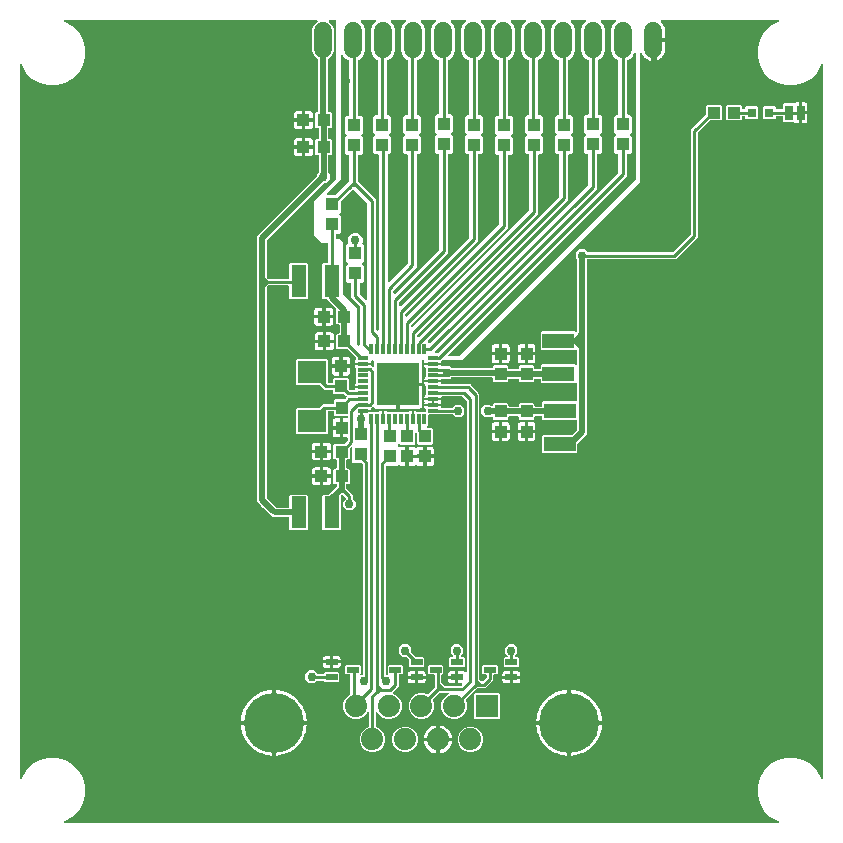
<source format=gbr>
G04 EAGLE Gerber RS-274X export*
G75*
%MOMM*%
%FSLAX34Y34*%
%LPD*%
%INTop Copper*%
%IPPOS*%
%AMOC8*
5,1,8,0,0,1.08239X$1,22.5*%
G01*
%ADD10R,1.000000X1.100000*%
%ADD11R,1.100000X1.000000*%
%ADD12R,1.000000X0.500000*%
%ADD13C,1.524000*%
%ADD14C,0.762000*%
%ADD15R,2.400000X1.900000*%
%ADD16R,1.879600X1.879600*%
%ADD17C,1.879600*%
%ADD18C,5.080000*%
%ADD19R,0.800000X0.800000*%
%ADD20C,0.254000*%
%ADD21R,0.635000X1.270000*%
%ADD22R,2.700000X1.300000*%
%ADD23R,1.300000X2.700000*%
%ADD24R,0.300000X0.900000*%
%ADD25R,0.900000X0.300000*%
%ADD26R,3.606800X3.606800*%
%ADD27C,0.756400*%
%ADD28C,0.508000*%
%ADD29C,0.152400*%

G36*
X651900Y10165D02*
X651900Y10165D01*
X651924Y10162D01*
X652021Y10184D01*
X652119Y10200D01*
X652141Y10212D01*
X652164Y10217D01*
X652249Y10269D01*
X652337Y10316D01*
X652353Y10333D01*
X652374Y10346D01*
X652438Y10422D01*
X652506Y10494D01*
X652516Y10516D01*
X652532Y10534D01*
X652568Y10627D01*
X652610Y10717D01*
X652612Y10741D01*
X652621Y10763D01*
X652626Y10863D01*
X652637Y10961D01*
X652632Y10985D01*
X652633Y11009D01*
X652606Y11105D01*
X652584Y11202D01*
X652572Y11222D01*
X652565Y11246D01*
X652509Y11328D01*
X652458Y11413D01*
X652440Y11429D01*
X652426Y11448D01*
X652347Y11508D01*
X652271Y11573D01*
X652249Y11582D01*
X652230Y11596D01*
X652073Y11657D01*
X651823Y11724D01*
X645516Y15366D01*
X640366Y20516D01*
X636724Y26823D01*
X634839Y33858D01*
X634839Y41142D01*
X636724Y48177D01*
X640366Y54484D01*
X645516Y59634D01*
X651823Y63276D01*
X658858Y65161D01*
X666142Y65161D01*
X673177Y63276D01*
X679484Y59634D01*
X684634Y54484D01*
X688276Y48177D01*
X688343Y47927D01*
X688353Y47904D01*
X688357Y47881D01*
X688403Y47793D01*
X688444Y47702D01*
X688460Y47685D01*
X688472Y47663D01*
X688544Y47595D01*
X688611Y47522D01*
X688632Y47511D01*
X688650Y47494D01*
X688740Y47452D01*
X688827Y47405D01*
X688851Y47401D01*
X688873Y47390D01*
X688972Y47379D01*
X689070Y47362D01*
X689094Y47366D01*
X689117Y47363D01*
X689215Y47384D01*
X689313Y47399D01*
X689334Y47410D01*
X689358Y47416D01*
X689443Y47466D01*
X689531Y47512D01*
X689548Y47529D01*
X689569Y47542D01*
X689634Y47617D01*
X689703Y47689D01*
X689713Y47710D01*
X689729Y47729D01*
X689766Y47821D01*
X689809Y47910D01*
X689812Y47934D01*
X689821Y47957D01*
X689839Y48124D01*
X689839Y651876D01*
X689835Y651900D01*
X689838Y651924D01*
X689816Y652021D01*
X689800Y652119D01*
X689788Y652141D01*
X689783Y652164D01*
X689731Y652249D01*
X689684Y652337D01*
X689667Y652353D01*
X689654Y652374D01*
X689578Y652438D01*
X689506Y652506D01*
X689484Y652516D01*
X689466Y652532D01*
X689373Y652568D01*
X689283Y652610D01*
X689259Y652612D01*
X689237Y652621D01*
X689137Y652626D01*
X689039Y652637D01*
X689015Y652632D01*
X688991Y652633D01*
X688895Y652606D01*
X688798Y652584D01*
X688778Y652572D01*
X688754Y652565D01*
X688672Y652509D01*
X688587Y652458D01*
X688571Y652440D01*
X688552Y652426D01*
X688492Y652347D01*
X688427Y652271D01*
X688418Y652249D01*
X688404Y652230D01*
X688343Y652073D01*
X688276Y651823D01*
X684634Y645516D01*
X679484Y640366D01*
X673177Y636724D01*
X666142Y634839D01*
X658858Y634839D01*
X651823Y636724D01*
X645516Y640366D01*
X640366Y645516D01*
X636724Y651823D01*
X634839Y658858D01*
X634839Y666142D01*
X636724Y673177D01*
X640366Y679484D01*
X645516Y684634D01*
X651823Y688276D01*
X652073Y688343D01*
X652096Y688353D01*
X652119Y688357D01*
X652207Y688403D01*
X652298Y688444D01*
X652315Y688460D01*
X652337Y688472D01*
X652405Y688544D01*
X652478Y688611D01*
X652489Y688632D01*
X652506Y688650D01*
X652548Y688740D01*
X652595Y688827D01*
X652599Y688851D01*
X652610Y688873D01*
X652621Y688972D01*
X652638Y689070D01*
X652634Y689094D01*
X652637Y689117D01*
X652616Y689215D01*
X652601Y689313D01*
X652590Y689334D01*
X652584Y689358D01*
X652534Y689443D01*
X652488Y689531D01*
X652471Y689548D01*
X652458Y689569D01*
X652383Y689634D01*
X652311Y689703D01*
X652290Y689713D01*
X652271Y689729D01*
X652179Y689766D01*
X652090Y689809D01*
X652066Y689812D01*
X652043Y689821D01*
X651876Y689839D01*
X553140Y689839D01*
X553132Y689838D01*
X553124Y689839D01*
X553010Y689818D01*
X552897Y689800D01*
X552890Y689796D01*
X552882Y689794D01*
X552781Y689738D01*
X552680Y689684D01*
X552674Y689679D01*
X552667Y689675D01*
X552590Y689589D01*
X552511Y689506D01*
X552507Y689499D01*
X552502Y689493D01*
X552455Y689387D01*
X552407Y689283D01*
X552406Y689275D01*
X552403Y689268D01*
X552392Y689152D01*
X552380Y689039D01*
X552382Y689031D01*
X552381Y689023D01*
X552408Y688911D01*
X552432Y688798D01*
X552436Y688791D01*
X552438Y688784D01*
X552499Y688686D01*
X552558Y688587D01*
X552564Y688582D01*
X552569Y688575D01*
X552693Y688462D01*
X552819Y688370D01*
X553950Y687239D01*
X554890Y685945D01*
X555616Y684520D01*
X556111Y682999D01*
X556361Y681420D01*
X556361Y674523D01*
X546962Y674523D01*
X546942Y674520D01*
X546923Y674522D01*
X546821Y674500D01*
X546719Y674483D01*
X546702Y674474D01*
X546682Y674470D01*
X546593Y674417D01*
X546502Y674368D01*
X546488Y674354D01*
X546471Y674344D01*
X546404Y674265D01*
X546333Y674190D01*
X546324Y674172D01*
X546311Y674157D01*
X546273Y674061D01*
X546229Y673967D01*
X546227Y673947D01*
X546219Y673929D01*
X546201Y673762D01*
X546201Y672999D01*
X545438Y672999D01*
X545418Y672996D01*
X545399Y672998D01*
X545297Y672976D01*
X545195Y672959D01*
X545178Y672950D01*
X545158Y672946D01*
X545069Y672893D01*
X544978Y672844D01*
X544964Y672830D01*
X544947Y672820D01*
X544880Y672741D01*
X544809Y672666D01*
X544800Y672648D01*
X544787Y672633D01*
X544748Y672537D01*
X544705Y672443D01*
X544703Y672423D01*
X544695Y672405D01*
X544677Y672238D01*
X544677Y655334D01*
X543821Y655469D01*
X542300Y655964D01*
X540875Y656690D01*
X539581Y657630D01*
X538450Y658761D01*
X537510Y660055D01*
X536784Y661480D01*
X536724Y661663D01*
X536722Y661667D01*
X536722Y661671D01*
X536666Y661776D01*
X536611Y661882D01*
X536608Y661885D01*
X536606Y661888D01*
X536521Y661969D01*
X536435Y662053D01*
X536431Y662055D01*
X536428Y662058D01*
X536320Y662108D01*
X536213Y662159D01*
X536209Y662160D01*
X536205Y662161D01*
X536087Y662174D01*
X535969Y662189D01*
X535965Y662188D01*
X535961Y662188D01*
X535844Y662163D01*
X535728Y662139D01*
X535724Y662137D01*
X535720Y662136D01*
X535617Y662075D01*
X535515Y662015D01*
X535513Y662012D01*
X535509Y662010D01*
X535431Y661919D01*
X535353Y661830D01*
X535352Y661826D01*
X535349Y661823D01*
X535304Y661711D01*
X535259Y661603D01*
X535259Y661599D01*
X535257Y661595D01*
X535239Y661428D01*
X535239Y552815D01*
X384185Y401761D01*
X367284Y401761D01*
X367169Y401742D01*
X367050Y401724D01*
X367046Y401722D01*
X367042Y401722D01*
X366939Y401667D01*
X366831Y401611D01*
X366828Y401608D01*
X366824Y401606D01*
X366743Y401521D01*
X366660Y401435D01*
X366658Y401431D01*
X366655Y401428D01*
X366605Y401320D01*
X366554Y401213D01*
X366553Y401209D01*
X366551Y401205D01*
X366538Y401086D01*
X366524Y400969D01*
X366525Y400964D01*
X366524Y400961D01*
X366527Y400947D01*
X366541Y400858D01*
X366541Y399761D01*
X359500Y399761D01*
X352459Y399761D01*
X352459Y400888D01*
X352463Y400921D01*
X352476Y401039D01*
X352475Y401044D01*
X352475Y401048D01*
X352449Y401162D01*
X352423Y401280D01*
X352421Y401283D01*
X352420Y401287D01*
X352358Y401389D01*
X352297Y401491D01*
X352294Y401494D01*
X352292Y401497D01*
X352201Y401573D01*
X352110Y401651D01*
X352106Y401652D01*
X352103Y401655D01*
X351994Y401698D01*
X351882Y401743D01*
X351877Y401743D01*
X351874Y401745D01*
X351861Y401745D01*
X351716Y401761D01*
X351000Y401761D01*
X350906Y401746D01*
X350811Y401737D01*
X350785Y401726D01*
X350758Y401722D01*
X350674Y401677D01*
X350586Y401639D01*
X350565Y401620D01*
X350540Y401606D01*
X350475Y401537D01*
X350404Y401473D01*
X350390Y401449D01*
X350371Y401428D01*
X350331Y401342D01*
X350284Y401258D01*
X350279Y401231D01*
X350267Y401205D01*
X350257Y401110D01*
X350239Y401017D01*
X350243Y400989D01*
X350240Y400961D01*
X350260Y400867D01*
X350274Y400773D01*
X350288Y400741D01*
X350292Y400720D01*
X350309Y400692D01*
X350341Y400619D01*
X350402Y400515D01*
X350575Y399868D01*
X350575Y383023D01*
X330762Y383023D01*
X330742Y383020D01*
X330723Y383022D01*
X330621Y383000D01*
X330519Y382983D01*
X330502Y382974D01*
X330482Y382970D01*
X330393Y382917D01*
X330302Y382868D01*
X330288Y382854D01*
X330271Y382844D01*
X330204Y382765D01*
X330133Y382690D01*
X330124Y382672D01*
X330111Y382657D01*
X330072Y382561D01*
X330029Y382467D01*
X330027Y382447D01*
X330019Y382429D01*
X330001Y382262D01*
X330001Y381499D01*
X329238Y381499D01*
X329218Y381496D01*
X329199Y381498D01*
X329097Y381476D01*
X328995Y381459D01*
X328978Y381450D01*
X328958Y381446D01*
X328869Y381393D01*
X328778Y381344D01*
X328764Y381330D01*
X328747Y381320D01*
X328680Y381241D01*
X328609Y381166D01*
X328600Y381148D01*
X328587Y381133D01*
X328548Y381037D01*
X328505Y380943D01*
X328503Y380923D01*
X328495Y380905D01*
X328477Y380738D01*
X328477Y360925D01*
X311632Y360925D01*
X310985Y361098D01*
X310406Y361433D01*
X309933Y361906D01*
X309652Y362393D01*
X309577Y362485D01*
X309502Y362578D01*
X309499Y362580D01*
X309496Y362583D01*
X309396Y362646D01*
X309295Y362711D01*
X309291Y362712D01*
X309288Y362714D01*
X309173Y362742D01*
X309057Y362771D01*
X309053Y362771D01*
X309049Y362771D01*
X308930Y362761D01*
X308812Y362752D01*
X308808Y362750D01*
X308804Y362750D01*
X308694Y362701D01*
X308585Y362655D01*
X308581Y362652D01*
X308578Y362651D01*
X308568Y362641D01*
X308454Y362551D01*
X308200Y362296D01*
X308191Y362284D01*
X308172Y362267D01*
X307666Y361705D01*
X307640Y361665D01*
X307607Y361630D01*
X307574Y361562D01*
X307533Y361498D01*
X307522Y361451D01*
X307501Y361408D01*
X307492Y361333D01*
X307473Y361259D01*
X307477Y361211D01*
X307471Y361164D01*
X307491Y361036D01*
X307493Y361014D01*
X307495Y361008D01*
X307497Y360998D01*
X307541Y360834D01*
X307541Y359761D01*
X300500Y359761D01*
X300481Y359758D01*
X300461Y359760D01*
X300360Y359738D01*
X300258Y359722D01*
X300240Y359712D01*
X300221Y359708D01*
X300131Y359655D01*
X300040Y359607D01*
X300027Y359592D01*
X300009Y359582D01*
X299942Y359503D01*
X299871Y359428D01*
X299862Y359410D01*
X299849Y359395D01*
X299811Y359299D01*
X299767Y359205D01*
X299765Y359185D01*
X299758Y359167D01*
X299739Y359000D01*
X299742Y358980D01*
X299740Y358961D01*
X299740Y358960D01*
X299762Y358859D01*
X299779Y358757D01*
X299788Y358740D01*
X299792Y358720D01*
X299846Y358631D01*
X299894Y358540D01*
X299908Y358526D01*
X299919Y358509D01*
X299997Y358442D01*
X300072Y358370D01*
X300090Y358362D01*
X300105Y358349D01*
X300202Y358310D01*
X300295Y358267D01*
X300315Y358265D01*
X300334Y358257D01*
X300500Y358239D01*
X307786Y358239D01*
X307799Y358228D01*
X307874Y358156D01*
X307892Y358148D01*
X307907Y358135D01*
X308003Y358096D01*
X308097Y358053D01*
X308117Y358051D01*
X308135Y358043D01*
X308302Y358025D01*
X309736Y358025D01*
X309798Y358009D01*
X309896Y357979D01*
X309916Y357979D01*
X309936Y357974D01*
X310039Y357982D01*
X310142Y357985D01*
X310161Y357992D01*
X310181Y357993D01*
X310254Y358025D01*
X313616Y358025D01*
X313706Y358039D01*
X313797Y358047D01*
X313827Y358059D01*
X313859Y358064D01*
X313940Y358107D01*
X314024Y358143D01*
X314056Y358169D01*
X314076Y358180D01*
X314099Y358203D01*
X314103Y358206D01*
X314104Y358207D01*
X314155Y358248D01*
X314440Y358533D01*
X315019Y358868D01*
X315666Y359041D01*
X316739Y359041D01*
X316739Y352000D01*
X316742Y351981D01*
X316740Y351961D01*
X316762Y351860D01*
X316778Y351758D01*
X316788Y351740D01*
X316792Y351721D01*
X316845Y351631D01*
X316893Y351540D01*
X316908Y351527D01*
X316918Y351509D01*
X316997Y351442D01*
X317072Y351371D01*
X317090Y351362D01*
X317105Y351349D01*
X317201Y351311D01*
X317295Y351267D01*
X317315Y351265D01*
X317333Y351258D01*
X317500Y351239D01*
X317520Y351242D01*
X317539Y351240D01*
X317540Y351240D01*
X317641Y351262D01*
X317743Y351279D01*
X317760Y351288D01*
X317780Y351292D01*
X317869Y351346D01*
X317960Y351394D01*
X317974Y351408D01*
X317991Y351419D01*
X318058Y351497D01*
X318130Y351572D01*
X318138Y351590D01*
X318151Y351605D01*
X318190Y351702D01*
X318233Y351795D01*
X318235Y351815D01*
X318243Y351834D01*
X318261Y352000D01*
X318261Y359041D01*
X319334Y359041D01*
X319981Y358868D01*
X320560Y358533D01*
X320845Y358248D01*
X320919Y358195D01*
X320989Y358135D01*
X321019Y358123D01*
X321045Y358104D01*
X321132Y358077D01*
X321217Y358043D01*
X321258Y358039D01*
X321280Y358032D01*
X321312Y358033D01*
X321384Y358025D01*
X324736Y358025D01*
X324798Y358009D01*
X324896Y357979D01*
X324916Y357979D01*
X324936Y357974D01*
X325039Y357982D01*
X325142Y357985D01*
X325161Y357992D01*
X325181Y357993D01*
X325254Y358025D01*
X329736Y358025D01*
X329798Y358009D01*
X329896Y357979D01*
X329916Y357979D01*
X329936Y357974D01*
X330039Y357982D01*
X330142Y357985D01*
X330161Y357992D01*
X330181Y357993D01*
X330254Y358025D01*
X334736Y358025D01*
X334798Y358009D01*
X334896Y357979D01*
X334916Y357979D01*
X334936Y357974D01*
X335039Y357982D01*
X335142Y357985D01*
X335161Y357992D01*
X335181Y357993D01*
X335254Y358025D01*
X338616Y358025D01*
X338706Y358039D01*
X338797Y358047D01*
X338827Y358059D01*
X338859Y358064D01*
X338940Y358107D01*
X339024Y358143D01*
X339056Y358169D01*
X339076Y358180D01*
X339099Y358203D01*
X339103Y358206D01*
X339104Y358207D01*
X339155Y358248D01*
X339440Y358533D01*
X340019Y358868D01*
X340666Y359041D01*
X341739Y359041D01*
X341739Y352000D01*
X341742Y351981D01*
X341740Y351961D01*
X341762Y351860D01*
X341778Y351758D01*
X341788Y351740D01*
X341792Y351721D01*
X341845Y351631D01*
X341893Y351540D01*
X341908Y351527D01*
X341918Y351509D01*
X341997Y351442D01*
X342072Y351371D01*
X342090Y351362D01*
X342105Y351349D01*
X342201Y351311D01*
X342295Y351267D01*
X342315Y351265D01*
X342333Y351258D01*
X342500Y351239D01*
X342520Y351242D01*
X342539Y351240D01*
X342540Y351240D01*
X342641Y351262D01*
X342743Y351279D01*
X342760Y351288D01*
X342780Y351292D01*
X342869Y351346D01*
X342960Y351394D01*
X342974Y351408D01*
X342991Y351419D01*
X343058Y351497D01*
X343130Y351572D01*
X343138Y351590D01*
X343151Y351605D01*
X343190Y351702D01*
X343233Y351795D01*
X343235Y351815D01*
X343243Y351834D01*
X343261Y352000D01*
X343261Y359041D01*
X344334Y359041D01*
X344981Y358868D01*
X345560Y358533D01*
X345845Y358248D01*
X345919Y358195D01*
X345989Y358135D01*
X346019Y358123D01*
X346045Y358104D01*
X346132Y358077D01*
X346217Y358043D01*
X346258Y358039D01*
X346280Y358032D01*
X346312Y358033D01*
X346384Y358025D01*
X349736Y358025D01*
X349798Y358009D01*
X349896Y357979D01*
X349916Y357979D01*
X349936Y357974D01*
X350039Y357982D01*
X350142Y357985D01*
X350161Y357992D01*
X350181Y357993D01*
X350254Y358025D01*
X352714Y358025D01*
X352734Y358028D01*
X352753Y358026D01*
X352855Y358048D01*
X352957Y358064D01*
X352974Y358074D01*
X352994Y358078D01*
X353083Y358131D01*
X353174Y358180D01*
X353188Y358194D01*
X353205Y358204D01*
X353272Y358283D01*
X353344Y358358D01*
X353352Y358376D01*
X353365Y358391D01*
X353404Y358487D01*
X353447Y358581D01*
X353449Y358601D01*
X353457Y358619D01*
X353475Y358786D01*
X353475Y360116D01*
X353461Y360206D01*
X353453Y360297D01*
X353441Y360327D01*
X353436Y360359D01*
X353393Y360440D01*
X353357Y360524D01*
X353331Y360556D01*
X353320Y360576D01*
X353297Y360599D01*
X353252Y360655D01*
X352967Y360940D01*
X352632Y361519D01*
X352459Y362166D01*
X352459Y363239D01*
X359500Y363239D01*
X366541Y363239D01*
X366541Y362556D01*
X366544Y362536D01*
X366542Y362517D01*
X366564Y362415D01*
X366580Y362313D01*
X366590Y362296D01*
X366594Y362276D01*
X366647Y362187D01*
X366696Y362096D01*
X366710Y362082D01*
X366720Y362065D01*
X366799Y361998D01*
X366874Y361926D01*
X366892Y361918D01*
X366907Y361905D01*
X367003Y361866D01*
X367097Y361823D01*
X367117Y361821D01*
X367135Y361813D01*
X367302Y361795D01*
X375975Y361795D01*
X376065Y361809D01*
X376156Y361817D01*
X376185Y361829D01*
X376217Y361834D01*
X376298Y361877D01*
X376382Y361913D01*
X376414Y361939D01*
X376435Y361950D01*
X376457Y361973D01*
X376513Y362018D01*
X378802Y364307D01*
X383198Y364307D01*
X386307Y361198D01*
X386307Y356802D01*
X383198Y353693D01*
X378802Y353693D01*
X376513Y355982D01*
X376439Y356035D01*
X376369Y356095D01*
X376339Y356107D01*
X376313Y356126D01*
X376226Y356153D01*
X376141Y356187D01*
X376100Y356191D01*
X376078Y356198D01*
X376046Y356197D01*
X375975Y356205D01*
X365177Y356205D01*
X365087Y356191D01*
X364996Y356183D01*
X364966Y356171D01*
X364934Y356166D01*
X364853Y356123D01*
X364770Y356087D01*
X364737Y356061D01*
X364717Y356050D01*
X364695Y356027D01*
X364639Y355982D01*
X364632Y355975D01*
X356286Y355975D01*
X356266Y355972D01*
X356247Y355974D01*
X356145Y355952D01*
X356043Y355936D01*
X356026Y355926D01*
X356006Y355922D01*
X355917Y355869D01*
X355826Y355820D01*
X355812Y355806D01*
X355795Y355796D01*
X355728Y355717D01*
X355656Y355642D01*
X355648Y355624D01*
X355635Y355609D01*
X355596Y355513D01*
X355553Y355419D01*
X355551Y355399D01*
X355543Y355381D01*
X355525Y355214D01*
X355525Y346868D01*
X354551Y345894D01*
X354509Y345836D01*
X354459Y345784D01*
X354437Y345737D01*
X354407Y345695D01*
X354386Y345626D01*
X354356Y345561D01*
X354350Y345509D01*
X354335Y345459D01*
X354337Y345388D01*
X354329Y345317D01*
X354340Y345266D01*
X354341Y345214D01*
X354366Y345146D01*
X354381Y345076D01*
X354408Y345031D01*
X354425Y344983D01*
X354470Y344927D01*
X354507Y344865D01*
X354547Y344831D01*
X354579Y344791D01*
X354639Y344752D01*
X354694Y344705D01*
X354742Y344686D01*
X354786Y344658D01*
X354856Y344640D01*
X354922Y344613D01*
X354993Y344605D01*
X355025Y344597D01*
X355048Y344599D01*
X355089Y344595D01*
X358632Y344595D01*
X359525Y343702D01*
X359525Y331438D01*
X358632Y330545D01*
X347368Y330545D01*
X346475Y331438D01*
X346475Y339007D01*
X346461Y339097D01*
X346453Y339188D01*
X346441Y339218D01*
X346436Y339250D01*
X346393Y339330D01*
X346357Y339414D01*
X346331Y339447D01*
X346320Y339467D01*
X346297Y339489D01*
X346291Y339498D01*
X346282Y339512D01*
X346273Y339519D01*
X346252Y339545D01*
X345824Y339973D01*
X345766Y340015D01*
X345714Y340065D01*
X345667Y340087D01*
X345625Y340117D01*
X345556Y340138D01*
X345491Y340168D01*
X345439Y340174D01*
X345389Y340189D01*
X345318Y340187D01*
X345247Y340195D01*
X345196Y340184D01*
X345144Y340183D01*
X345076Y340158D01*
X345006Y340143D01*
X344961Y340116D01*
X344913Y340098D01*
X344857Y340054D01*
X344795Y340017D01*
X344761Y339977D01*
X344721Y339945D01*
X344682Y339885D01*
X344635Y339830D01*
X344616Y339782D01*
X344588Y339738D01*
X344570Y339668D01*
X344543Y339602D01*
X344535Y339531D01*
X344527Y339499D01*
X344529Y339476D01*
X344525Y339435D01*
X344525Y331368D01*
X343632Y330475D01*
X332368Y330475D01*
X331808Y331035D01*
X331750Y331077D01*
X331698Y331127D01*
X331651Y331149D01*
X331609Y331179D01*
X331540Y331200D01*
X331475Y331230D01*
X331423Y331236D01*
X331373Y331251D01*
X331302Y331249D01*
X331231Y331257D01*
X331180Y331246D01*
X331128Y331245D01*
X331060Y331220D01*
X330990Y331205D01*
X330945Y331178D01*
X330897Y331161D01*
X330841Y331116D01*
X330779Y331079D01*
X330745Y331039D01*
X330705Y331007D01*
X330666Y330947D01*
X330619Y330892D01*
X330600Y330844D01*
X330572Y330800D01*
X330554Y330730D01*
X330527Y330664D01*
X330519Y330593D01*
X330511Y330561D01*
X330513Y330538D01*
X330509Y330497D01*
X330509Y328814D01*
X330524Y328720D01*
X330533Y328625D01*
X330544Y328599D01*
X330548Y328571D01*
X330593Y328487D01*
X330631Y328400D01*
X330650Y328379D01*
X330664Y328354D01*
X330733Y328288D01*
X330797Y328218D01*
X330821Y328204D01*
X330842Y328184D01*
X330928Y328144D01*
X331012Y328098D01*
X331039Y328093D01*
X331065Y328081D01*
X331160Y328070D01*
X331253Y328053D01*
X331281Y328057D01*
X331309Y328054D01*
X331403Y328074D01*
X331497Y328087D01*
X331529Y328102D01*
X331550Y328106D01*
X331578Y328123D01*
X331651Y328155D01*
X332019Y328368D01*
X332666Y328541D01*
X336477Y328541D01*
X336477Y321262D01*
X336480Y321242D01*
X336478Y321223D01*
X336500Y321121D01*
X336517Y321019D01*
X336526Y321002D01*
X336530Y320982D01*
X336583Y320893D01*
X336632Y320802D01*
X336646Y320788D01*
X336656Y320771D01*
X336735Y320704D01*
X336810Y320633D01*
X336828Y320624D01*
X336843Y320611D01*
X336939Y320572D01*
X337033Y320529D01*
X337053Y320527D01*
X337071Y320519D01*
X337238Y320501D01*
X338001Y320501D01*
X338001Y320499D01*
X337238Y320499D01*
X337218Y320496D01*
X337199Y320498D01*
X337097Y320476D01*
X336995Y320459D01*
X336978Y320450D01*
X336958Y320446D01*
X336869Y320393D01*
X336778Y320344D01*
X336764Y320330D01*
X336747Y320320D01*
X336680Y320241D01*
X336609Y320166D01*
X336600Y320148D01*
X336587Y320133D01*
X336548Y320037D01*
X336505Y319943D01*
X336503Y319923D01*
X336495Y319905D01*
X336477Y319738D01*
X336477Y312459D01*
X332666Y312459D01*
X332019Y312632D01*
X331468Y312951D01*
X331427Y312966D01*
X331390Y312990D01*
X331313Y313009D01*
X331238Y313038D01*
X331194Y313039D01*
X331152Y313050D01*
X331072Y313044D01*
X330992Y313047D01*
X330950Y313034D01*
X330906Y313031D01*
X330833Y313000D01*
X330756Y312977D01*
X330720Y312952D01*
X330680Y312935D01*
X330566Y312843D01*
X330555Y312836D01*
X330553Y312833D01*
X330549Y312830D01*
X330211Y312491D01*
X320556Y312491D01*
X320536Y312488D01*
X320517Y312490D01*
X320415Y312468D01*
X320313Y312452D01*
X320296Y312442D01*
X320276Y312438D01*
X320187Y312385D01*
X320096Y312336D01*
X320082Y312322D01*
X320065Y312312D01*
X319998Y312233D01*
X319926Y312158D01*
X319918Y312140D01*
X319905Y312125D01*
X319866Y312029D01*
X319823Y311935D01*
X319821Y311915D01*
X319813Y311897D01*
X319795Y311730D01*
X319795Y136068D01*
X319798Y136048D01*
X319796Y136029D01*
X319818Y135927D01*
X319834Y135825D01*
X319844Y135808D01*
X319848Y135788D01*
X319901Y135699D01*
X319950Y135608D01*
X319964Y135594D01*
X319974Y135577D01*
X320053Y135510D01*
X320128Y135438D01*
X320146Y135430D01*
X320161Y135417D01*
X320257Y135378D01*
X320351Y135335D01*
X320371Y135333D01*
X320389Y135325D01*
X320556Y135307D01*
X321199Y135307D01*
X321270Y135318D01*
X321342Y135320D01*
X321391Y135338D01*
X321442Y135346D01*
X321505Y135380D01*
X321573Y135405D01*
X321613Y135437D01*
X321659Y135462D01*
X321709Y135514D01*
X321765Y135558D01*
X321793Y135602D01*
X321829Y135640D01*
X321859Y135705D01*
X321898Y135765D01*
X321910Y135816D01*
X321932Y135863D01*
X321940Y135934D01*
X321958Y136004D01*
X321954Y136056D01*
X321959Y136107D01*
X321944Y136178D01*
X321939Y136249D01*
X321918Y136297D01*
X321907Y136348D01*
X321870Y136409D01*
X321842Y136475D01*
X321797Y136531D01*
X321781Y136559D01*
X321763Y136574D01*
X321737Y136606D01*
X321475Y136868D01*
X321475Y143132D01*
X322368Y144025D01*
X333632Y144025D01*
X334525Y143132D01*
X334525Y136868D01*
X333632Y135975D01*
X331556Y135975D01*
X331536Y135972D01*
X331517Y135974D01*
X331415Y135952D01*
X331313Y135936D01*
X331296Y135926D01*
X331276Y135922D01*
X331187Y135869D01*
X331096Y135820D01*
X331082Y135806D01*
X331065Y135796D01*
X330998Y135717D01*
X330926Y135642D01*
X330918Y135624D01*
X330905Y135609D01*
X330866Y135513D01*
X330823Y135419D01*
X330821Y135399D01*
X330813Y135381D01*
X330795Y135214D01*
X330795Y125842D01*
X328935Y123982D01*
X326518Y121565D01*
X325704Y120752D01*
X325677Y120715D01*
X325644Y120684D01*
X325606Y120615D01*
X325561Y120552D01*
X325547Y120508D01*
X325525Y120468D01*
X325511Y120391D01*
X325488Y120317D01*
X325490Y120271D01*
X325481Y120226D01*
X325493Y120149D01*
X325495Y120071D01*
X325510Y120028D01*
X325517Y119983D01*
X325552Y119913D01*
X325579Y119840D01*
X325608Y119804D01*
X325629Y119763D01*
X325684Y119709D01*
X325733Y119648D01*
X325771Y119623D01*
X325804Y119591D01*
X325924Y119525D01*
X325940Y119515D01*
X325945Y119514D01*
X325951Y119510D01*
X328487Y118460D01*
X331560Y115387D01*
X333223Y111373D01*
X333223Y107027D01*
X331560Y103013D01*
X328487Y99940D01*
X324473Y98277D01*
X320127Y98277D01*
X316113Y99940D01*
X313040Y103013D01*
X312759Y103691D01*
X312708Y103774D01*
X312662Y103860D01*
X312643Y103878D01*
X312630Y103900D01*
X312555Y103962D01*
X312484Y104029D01*
X312460Y104040D01*
X312440Y104057D01*
X312349Y104092D01*
X312261Y104133D01*
X312235Y104136D01*
X312211Y104145D01*
X312113Y104149D01*
X312017Y104160D01*
X311991Y104154D01*
X311965Y104155D01*
X311871Y104128D01*
X311776Y104108D01*
X311754Y104094D01*
X311729Y104087D01*
X311649Y104031D01*
X311565Y103981D01*
X311548Y103962D01*
X311527Y103947D01*
X311469Y103869D01*
X311405Y103794D01*
X311395Y103770D01*
X311380Y103749D01*
X311350Y103657D01*
X311313Y103566D01*
X311310Y103534D01*
X311304Y103515D01*
X311304Y103482D01*
X311295Y103400D01*
X311295Y91974D01*
X311314Y91859D01*
X311331Y91743D01*
X311333Y91737D01*
X311334Y91731D01*
X311389Y91628D01*
X311442Y91524D01*
X311447Y91519D01*
X311450Y91514D01*
X311534Y91434D01*
X311618Y91351D01*
X311624Y91348D01*
X311628Y91344D01*
X311645Y91336D01*
X311765Y91270D01*
X314687Y90060D01*
X317760Y86987D01*
X319423Y82973D01*
X319423Y78627D01*
X317760Y74613D01*
X314687Y71540D01*
X310673Y69877D01*
X306327Y69877D01*
X302313Y71540D01*
X299240Y74613D01*
X297577Y78627D01*
X297577Y82973D01*
X299240Y86987D01*
X302313Y90060D01*
X305235Y91270D01*
X305335Y91332D01*
X305435Y91392D01*
X305439Y91397D01*
X305444Y91400D01*
X305519Y91490D01*
X305595Y91579D01*
X305597Y91585D01*
X305601Y91589D01*
X305643Y91698D01*
X305687Y91807D01*
X305688Y91815D01*
X305689Y91819D01*
X305690Y91837D01*
X305705Y91974D01*
X305705Y103641D01*
X305690Y103737D01*
X305680Y103834D01*
X305670Y103858D01*
X305666Y103884D01*
X305620Y103970D01*
X305580Y104059D01*
X305563Y104078D01*
X305550Y104101D01*
X305480Y104168D01*
X305414Y104240D01*
X305391Y104252D01*
X305372Y104271D01*
X305284Y104312D01*
X305198Y104358D01*
X305173Y104363D01*
X305149Y104374D01*
X305052Y104385D01*
X304956Y104402D01*
X304930Y104398D01*
X304905Y104401D01*
X304810Y104381D01*
X304713Y104366D01*
X304690Y104355D01*
X304664Y104349D01*
X304580Y104299D01*
X304494Y104255D01*
X304476Y104236D01*
X304453Y104223D01*
X304390Y104149D01*
X304322Y104079D01*
X304306Y104051D01*
X304293Y104036D01*
X304281Y104005D01*
X304241Y103932D01*
X303860Y103013D01*
X300787Y99940D01*
X296773Y98277D01*
X292427Y98277D01*
X288413Y99940D01*
X285340Y103013D01*
X283677Y107027D01*
X283677Y111373D01*
X285340Y115387D01*
X288413Y118460D01*
X289235Y118801D01*
X289335Y118862D01*
X289435Y118922D01*
X289439Y118927D01*
X289444Y118930D01*
X289519Y119021D01*
X289595Y119109D01*
X289597Y119115D01*
X289601Y119120D01*
X289643Y119228D01*
X289687Y119337D01*
X289688Y119345D01*
X289689Y119349D01*
X289690Y119368D01*
X289705Y119504D01*
X289705Y135214D01*
X289702Y135234D01*
X289704Y135253D01*
X289682Y135355D01*
X289666Y135457D01*
X289656Y135474D01*
X289652Y135494D01*
X289599Y135583D01*
X289550Y135674D01*
X289536Y135688D01*
X289526Y135705D01*
X289447Y135772D01*
X289372Y135844D01*
X289354Y135852D01*
X289339Y135865D01*
X289243Y135904D01*
X289149Y135947D01*
X289129Y135949D01*
X289111Y135957D01*
X288944Y135975D01*
X286368Y135975D01*
X285475Y136868D01*
X285475Y143132D01*
X286368Y144025D01*
X297632Y144025D01*
X298525Y143132D01*
X298525Y136868D01*
X298263Y136606D01*
X298221Y136548D01*
X298171Y136496D01*
X298149Y136449D01*
X298119Y136407D01*
X298098Y136338D01*
X298068Y136273D01*
X298062Y136221D01*
X298047Y136171D01*
X298049Y136100D01*
X298041Y136029D01*
X298052Y135978D01*
X298053Y135926D01*
X298078Y135858D01*
X298093Y135788D01*
X298120Y135743D01*
X298137Y135695D01*
X298182Y135639D01*
X298219Y135577D01*
X298259Y135543D01*
X298291Y135503D01*
X298351Y135464D01*
X298406Y135417D01*
X298454Y135398D01*
X298498Y135370D01*
X298567Y135352D01*
X298634Y135325D01*
X298705Y135317D01*
X298737Y135309D01*
X298760Y135311D01*
X298801Y135307D01*
X299444Y135307D01*
X299464Y135310D01*
X299483Y135308D01*
X299585Y135330D01*
X299687Y135346D01*
X299704Y135356D01*
X299724Y135360D01*
X299813Y135413D01*
X299904Y135462D01*
X299918Y135476D01*
X299935Y135486D01*
X300002Y135565D01*
X300074Y135640D01*
X300082Y135658D01*
X300095Y135673D01*
X300134Y135769D01*
X300177Y135863D01*
X300179Y135883D01*
X300187Y135901D01*
X300205Y136068D01*
X300205Y313730D01*
X300202Y313750D01*
X300204Y313769D01*
X300182Y313871D01*
X300166Y313973D01*
X300156Y313990D01*
X300152Y314010D01*
X300099Y314099D01*
X300050Y314190D01*
X300036Y314204D01*
X300026Y314221D01*
X299947Y314288D01*
X299872Y314360D01*
X299854Y314368D01*
X299839Y314381D01*
X299743Y314420D01*
X299649Y314463D01*
X299629Y314465D01*
X299611Y314473D01*
X299444Y314491D01*
X291789Y314491D01*
X291491Y314789D01*
X291491Y328001D01*
X291480Y328072D01*
X291478Y328144D01*
X291460Y328193D01*
X291452Y328244D01*
X291418Y328307D01*
X291393Y328375D01*
X291361Y328415D01*
X291336Y328461D01*
X291285Y328511D01*
X291240Y328567D01*
X291196Y328595D01*
X291158Y328631D01*
X291093Y328661D01*
X291033Y328700D01*
X290982Y328712D01*
X290935Y328734D01*
X290864Y328742D01*
X290794Y328760D01*
X290742Y328756D01*
X290691Y328761D01*
X290620Y328746D01*
X290549Y328741D01*
X290501Y328720D01*
X290450Y328709D01*
X290389Y328672D01*
X290323Y328644D01*
X290267Y328599D01*
X290239Y328583D01*
X290224Y328565D01*
X290192Y328539D01*
X289548Y327895D01*
X289494Y327821D01*
X289435Y327752D01*
X289423Y327722D01*
X289404Y327696D01*
X289377Y327608D01*
X289343Y327524D01*
X289339Y327483D01*
X289332Y327460D01*
X289333Y327428D01*
X289325Y327357D01*
X289325Y318968D01*
X288432Y318075D01*
X287126Y318075D01*
X287106Y318072D01*
X287087Y318074D01*
X286985Y318052D01*
X286883Y318036D01*
X286866Y318026D01*
X286846Y318022D01*
X286757Y317969D01*
X286666Y317920D01*
X286652Y317906D01*
X286635Y317896D01*
X286568Y317817D01*
X286496Y317742D01*
X286488Y317724D01*
X286475Y317709D01*
X286436Y317613D01*
X286393Y317519D01*
X286391Y317499D01*
X286383Y317481D01*
X286365Y317314D01*
X286365Y310986D01*
X286368Y310966D01*
X286366Y310947D01*
X286388Y310845D01*
X286404Y310743D01*
X286414Y310726D01*
X286418Y310706D01*
X286471Y310617D01*
X286520Y310526D01*
X286534Y310512D01*
X286544Y310495D01*
X286623Y310428D01*
X286698Y310356D01*
X286716Y310348D01*
X286731Y310335D01*
X286827Y310296D01*
X286921Y310253D01*
X286941Y310251D01*
X286959Y310243D01*
X287126Y310225D01*
X288432Y310225D01*
X289325Y309332D01*
X289325Y298068D01*
X288432Y297175D01*
X287126Y297175D01*
X287106Y297172D01*
X287087Y297174D01*
X286985Y297152D01*
X286883Y297136D01*
X286866Y297126D01*
X286846Y297122D01*
X286757Y297069D01*
X286666Y297020D01*
X286652Y297006D01*
X286635Y296996D01*
X286568Y296917D01*
X286496Y296842D01*
X286488Y296824D01*
X286475Y296809D01*
X286436Y296713D01*
X286393Y296619D01*
X286391Y296599D01*
X286383Y296581D01*
X286365Y296414D01*
X286365Y293503D01*
X286379Y293413D01*
X286387Y293322D01*
X286399Y293292D01*
X286404Y293260D01*
X286447Y293180D01*
X286483Y293096D01*
X286509Y293064D01*
X286520Y293043D01*
X286543Y293021D01*
X286588Y292965D01*
X291795Y287758D01*
X291795Y285025D01*
X291809Y284935D01*
X291817Y284844D01*
X291829Y284815D01*
X291834Y284783D01*
X291877Y284702D01*
X291913Y284618D01*
X291939Y284586D01*
X291950Y284565D01*
X291973Y284543D01*
X292018Y284487D01*
X294307Y282198D01*
X294307Y277802D01*
X291198Y274693D01*
X286802Y274693D01*
X283693Y277802D01*
X283693Y282198D01*
X285982Y284487D01*
X286035Y284561D01*
X286095Y284631D01*
X286107Y284661D01*
X286126Y284687D01*
X286153Y284774D01*
X286187Y284859D01*
X286191Y284900D01*
X286198Y284922D01*
X286197Y284954D01*
X286205Y285025D01*
X286205Y285127D01*
X286191Y285217D01*
X286183Y285308D01*
X286171Y285338D01*
X286166Y285370D01*
X286123Y285450D01*
X286087Y285534D01*
X286061Y285567D01*
X286050Y285587D01*
X286027Y285609D01*
X285982Y285665D01*
X283736Y287911D01*
X283720Y287923D01*
X283708Y287939D01*
X283620Y287995D01*
X283537Y288055D01*
X283518Y288061D01*
X283501Y288072D01*
X283400Y288097D01*
X283301Y288127D01*
X283282Y288127D01*
X283262Y288132D01*
X283159Y288124D01*
X283056Y288121D01*
X283037Y288114D01*
X283017Y288112D01*
X282922Y288072D01*
X282825Y288036D01*
X282809Y288024D01*
X282791Y288016D01*
X282660Y287911D01*
X282248Y287499D01*
X282194Y287425D01*
X282135Y287356D01*
X282123Y287326D01*
X282104Y287300D01*
X282077Y287212D01*
X282043Y287128D01*
X282039Y287087D01*
X282032Y287064D01*
X282033Y287032D01*
X282025Y286961D01*
X282025Y258868D01*
X281132Y257975D01*
X266868Y257975D01*
X265975Y258868D01*
X265975Y287132D01*
X266868Y288025D01*
X270961Y288025D01*
X271051Y288039D01*
X271142Y288047D01*
X271172Y288059D01*
X271204Y288064D01*
X271284Y288107D01*
X271368Y288143D01*
X271400Y288169D01*
X271421Y288180D01*
X271443Y288203D01*
X271499Y288248D01*
X278012Y294761D01*
X278065Y294835D01*
X278125Y294904D01*
X278137Y294934D01*
X278156Y294960D01*
X278183Y295047D01*
X278217Y295132D01*
X278221Y295173D01*
X278228Y295196D01*
X278227Y295228D01*
X278235Y295299D01*
X278235Y296414D01*
X278234Y296424D01*
X278234Y296430D01*
X278233Y296438D01*
X278234Y296453D01*
X278212Y296555D01*
X278196Y296657D01*
X278186Y296674D01*
X278182Y296694D01*
X278129Y296783D01*
X278080Y296874D01*
X278066Y296888D01*
X278056Y296905D01*
X277977Y296972D01*
X277902Y297044D01*
X277884Y297052D01*
X277869Y297065D01*
X277773Y297104D01*
X277679Y297147D01*
X277659Y297149D01*
X277641Y297157D01*
X277474Y297175D01*
X276168Y297175D01*
X275275Y298068D01*
X275275Y309332D01*
X276168Y310225D01*
X277474Y310225D01*
X277494Y310228D01*
X277513Y310226D01*
X277615Y310248D01*
X277717Y310264D01*
X277734Y310274D01*
X277754Y310278D01*
X277843Y310331D01*
X277934Y310380D01*
X277948Y310394D01*
X277965Y310404D01*
X278032Y310483D01*
X278104Y310558D01*
X278112Y310576D01*
X278125Y310591D01*
X278164Y310687D01*
X278207Y310781D01*
X278209Y310801D01*
X278217Y310819D01*
X278235Y310986D01*
X278235Y317314D01*
X278232Y317334D01*
X278234Y317353D01*
X278212Y317455D01*
X278196Y317557D01*
X278186Y317574D01*
X278182Y317594D01*
X278129Y317683D01*
X278080Y317774D01*
X278066Y317788D01*
X278056Y317805D01*
X277977Y317872D01*
X277902Y317944D01*
X277884Y317952D01*
X277869Y317965D01*
X277773Y318004D01*
X277679Y318047D01*
X277659Y318049D01*
X277641Y318057D01*
X277474Y318075D01*
X276168Y318075D01*
X275275Y318968D01*
X275275Y330232D01*
X276168Y331125D01*
X284557Y331125D01*
X284647Y331139D01*
X284738Y331147D01*
X284768Y331159D01*
X284800Y331164D01*
X284880Y331207D01*
X284964Y331243D01*
X284996Y331269D01*
X285017Y331280D01*
X285039Y331303D01*
X285095Y331348D01*
X287282Y333535D01*
X287335Y333609D01*
X287395Y333678D01*
X287407Y333708D01*
X287426Y333734D01*
X287453Y333821D01*
X287487Y333906D01*
X287491Y333947D01*
X287498Y333969D01*
X287497Y334002D01*
X287505Y334073D01*
X287505Y335938D01*
X287502Y335958D01*
X287504Y335977D01*
X287482Y336079D01*
X287466Y336181D01*
X287456Y336198D01*
X287452Y336218D01*
X287399Y336307D01*
X287350Y336398D01*
X287336Y336412D01*
X287326Y336429D01*
X287247Y336496D01*
X287172Y336568D01*
X287154Y336576D01*
X287139Y336589D01*
X287043Y336628D01*
X286949Y336671D01*
X286929Y336673D01*
X286911Y336681D01*
X286744Y336699D01*
X283943Y336699D01*
X283943Y343978D01*
X283940Y343998D01*
X283942Y344017D01*
X283920Y344119D01*
X283903Y344221D01*
X283894Y344238D01*
X283890Y344258D01*
X283837Y344347D01*
X283788Y344438D01*
X283774Y344452D01*
X283764Y344469D01*
X283685Y344536D01*
X283610Y344607D01*
X283592Y344616D01*
X283577Y344629D01*
X283481Y344668D01*
X283387Y344711D01*
X283367Y344713D01*
X283349Y344721D01*
X283182Y344739D01*
X282419Y344739D01*
X282419Y344741D01*
X283182Y344741D01*
X283202Y344744D01*
X283221Y344742D01*
X283323Y344764D01*
X283425Y344781D01*
X283442Y344790D01*
X283462Y344794D01*
X283551Y344847D01*
X283642Y344896D01*
X283656Y344910D01*
X283673Y344920D01*
X283740Y344999D01*
X283811Y345074D01*
X283820Y345092D01*
X283833Y345107D01*
X283872Y345203D01*
X283915Y345297D01*
X283917Y345317D01*
X283925Y345335D01*
X283943Y345502D01*
X283943Y352781D01*
X286744Y352781D01*
X286764Y352784D01*
X286783Y352782D01*
X286885Y352804D01*
X286987Y352820D01*
X287004Y352830D01*
X287024Y352834D01*
X287113Y352887D01*
X287204Y352936D01*
X287218Y352950D01*
X287235Y352960D01*
X287302Y353039D01*
X287374Y353114D01*
X287382Y353132D01*
X287395Y353147D01*
X287434Y353243D01*
X287477Y353337D01*
X287479Y353357D01*
X287487Y353375D01*
X287505Y353542D01*
X287505Y353954D01*
X287502Y353974D01*
X287504Y353993D01*
X287482Y354095D01*
X287466Y354197D01*
X287456Y354214D01*
X287452Y354234D01*
X287399Y354323D01*
X287350Y354414D01*
X287336Y354428D01*
X287326Y354445D01*
X287247Y354512D01*
X287172Y354584D01*
X287154Y354592D01*
X287139Y354605D01*
X287043Y354644D01*
X286949Y354687D01*
X286929Y354689D01*
X286911Y354697D01*
X286744Y354715D01*
X276788Y354715D01*
X275895Y355608D01*
X275895Y358184D01*
X275892Y358204D01*
X275894Y358223D01*
X275872Y358325D01*
X275856Y358427D01*
X275846Y358444D01*
X275842Y358464D01*
X275789Y358553D01*
X275740Y358644D01*
X275726Y358658D01*
X275716Y358675D01*
X275637Y358742D01*
X275562Y358814D01*
X275544Y358822D01*
X275529Y358835D01*
X275433Y358874D01*
X275339Y358917D01*
X275319Y358919D01*
X275301Y358927D01*
X275134Y358945D01*
X271586Y358945D01*
X271566Y358942D01*
X271547Y358944D01*
X271445Y358922D01*
X271343Y358906D01*
X271326Y358896D01*
X271306Y358892D01*
X271217Y358839D01*
X271126Y358790D01*
X271112Y358776D01*
X271095Y358766D01*
X271028Y358687D01*
X270956Y358612D01*
X270948Y358594D01*
X270935Y358579D01*
X270896Y358483D01*
X270853Y358389D01*
X270851Y358369D01*
X270843Y358351D01*
X270825Y358184D01*
X270825Y340468D01*
X269932Y339575D01*
X244668Y339575D01*
X243775Y340468D01*
X243775Y360732D01*
X244668Y361625D01*
X263357Y361625D01*
X263447Y361639D01*
X263538Y361647D01*
X263568Y361659D01*
X263600Y361664D01*
X263680Y361707D01*
X263764Y361743D01*
X263797Y361769D01*
X263817Y361780D01*
X263839Y361803D01*
X263895Y361848D01*
X266582Y364535D01*
X275134Y364535D01*
X275154Y364538D01*
X275173Y364536D01*
X275275Y364558D01*
X275377Y364574D01*
X275394Y364584D01*
X275414Y364588D01*
X275503Y364641D01*
X275594Y364690D01*
X275608Y364704D01*
X275625Y364714D01*
X275692Y364793D01*
X275764Y364868D01*
X275772Y364886D01*
X275785Y364901D01*
X275824Y364997D01*
X275867Y365091D01*
X275869Y365111D01*
X275877Y365129D01*
X275895Y365296D01*
X275895Y367872D01*
X276788Y368765D01*
X284497Y368765D01*
X284587Y368779D01*
X284678Y368787D01*
X284708Y368799D01*
X284740Y368804D01*
X284820Y368847D01*
X284904Y368883D01*
X284936Y368909D01*
X284957Y368920D01*
X284979Y368943D01*
X285035Y368988D01*
X285982Y369935D01*
X286449Y370402D01*
X286461Y370418D01*
X286477Y370430D01*
X286533Y370517D01*
X286593Y370601D01*
X286599Y370620D01*
X286610Y370637D01*
X286635Y370738D01*
X286665Y370836D01*
X286665Y370856D01*
X286670Y370876D01*
X286662Y370979D01*
X286659Y371082D01*
X286652Y371101D01*
X286650Y371121D01*
X286610Y371216D01*
X286574Y371313D01*
X286562Y371329D01*
X286554Y371347D01*
X286449Y371478D01*
X285255Y372672D01*
X285181Y372725D01*
X285112Y372785D01*
X285082Y372797D01*
X285056Y372816D01*
X284969Y372843D01*
X284884Y372877D01*
X284843Y372881D01*
X284821Y372888D01*
X284788Y372887D01*
X284717Y372895D01*
X276328Y372895D01*
X275435Y373788D01*
X275435Y376364D01*
X275432Y376384D01*
X275434Y376403D01*
X275412Y376505D01*
X275396Y376607D01*
X275386Y376624D01*
X275382Y376644D01*
X275329Y376733D01*
X275280Y376824D01*
X275266Y376838D01*
X275256Y376855D01*
X275177Y376922D01*
X275102Y376994D01*
X275084Y377002D01*
X275069Y377015D01*
X274973Y377054D01*
X274879Y377097D01*
X274859Y377099D01*
X274841Y377107D01*
X274674Y377125D01*
X267822Y377125D01*
X264595Y380352D01*
X264521Y380405D01*
X264452Y380465D01*
X264422Y380477D01*
X264396Y380496D01*
X264309Y380523D01*
X264224Y380557D01*
X264183Y380561D01*
X264161Y380568D01*
X264128Y380567D01*
X264057Y380575D01*
X244668Y380575D01*
X243775Y381468D01*
X243775Y401732D01*
X244668Y402625D01*
X269932Y402625D01*
X270825Y401732D01*
X270825Y383476D01*
X270828Y383456D01*
X270826Y383437D01*
X270848Y383335D01*
X270864Y383233D01*
X270874Y383216D01*
X270878Y383196D01*
X270931Y383107D01*
X270980Y383016D01*
X270994Y383002D01*
X271004Y382985D01*
X271083Y382918D01*
X271158Y382846D01*
X271176Y382838D01*
X271191Y382825D01*
X271287Y382786D01*
X271381Y382743D01*
X271401Y382741D01*
X271419Y382733D01*
X271586Y382715D01*
X274674Y382715D01*
X274694Y382718D01*
X274713Y382716D01*
X274815Y382738D01*
X274917Y382754D01*
X274934Y382764D01*
X274954Y382768D01*
X275043Y382821D01*
X275134Y382870D01*
X275148Y382884D01*
X275165Y382894D01*
X275232Y382973D01*
X275304Y383048D01*
X275312Y383066D01*
X275325Y383081D01*
X275364Y383177D01*
X275407Y383271D01*
X275409Y383291D01*
X275417Y383309D01*
X275435Y383476D01*
X275435Y386052D01*
X276328Y386945D01*
X287592Y386945D01*
X288485Y386052D01*
X288485Y377663D01*
X288499Y377573D01*
X288507Y377482D01*
X288519Y377452D01*
X288524Y377420D01*
X288567Y377340D01*
X288603Y377256D01*
X288629Y377224D01*
X288640Y377203D01*
X288663Y377181D01*
X288708Y377125D01*
X288815Y377018D01*
X288889Y376965D01*
X288958Y376905D01*
X288988Y376893D01*
X289014Y376874D01*
X289101Y376847D01*
X289186Y376813D01*
X289227Y376809D01*
X289249Y376802D01*
X289282Y376803D01*
X289353Y376795D01*
X292698Y376795D01*
X292718Y376798D01*
X292737Y376796D01*
X292839Y376818D01*
X292941Y376834D01*
X292958Y376844D01*
X292978Y376848D01*
X293067Y376901D01*
X293158Y376950D01*
X293172Y376964D01*
X293189Y376974D01*
X293256Y377053D01*
X293328Y377128D01*
X293336Y377146D01*
X293349Y377161D01*
X293388Y377257D01*
X293431Y377351D01*
X293433Y377371D01*
X293441Y377389D01*
X293459Y377556D01*
X293459Y378239D01*
X300500Y378239D01*
X300519Y378242D01*
X300539Y378240D01*
X300640Y378262D01*
X300742Y378278D01*
X300760Y378288D01*
X300779Y378292D01*
X300869Y378345D01*
X300960Y378393D01*
X300973Y378408D01*
X300991Y378418D01*
X301058Y378497D01*
X301129Y378572D01*
X301138Y378590D01*
X301151Y378605D01*
X301189Y378701D01*
X301233Y378795D01*
X301235Y378815D01*
X301242Y378833D01*
X301261Y379000D01*
X301258Y379020D01*
X301260Y379039D01*
X301260Y379040D01*
X301238Y379141D01*
X301221Y379243D01*
X301212Y379260D01*
X301208Y379280D01*
X301154Y379369D01*
X301106Y379460D01*
X301092Y379474D01*
X301081Y379491D01*
X301003Y379558D01*
X300928Y379630D01*
X300910Y379638D01*
X300895Y379651D01*
X300798Y379690D01*
X300705Y379733D01*
X300685Y379735D01*
X300666Y379743D01*
X300500Y379761D01*
X293459Y379761D01*
X293459Y380834D01*
X293632Y381481D01*
X293967Y382060D01*
X294252Y382345D01*
X294305Y382419D01*
X294365Y382489D01*
X294377Y382519D01*
X294396Y382545D01*
X294423Y382632D01*
X294457Y382717D01*
X294461Y382758D01*
X294468Y382780D01*
X294467Y382812D01*
X294475Y382884D01*
X294475Y386236D01*
X294491Y386298D01*
X294521Y386397D01*
X294521Y386417D01*
X294526Y386436D01*
X294518Y386539D01*
X294515Y386642D01*
X294508Y386661D01*
X294507Y386681D01*
X294475Y386755D01*
X294475Y391236D01*
X294491Y391298D01*
X294521Y391397D01*
X294521Y391417D01*
X294526Y391436D01*
X294518Y391539D01*
X294515Y391642D01*
X294508Y391661D01*
X294507Y391681D01*
X294475Y391755D01*
X294475Y395116D01*
X294461Y395206D01*
X294453Y395297D01*
X294441Y395327D01*
X294436Y395359D01*
X294393Y395440D01*
X294357Y395524D01*
X294331Y395556D01*
X294320Y395576D01*
X294297Y395599D01*
X294252Y395655D01*
X293967Y395940D01*
X293632Y396519D01*
X293459Y397166D01*
X293459Y398239D01*
X300500Y398239D01*
X307541Y398239D01*
X307541Y397216D01*
X307552Y397145D01*
X307554Y397073D01*
X307572Y397024D01*
X307580Y396973D01*
X307614Y396910D01*
X307639Y396842D01*
X307681Y396784D01*
X307696Y396756D01*
X307713Y396740D01*
X307737Y396706D01*
X308099Y396305D01*
X308170Y396248D01*
X308236Y396185D01*
X308265Y396171D01*
X308291Y396151D01*
X308376Y396120D01*
X308459Y396081D01*
X308491Y396078D01*
X308522Y396067D01*
X308613Y396064D01*
X308703Y396054D01*
X308735Y396061D01*
X308768Y396060D01*
X308855Y396087D01*
X308944Y396107D01*
X308972Y396123D01*
X309003Y396133D01*
X309077Y396186D01*
X309155Y396233D01*
X309176Y396257D01*
X309203Y396276D01*
X309256Y396351D01*
X309315Y396420D01*
X309327Y396450D01*
X309346Y396476D01*
X309373Y396563D01*
X309407Y396648D01*
X309411Y396689D01*
X309418Y396711D01*
X309417Y396743D01*
X309425Y396815D01*
X309425Y399868D01*
X309598Y400515D01*
X309659Y400619D01*
X309693Y400708D01*
X309733Y400795D01*
X309736Y400823D01*
X309746Y400849D01*
X309749Y400945D01*
X309760Y401039D01*
X309754Y401067D01*
X309755Y401095D01*
X309728Y401187D01*
X309708Y401280D01*
X309693Y401304D01*
X309685Y401331D01*
X309630Y401409D01*
X309581Y401491D01*
X309560Y401509D01*
X309544Y401532D01*
X309467Y401589D01*
X309394Y401651D01*
X309368Y401661D01*
X309346Y401678D01*
X309255Y401707D01*
X309166Y401743D01*
X309131Y401747D01*
X309111Y401753D01*
X309078Y401753D01*
X309000Y401761D01*
X308284Y401761D01*
X308169Y401742D01*
X308050Y401724D01*
X308046Y401722D01*
X308042Y401722D01*
X307939Y401667D01*
X307831Y401611D01*
X307828Y401608D01*
X307824Y401606D01*
X307743Y401521D01*
X307660Y401435D01*
X307658Y401431D01*
X307655Y401428D01*
X307605Y401320D01*
X307554Y401213D01*
X307553Y401209D01*
X307551Y401205D01*
X307538Y401086D01*
X307524Y400969D01*
X307525Y400964D01*
X307524Y400961D01*
X307527Y400947D01*
X307541Y400858D01*
X307541Y399761D01*
X300500Y399761D01*
X293459Y399761D01*
X293459Y400834D01*
X293632Y401481D01*
X293967Y402060D01*
X294252Y402345D01*
X294305Y402419D01*
X294365Y402489D01*
X294377Y402519D01*
X294396Y402545D01*
X294423Y402632D01*
X294457Y402717D01*
X294461Y402758D01*
X294468Y402780D01*
X294467Y402812D01*
X294475Y402884D01*
X294475Y403957D01*
X294461Y404047D01*
X294453Y404138D01*
X294441Y404168D01*
X294436Y404200D01*
X294393Y404281D01*
X294357Y404364D01*
X294331Y404397D01*
X294320Y404417D01*
X294297Y404439D01*
X294252Y404495D01*
X287595Y411152D01*
X287521Y411205D01*
X287452Y411265D01*
X287422Y411277D01*
X287396Y411296D01*
X287309Y411323D01*
X287224Y411357D01*
X287183Y411361D01*
X287161Y411368D01*
X287128Y411367D01*
X287057Y411375D01*
X278668Y411375D01*
X277775Y412268D01*
X277775Y423532D01*
X278668Y424425D01*
X279974Y424425D01*
X279994Y424428D01*
X280013Y424426D01*
X280115Y424448D01*
X280217Y424464D01*
X280234Y424474D01*
X280254Y424478D01*
X280343Y424531D01*
X280434Y424580D01*
X280448Y424594D01*
X280465Y424604D01*
X280532Y424683D01*
X280604Y424758D01*
X280612Y424776D01*
X280625Y424791D01*
X280664Y424887D01*
X280707Y424981D01*
X280709Y425001D01*
X280717Y425019D01*
X280735Y425186D01*
X280735Y431514D01*
X280732Y431534D01*
X280734Y431553D01*
X280712Y431655D01*
X280696Y431757D01*
X280686Y431774D01*
X280682Y431794D01*
X280629Y431883D01*
X280580Y431974D01*
X280566Y431988D01*
X280556Y432005D01*
X280477Y432072D01*
X280402Y432144D01*
X280384Y432152D01*
X280369Y432165D01*
X280273Y432204D01*
X280179Y432247D01*
X280159Y432249D01*
X280141Y432257D01*
X279974Y432275D01*
X278168Y432275D01*
X277275Y433168D01*
X277275Y444432D01*
X277509Y444666D01*
X277521Y444682D01*
X277537Y444694D01*
X277593Y444781D01*
X277653Y444865D01*
X277659Y444884D01*
X277670Y444901D01*
X277695Y445002D01*
X277725Y445100D01*
X277725Y445120D01*
X277730Y445140D01*
X277722Y445243D01*
X277719Y445346D01*
X277712Y445365D01*
X277711Y445385D01*
X277670Y445480D01*
X277634Y445577D01*
X277622Y445593D01*
X277614Y445611D01*
X277509Y445742D01*
X269916Y453335D01*
X269912Y453355D01*
X269896Y453457D01*
X269886Y453474D01*
X269882Y453494D01*
X269829Y453583D01*
X269780Y453674D01*
X269766Y453688D01*
X269756Y453705D01*
X269677Y453772D01*
X269602Y453844D01*
X269584Y453852D01*
X269569Y453865D01*
X269473Y453904D01*
X269379Y453947D01*
X269359Y453949D01*
X269341Y453957D01*
X269174Y453975D01*
X266868Y453975D01*
X265975Y454868D01*
X265975Y483132D01*
X266868Y484025D01*
X270444Y484025D01*
X270464Y484028D01*
X270483Y484026D01*
X270585Y484048D01*
X270687Y484064D01*
X270704Y484074D01*
X270724Y484078D01*
X270813Y484131D01*
X270904Y484180D01*
X270918Y484194D01*
X270935Y484204D01*
X271002Y484283D01*
X271074Y484358D01*
X271082Y484376D01*
X271095Y484391D01*
X271134Y484487D01*
X271177Y484581D01*
X271179Y484601D01*
X271187Y484619D01*
X271205Y484786D01*
X271205Y500500D01*
X271202Y500520D01*
X271204Y500539D01*
X271182Y500641D01*
X271166Y500743D01*
X271156Y500760D01*
X271152Y500780D01*
X271099Y500869D01*
X271050Y500960D01*
X271036Y500974D01*
X271026Y500991D01*
X270947Y501058D01*
X270872Y501130D01*
X270854Y501138D01*
X270839Y501151D01*
X270743Y501190D01*
X270649Y501233D01*
X270629Y501235D01*
X270611Y501243D01*
X270444Y501261D01*
X265045Y501261D01*
X258761Y507545D01*
X258761Y536685D01*
X277538Y555462D01*
X277584Y555525D01*
X277606Y555549D01*
X277611Y555558D01*
X277651Y555605D01*
X277663Y555635D01*
X277682Y555661D01*
X277709Y555748D01*
X277743Y555833D01*
X277747Y555874D01*
X277754Y555897D01*
X277753Y555929D01*
X277761Y556000D01*
X277761Y689078D01*
X277758Y689098D01*
X277760Y689117D01*
X277738Y689219D01*
X277722Y689321D01*
X277712Y689338D01*
X277708Y689358D01*
X277655Y689447D01*
X277606Y689538D01*
X277592Y689552D01*
X277582Y689569D01*
X277503Y689636D01*
X277428Y689708D01*
X277410Y689716D01*
X277395Y689729D01*
X277299Y689768D01*
X277205Y689811D01*
X277185Y689813D01*
X277167Y689821D01*
X277000Y689839D01*
X272266Y689839D01*
X272170Y689824D01*
X272073Y689814D01*
X272049Y689804D01*
X272023Y689800D01*
X271937Y689754D01*
X271848Y689714D01*
X271829Y689697D01*
X271806Y689684D01*
X271739Y689614D01*
X271667Y689548D01*
X271655Y689525D01*
X271637Y689506D01*
X271596Y689418D01*
X271549Y689332D01*
X271544Y689307D01*
X271533Y689283D01*
X271522Y689186D01*
X271505Y689090D01*
X271509Y689064D01*
X271506Y689039D01*
X271527Y688943D01*
X271541Y688847D01*
X271553Y688824D01*
X271558Y688798D01*
X271608Y688715D01*
X271652Y688628D01*
X271671Y688609D01*
X271684Y688587D01*
X271758Y688524D01*
X271828Y688456D01*
X271856Y688440D01*
X271871Y688427D01*
X271902Y688415D01*
X271975Y688375D01*
X271980Y688372D01*
X274553Y685800D01*
X275945Y682439D01*
X275945Y663561D01*
X274553Y660200D01*
X271980Y657627D01*
X271310Y657350D01*
X271211Y657289D01*
X271112Y657229D01*
X271107Y657224D01*
X271101Y657220D01*
X271027Y657131D01*
X270951Y657043D01*
X270949Y657036D01*
X270944Y657031D01*
X270903Y656923D01*
X270859Y656815D01*
X270858Y656806D01*
X270856Y656801D01*
X270855Y656782D01*
X270840Y656648D01*
X270775Y612687D01*
X270778Y612667D01*
X270776Y612647D01*
X270798Y612546D01*
X270814Y612444D01*
X270824Y612426D01*
X270828Y612406D01*
X270881Y612318D01*
X270929Y612227D01*
X270944Y612213D01*
X270954Y612195D01*
X271033Y612128D01*
X271107Y612057D01*
X271126Y612049D01*
X271141Y612035D01*
X271237Y611997D01*
X271330Y611953D01*
X271350Y611951D01*
X271370Y611943D01*
X271536Y611925D01*
X273232Y611925D01*
X274125Y611032D01*
X274125Y599768D01*
X273232Y598875D01*
X271926Y598875D01*
X271906Y598872D01*
X271887Y598874D01*
X271785Y598852D01*
X271683Y598836D01*
X271666Y598826D01*
X271646Y598822D01*
X271557Y598769D01*
X271466Y598720D01*
X271452Y598706D01*
X271435Y598696D01*
X271368Y598617D01*
X271296Y598542D01*
X271288Y598524D01*
X271275Y598509D01*
X271236Y598413D01*
X271193Y598319D01*
X271191Y598299D01*
X271183Y598281D01*
X271165Y598114D01*
X271165Y589586D01*
X271168Y589566D01*
X271166Y589547D01*
X271188Y589445D01*
X271204Y589343D01*
X271214Y589326D01*
X271218Y589306D01*
X271271Y589217D01*
X271320Y589126D01*
X271334Y589112D01*
X271344Y589095D01*
X271423Y589028D01*
X271498Y588956D01*
X271516Y588948D01*
X271531Y588935D01*
X271627Y588896D01*
X271721Y588853D01*
X271741Y588851D01*
X271759Y588843D01*
X271926Y588825D01*
X273232Y588825D01*
X274125Y587932D01*
X274125Y576668D01*
X273232Y575775D01*
X271926Y575775D01*
X271906Y575772D01*
X271887Y575774D01*
X271785Y575752D01*
X271683Y575736D01*
X271666Y575726D01*
X271646Y575722D01*
X271557Y575669D01*
X271466Y575620D01*
X271452Y575606D01*
X271435Y575596D01*
X271368Y575517D01*
X271296Y575442D01*
X271288Y575424D01*
X271275Y575409D01*
X271236Y575313D01*
X271193Y575219D01*
X271191Y575199D01*
X271183Y575181D01*
X271165Y575014D01*
X271165Y560655D01*
X271179Y560565D01*
X271187Y560474D01*
X271199Y560445D01*
X271204Y560413D01*
X271247Y560332D01*
X271283Y560248D01*
X271309Y560216D01*
X271320Y560195D01*
X271343Y560173D01*
X271388Y560117D01*
X272307Y559198D01*
X272307Y554802D01*
X269198Y551693D01*
X267757Y551693D01*
X267667Y551679D01*
X267576Y551671D01*
X267546Y551659D01*
X267514Y551654D01*
X267434Y551611D01*
X267350Y551575D01*
X267318Y551549D01*
X267297Y551538D01*
X267275Y551515D01*
X267219Y551470D01*
X219288Y503539D01*
X219235Y503465D01*
X219175Y503396D01*
X219163Y503366D01*
X219144Y503340D01*
X219117Y503253D01*
X219083Y503168D01*
X219079Y503127D01*
X219072Y503104D01*
X219073Y503072D01*
X219065Y503001D01*
X219065Y472203D01*
X219079Y472113D01*
X219087Y472022D01*
X219099Y471992D01*
X219104Y471960D01*
X219147Y471880D01*
X219183Y471796D01*
X219209Y471763D01*
X219220Y471743D01*
X219243Y471721D01*
X219288Y471665D01*
X219935Y471018D01*
X220009Y470964D01*
X220078Y470905D01*
X220108Y470893D01*
X220134Y470874D01*
X220222Y470847D01*
X220306Y470813D01*
X220347Y470809D01*
X220370Y470802D01*
X220402Y470803D01*
X220473Y470795D01*
X237214Y470795D01*
X237234Y470798D01*
X237253Y470796D01*
X237355Y470818D01*
X237457Y470834D01*
X237474Y470844D01*
X237494Y470848D01*
X237583Y470901D01*
X237674Y470950D01*
X237688Y470964D01*
X237705Y470974D01*
X237772Y471053D01*
X237844Y471128D01*
X237852Y471146D01*
X237865Y471161D01*
X237904Y471257D01*
X237947Y471351D01*
X237949Y471371D01*
X237957Y471389D01*
X237975Y471556D01*
X237975Y483132D01*
X238868Y484025D01*
X253132Y484025D01*
X254025Y483132D01*
X254025Y454868D01*
X253132Y453975D01*
X238868Y453975D01*
X237975Y454868D01*
X237975Y464444D01*
X237972Y464464D01*
X237974Y464483D01*
X237952Y464585D01*
X237936Y464687D01*
X237926Y464704D01*
X237922Y464724D01*
X237869Y464813D01*
X237820Y464904D01*
X237806Y464918D01*
X237796Y464935D01*
X237717Y465002D01*
X237642Y465074D01*
X237624Y465082D01*
X237609Y465095D01*
X237513Y465134D01*
X237419Y465177D01*
X237399Y465179D01*
X237381Y465187D01*
X237214Y465205D01*
X220473Y465205D01*
X220383Y465191D01*
X220292Y465183D01*
X220262Y465171D01*
X220230Y465166D01*
X220150Y465123D01*
X220066Y465087D01*
X220033Y465061D01*
X220013Y465050D01*
X219991Y465027D01*
X219935Y464982D01*
X219288Y464335D01*
X219234Y464261D01*
X219175Y464192D01*
X219163Y464162D01*
X219144Y464136D01*
X219117Y464049D01*
X219083Y463964D01*
X219079Y463923D01*
X219072Y463901D01*
X219073Y463868D01*
X219065Y463797D01*
X219065Y285639D01*
X219079Y285549D01*
X219087Y285458D01*
X219099Y285428D01*
X219104Y285396D01*
X219147Y285316D01*
X219183Y285232D01*
X219209Y285200D01*
X219220Y285179D01*
X219243Y285157D01*
X219288Y285101D01*
X227101Y277288D01*
X227175Y277235D01*
X227244Y277175D01*
X227274Y277163D01*
X227300Y277144D01*
X227387Y277117D01*
X227472Y277083D01*
X227513Y277079D01*
X227536Y277072D01*
X227568Y277073D01*
X227639Y277065D01*
X237214Y277065D01*
X237234Y277068D01*
X237253Y277066D01*
X237355Y277088D01*
X237457Y277104D01*
X237474Y277114D01*
X237494Y277118D01*
X237583Y277171D01*
X237674Y277220D01*
X237688Y277234D01*
X237705Y277244D01*
X237772Y277323D01*
X237844Y277398D01*
X237852Y277416D01*
X237865Y277431D01*
X237904Y277527D01*
X237947Y277621D01*
X237949Y277641D01*
X237957Y277659D01*
X237975Y277826D01*
X237975Y287132D01*
X238868Y288025D01*
X253132Y288025D01*
X254025Y287132D01*
X254025Y258868D01*
X253132Y257975D01*
X238868Y257975D01*
X237975Y258868D01*
X237975Y268174D01*
X237972Y268194D01*
X237974Y268213D01*
X237952Y268315D01*
X237936Y268417D01*
X237926Y268434D01*
X237922Y268454D01*
X237869Y268543D01*
X237820Y268634D01*
X237806Y268648D01*
X237796Y268665D01*
X237717Y268732D01*
X237642Y268804D01*
X237624Y268812D01*
X237609Y268825D01*
X237513Y268864D01*
X237419Y268907D01*
X237399Y268909D01*
X237381Y268917D01*
X237214Y268935D01*
X223956Y268935D01*
X216049Y276842D01*
X215975Y276895D01*
X215906Y276955D01*
X215876Y276967D01*
X215850Y276986D01*
X215763Y277013D01*
X215750Y277018D01*
X214028Y278740D01*
X214026Y278754D01*
X213983Y278834D01*
X213947Y278918D01*
X213921Y278950D01*
X213910Y278971D01*
X213887Y278993D01*
X213842Y279049D01*
X210935Y281956D01*
X210935Y506684D01*
X261470Y557219D01*
X261523Y557293D01*
X261583Y557362D01*
X261595Y557392D01*
X261614Y557418D01*
X261641Y557505D01*
X261675Y557590D01*
X261679Y557631D01*
X261686Y557654D01*
X261685Y557686D01*
X261693Y557757D01*
X261693Y559198D01*
X262812Y560317D01*
X262865Y560391D01*
X262925Y560461D01*
X262937Y560491D01*
X262956Y560517D01*
X262983Y560604D01*
X263017Y560689D01*
X263021Y560730D01*
X263028Y560752D01*
X263027Y560784D01*
X263035Y560855D01*
X263035Y575014D01*
X263032Y575031D01*
X263034Y575048D01*
X263034Y575050D01*
X263034Y575053D01*
X263012Y575155D01*
X262996Y575257D01*
X262986Y575274D01*
X262982Y575294D01*
X262929Y575383D01*
X262880Y575474D01*
X262866Y575488D01*
X262856Y575505D01*
X262777Y575572D01*
X262702Y575644D01*
X262684Y575652D01*
X262669Y575665D01*
X262573Y575704D01*
X262479Y575747D01*
X262459Y575749D01*
X262441Y575757D01*
X262274Y575775D01*
X260968Y575775D01*
X260075Y576668D01*
X260075Y587932D01*
X260968Y588825D01*
X262274Y588825D01*
X262294Y588828D01*
X262313Y588826D01*
X262415Y588848D01*
X262517Y588864D01*
X262534Y588874D01*
X262554Y588878D01*
X262643Y588931D01*
X262734Y588980D01*
X262748Y588994D01*
X262765Y589004D01*
X262832Y589083D01*
X262904Y589158D01*
X262912Y589176D01*
X262925Y589191D01*
X262964Y589287D01*
X263007Y589381D01*
X263009Y589401D01*
X263017Y589419D01*
X263035Y589586D01*
X263035Y598114D01*
X263032Y598134D01*
X263034Y598153D01*
X263012Y598255D01*
X262996Y598357D01*
X262986Y598374D01*
X262982Y598394D01*
X262929Y598483D01*
X262880Y598574D01*
X262866Y598588D01*
X262856Y598605D01*
X262777Y598672D01*
X262702Y598744D01*
X262684Y598752D01*
X262669Y598765D01*
X262573Y598804D01*
X262479Y598847D01*
X262459Y598849D01*
X262441Y598857D01*
X262274Y598875D01*
X260968Y598875D01*
X260075Y599768D01*
X260075Y611032D01*
X260968Y611925D01*
X261884Y611925D01*
X261903Y611928D01*
X261923Y611926D01*
X262024Y611948D01*
X262127Y611964D01*
X262144Y611974D01*
X262163Y611978D01*
X262253Y612031D01*
X262344Y612080D01*
X262358Y612094D01*
X262374Y612103D01*
X262442Y612183D01*
X262514Y612258D01*
X262522Y612275D01*
X262535Y612290D01*
X262574Y612387D01*
X262617Y612481D01*
X262620Y612500D01*
X262627Y612518D01*
X262646Y612685D01*
X262711Y656666D01*
X262692Y656781D01*
X262675Y656898D01*
X262672Y656903D01*
X262672Y656909D01*
X262617Y657012D01*
X262564Y657117D01*
X262559Y657121D01*
X262557Y657126D01*
X262472Y657207D01*
X262388Y657289D01*
X262382Y657293D01*
X262379Y657296D01*
X262363Y657303D01*
X262241Y657370D01*
X261620Y657627D01*
X259047Y660200D01*
X257655Y663561D01*
X257655Y682439D01*
X259047Y685800D01*
X261620Y688372D01*
X261625Y688375D01*
X261708Y688426D01*
X261794Y688472D01*
X261812Y688490D01*
X261834Y688504D01*
X261896Y688579D01*
X261963Y688650D01*
X261974Y688674D01*
X261991Y688694D01*
X262026Y688785D01*
X262067Y688873D01*
X262070Y688899D01*
X262079Y688923D01*
X262083Y689021D01*
X262094Y689117D01*
X262089Y689143D01*
X262090Y689169D01*
X262063Y689263D01*
X262042Y689358D01*
X262028Y689380D01*
X262021Y689405D01*
X261966Y689485D01*
X261916Y689569D01*
X261896Y689586D01*
X261881Y689607D01*
X261803Y689665D01*
X261729Y689729D01*
X261705Y689739D01*
X261684Y689754D01*
X261591Y689784D01*
X261501Y689821D01*
X261468Y689824D01*
X261450Y689830D01*
X261417Y689830D01*
X261334Y689839D01*
X48124Y689839D01*
X48100Y689835D01*
X48076Y689838D01*
X47979Y689816D01*
X47881Y689800D01*
X47859Y689788D01*
X47836Y689783D01*
X47751Y689731D01*
X47663Y689684D01*
X47647Y689667D01*
X47626Y689654D01*
X47562Y689578D01*
X47494Y689506D01*
X47484Y689484D01*
X47468Y689466D01*
X47432Y689373D01*
X47390Y689283D01*
X47388Y689259D01*
X47379Y689237D01*
X47374Y689137D01*
X47363Y689039D01*
X47368Y689015D01*
X47367Y688991D01*
X47394Y688895D01*
X47416Y688798D01*
X47428Y688778D01*
X47435Y688754D01*
X47491Y688672D01*
X47542Y688587D01*
X47560Y688571D01*
X47574Y688552D01*
X47653Y688492D01*
X47729Y688427D01*
X47751Y688418D01*
X47770Y688404D01*
X47927Y688343D01*
X48177Y688276D01*
X54484Y684634D01*
X59634Y679484D01*
X63276Y673177D01*
X65161Y666142D01*
X65161Y658858D01*
X63276Y651823D01*
X59634Y645516D01*
X54484Y640366D01*
X48177Y636724D01*
X41142Y634839D01*
X33858Y634839D01*
X26823Y636724D01*
X20516Y640366D01*
X15366Y645516D01*
X11724Y651823D01*
X11657Y652073D01*
X11647Y652096D01*
X11643Y652119D01*
X11597Y652207D01*
X11556Y652298D01*
X11540Y652315D01*
X11528Y652337D01*
X11456Y652405D01*
X11389Y652478D01*
X11368Y652489D01*
X11350Y652506D01*
X11260Y652548D01*
X11173Y652595D01*
X11149Y652599D01*
X11127Y652610D01*
X11028Y652621D01*
X10930Y652638D01*
X10906Y652634D01*
X10883Y652637D01*
X10785Y652616D01*
X10687Y652601D01*
X10666Y652590D01*
X10642Y652584D01*
X10557Y652534D01*
X10469Y652488D01*
X10452Y652471D01*
X10431Y652458D01*
X10366Y652383D01*
X10297Y652311D01*
X10287Y652290D01*
X10271Y652271D01*
X10234Y652179D01*
X10191Y652090D01*
X10188Y652066D01*
X10179Y652043D01*
X10161Y651876D01*
X10161Y48124D01*
X10165Y48100D01*
X10162Y48076D01*
X10184Y47979D01*
X10200Y47881D01*
X10212Y47859D01*
X10217Y47836D01*
X10269Y47751D01*
X10316Y47663D01*
X10333Y47647D01*
X10346Y47626D01*
X10422Y47562D01*
X10494Y47494D01*
X10516Y47484D01*
X10534Y47468D01*
X10627Y47432D01*
X10717Y47390D01*
X10741Y47388D01*
X10763Y47379D01*
X10863Y47374D01*
X10961Y47363D01*
X10985Y47368D01*
X11009Y47367D01*
X11105Y47394D01*
X11202Y47416D01*
X11222Y47428D01*
X11246Y47435D01*
X11328Y47491D01*
X11413Y47542D01*
X11429Y47560D01*
X11448Y47574D01*
X11508Y47653D01*
X11573Y47729D01*
X11582Y47751D01*
X11596Y47770D01*
X11657Y47927D01*
X11724Y48177D01*
X15366Y54484D01*
X20516Y59634D01*
X26823Y63276D01*
X33858Y65161D01*
X41142Y65161D01*
X48177Y63276D01*
X54484Y59634D01*
X59634Y54484D01*
X63276Y48177D01*
X65161Y41142D01*
X65161Y33858D01*
X63276Y26823D01*
X59634Y20516D01*
X54484Y15366D01*
X48177Y11724D01*
X47927Y11657D01*
X47904Y11647D01*
X47881Y11643D01*
X47793Y11597D01*
X47702Y11556D01*
X47685Y11540D01*
X47663Y11528D01*
X47595Y11456D01*
X47522Y11389D01*
X47511Y11368D01*
X47494Y11350D01*
X47452Y11260D01*
X47405Y11173D01*
X47401Y11149D01*
X47390Y11127D01*
X47379Y11028D01*
X47362Y10930D01*
X47366Y10906D01*
X47363Y10883D01*
X47384Y10785D01*
X47399Y10687D01*
X47410Y10666D01*
X47416Y10642D01*
X47466Y10557D01*
X47512Y10469D01*
X47529Y10452D01*
X47542Y10431D01*
X47617Y10366D01*
X47689Y10297D01*
X47710Y10287D01*
X47729Y10271D01*
X47821Y10234D01*
X47910Y10191D01*
X47934Y10188D01*
X47957Y10179D01*
X48124Y10161D01*
X651876Y10161D01*
X651900Y10165D01*
G37*
%LPC*%
G36*
X452868Y322975D02*
X452868Y322975D01*
X451975Y323868D01*
X451975Y338132D01*
X452868Y339025D01*
X477961Y339025D01*
X478051Y339039D01*
X478142Y339047D01*
X478172Y339059D01*
X478204Y339064D01*
X478284Y339107D01*
X478368Y339143D01*
X478400Y339169D01*
X478421Y339180D01*
X478443Y339203D01*
X478499Y339248D01*
X481712Y342461D01*
X481765Y342535D01*
X481825Y342604D01*
X481837Y342634D01*
X481856Y342660D01*
X481883Y342747D01*
X481917Y342832D01*
X481921Y342873D01*
X481928Y342896D01*
X481927Y342928D01*
X481935Y342999D01*
X481935Y350214D01*
X481932Y350234D01*
X481934Y350253D01*
X481912Y350355D01*
X481896Y350457D01*
X481886Y350474D01*
X481882Y350494D01*
X481829Y350583D01*
X481780Y350674D01*
X481766Y350688D01*
X481756Y350705D01*
X481677Y350772D01*
X481602Y350844D01*
X481584Y350852D01*
X481569Y350865D01*
X481473Y350904D01*
X481379Y350947D01*
X481359Y350949D01*
X481341Y350957D01*
X481174Y350975D01*
X452868Y350975D01*
X451975Y351868D01*
X451975Y353674D01*
X451972Y353694D01*
X451974Y353713D01*
X451952Y353815D01*
X451936Y353917D01*
X451926Y353934D01*
X451922Y353954D01*
X451869Y354043D01*
X451820Y354134D01*
X451806Y354148D01*
X451796Y354165D01*
X451717Y354232D01*
X451642Y354304D01*
X451624Y354312D01*
X451609Y354325D01*
X451513Y354364D01*
X451419Y354407D01*
X451399Y354409D01*
X451381Y354417D01*
X451214Y354435D01*
X446286Y354435D01*
X446266Y354432D01*
X446247Y354434D01*
X446145Y354412D01*
X446043Y354396D01*
X446026Y354386D01*
X446006Y354382D01*
X445917Y354329D01*
X445826Y354280D01*
X445812Y354266D01*
X445795Y354256D01*
X445728Y354177D01*
X445656Y354102D01*
X445648Y354084D01*
X445635Y354069D01*
X445596Y353973D01*
X445553Y353879D01*
X445551Y353859D01*
X445543Y353841D01*
X445525Y353674D01*
X445525Y352368D01*
X444632Y351475D01*
X433368Y351475D01*
X432475Y352368D01*
X432475Y353674D01*
X432472Y353694D01*
X432474Y353713D01*
X432452Y353815D01*
X432436Y353917D01*
X432426Y353934D01*
X432422Y353954D01*
X432369Y354043D01*
X432320Y354134D01*
X432306Y354148D01*
X432296Y354165D01*
X432217Y354232D01*
X432142Y354304D01*
X432124Y354312D01*
X432109Y354325D01*
X432013Y354364D01*
X431919Y354407D01*
X431899Y354409D01*
X431881Y354417D01*
X431714Y354435D01*
X424286Y354435D01*
X424266Y354432D01*
X424247Y354434D01*
X424145Y354412D01*
X424043Y354396D01*
X424026Y354386D01*
X424006Y354382D01*
X423917Y354329D01*
X423826Y354280D01*
X423812Y354266D01*
X423795Y354256D01*
X423728Y354177D01*
X423656Y354102D01*
X423648Y354084D01*
X423635Y354069D01*
X423596Y353973D01*
X423553Y353879D01*
X423551Y353859D01*
X423543Y353841D01*
X423525Y353674D01*
X423525Y352368D01*
X422632Y351475D01*
X411368Y351475D01*
X410475Y352368D01*
X410475Y353674D01*
X410472Y353694D01*
X410474Y353713D01*
X410452Y353815D01*
X410436Y353917D01*
X410426Y353934D01*
X410422Y353954D01*
X410369Y354043D01*
X410320Y354134D01*
X410306Y354148D01*
X410296Y354165D01*
X410217Y354232D01*
X410142Y354304D01*
X410124Y354312D01*
X410109Y354325D01*
X410013Y354364D01*
X409919Y354407D01*
X409899Y354409D01*
X409881Y354417D01*
X409714Y354435D01*
X409255Y354435D01*
X409165Y354421D01*
X409074Y354413D01*
X409045Y354401D01*
X409013Y354396D01*
X408932Y354353D01*
X408848Y354317D01*
X408816Y354291D01*
X408795Y354280D01*
X408773Y354257D01*
X408717Y354212D01*
X408198Y353693D01*
X403802Y353693D01*
X400693Y356802D01*
X400693Y361198D01*
X403802Y364307D01*
X408198Y364307D01*
X409176Y363329D01*
X409234Y363287D01*
X409286Y363238D01*
X409333Y363216D01*
X409375Y363186D01*
X409444Y363164D01*
X409509Y363134D01*
X409561Y363129D01*
X409611Y363113D01*
X409682Y363115D01*
X409753Y363107D01*
X409804Y363118D01*
X409856Y363120D01*
X409924Y363144D01*
X409994Y363159D01*
X410039Y363186D01*
X410087Y363204D01*
X410143Y363249D01*
X410205Y363286D01*
X410239Y363325D01*
X410279Y363358D01*
X410318Y363418D01*
X410365Y363473D01*
X410384Y363521D01*
X410412Y363565D01*
X410430Y363634D01*
X410457Y363701D01*
X410465Y363772D01*
X410473Y363803D01*
X410471Y363826D01*
X410475Y363867D01*
X410475Y364632D01*
X411368Y365525D01*
X422632Y365525D01*
X423525Y364632D01*
X423525Y363326D01*
X423528Y363306D01*
X423526Y363287D01*
X423548Y363185D01*
X423564Y363083D01*
X423574Y363066D01*
X423578Y363046D01*
X423631Y362957D01*
X423680Y362866D01*
X423694Y362852D01*
X423704Y362835D01*
X423783Y362768D01*
X423858Y362696D01*
X423876Y362688D01*
X423891Y362675D01*
X423987Y362636D01*
X424081Y362593D01*
X424101Y362591D01*
X424119Y362583D01*
X424286Y362565D01*
X431714Y362565D01*
X431734Y362568D01*
X431753Y362566D01*
X431855Y362588D01*
X431957Y362604D01*
X431974Y362614D01*
X431994Y362618D01*
X432083Y362671D01*
X432174Y362720D01*
X432188Y362734D01*
X432205Y362744D01*
X432272Y362823D01*
X432344Y362898D01*
X432352Y362916D01*
X432365Y362931D01*
X432404Y363027D01*
X432447Y363121D01*
X432449Y363141D01*
X432457Y363159D01*
X432475Y363326D01*
X432475Y364632D01*
X433368Y365525D01*
X444632Y365525D01*
X445525Y364632D01*
X445525Y363326D01*
X445528Y363306D01*
X445526Y363287D01*
X445548Y363185D01*
X445564Y363083D01*
X445574Y363066D01*
X445578Y363046D01*
X445631Y362957D01*
X445680Y362866D01*
X445694Y362852D01*
X445704Y362835D01*
X445783Y362768D01*
X445858Y362696D01*
X445876Y362688D01*
X445891Y362675D01*
X445987Y362636D01*
X446081Y362593D01*
X446101Y362591D01*
X446119Y362583D01*
X446286Y362565D01*
X451214Y362565D01*
X451234Y362568D01*
X451253Y362566D01*
X451355Y362588D01*
X451457Y362604D01*
X451474Y362614D01*
X451494Y362618D01*
X451583Y362671D01*
X451674Y362720D01*
X451688Y362734D01*
X451705Y362744D01*
X451772Y362823D01*
X451844Y362898D01*
X451852Y362916D01*
X451865Y362931D01*
X451904Y363027D01*
X451947Y363121D01*
X451949Y363141D01*
X451957Y363159D01*
X451975Y363326D01*
X451975Y366132D01*
X452868Y367025D01*
X481174Y367025D01*
X481194Y367028D01*
X481213Y367026D01*
X481315Y367048D01*
X481417Y367064D01*
X481434Y367074D01*
X481454Y367078D01*
X481543Y367131D01*
X481634Y367180D01*
X481648Y367194D01*
X481665Y367204D01*
X481732Y367283D01*
X481804Y367358D01*
X481812Y367376D01*
X481825Y367391D01*
X481864Y367487D01*
X481907Y367581D01*
X481909Y367601D01*
X481917Y367619D01*
X481935Y367786D01*
X481935Y382441D01*
X481934Y382449D01*
X481934Y382451D01*
X481932Y382464D01*
X481924Y382512D01*
X481922Y382584D01*
X481904Y382633D01*
X481896Y382684D01*
X481862Y382747D01*
X481837Y382815D01*
X481805Y382855D01*
X481780Y382901D01*
X481728Y382951D01*
X481684Y383007D01*
X481640Y383035D01*
X481602Y383071D01*
X481537Y383101D01*
X481477Y383140D01*
X481426Y383152D01*
X481379Y383174D01*
X481308Y383182D01*
X481238Y383200D01*
X481186Y383196D01*
X481135Y383201D01*
X481064Y383186D01*
X480993Y383181D01*
X480945Y383160D01*
X480894Y383149D01*
X480833Y383112D01*
X480767Y383084D01*
X480711Y383039D01*
X480683Y383023D01*
X480668Y383005D01*
X480636Y382979D01*
X480132Y382475D01*
X451868Y382475D01*
X450975Y383368D01*
X450975Y385674D01*
X450972Y385694D01*
X450974Y385713D01*
X450952Y385815D01*
X450936Y385917D01*
X450926Y385934D01*
X450922Y385954D01*
X450869Y386043D01*
X450820Y386134D01*
X450806Y386148D01*
X450796Y386165D01*
X450717Y386232D01*
X450642Y386304D01*
X450624Y386312D01*
X450609Y386325D01*
X450513Y386364D01*
X450419Y386407D01*
X450399Y386409D01*
X450381Y386417D01*
X450214Y386435D01*
X446286Y386435D01*
X446266Y386432D01*
X446247Y386434D01*
X446145Y386412D01*
X446043Y386396D01*
X446026Y386386D01*
X446006Y386382D01*
X445917Y386329D01*
X445826Y386280D01*
X445812Y386266D01*
X445795Y386256D01*
X445728Y386177D01*
X445656Y386102D01*
X445648Y386084D01*
X445635Y386069D01*
X445596Y385973D01*
X445553Y385879D01*
X445551Y385859D01*
X445543Y385841D01*
X445525Y385674D01*
X445525Y384368D01*
X444632Y383475D01*
X433368Y383475D01*
X432475Y384368D01*
X432475Y385674D01*
X432472Y385694D01*
X432474Y385713D01*
X432452Y385815D01*
X432436Y385917D01*
X432426Y385934D01*
X432422Y385954D01*
X432369Y386043D01*
X432320Y386134D01*
X432306Y386148D01*
X432296Y386165D01*
X432217Y386232D01*
X432142Y386304D01*
X432124Y386312D01*
X432109Y386325D01*
X432013Y386364D01*
X431919Y386407D01*
X431899Y386409D01*
X431881Y386417D01*
X431714Y386435D01*
X424286Y386435D01*
X424266Y386432D01*
X424247Y386434D01*
X424145Y386412D01*
X424043Y386396D01*
X424026Y386386D01*
X424006Y386382D01*
X423917Y386329D01*
X423826Y386280D01*
X423812Y386266D01*
X423795Y386256D01*
X423728Y386177D01*
X423656Y386102D01*
X423648Y386084D01*
X423635Y386069D01*
X423596Y385973D01*
X423553Y385879D01*
X423551Y385859D01*
X423543Y385841D01*
X423525Y385674D01*
X423525Y384368D01*
X422632Y383475D01*
X411368Y383475D01*
X410475Y384368D01*
X410475Y386674D01*
X410472Y386694D01*
X410474Y386713D01*
X410452Y386815D01*
X410436Y386917D01*
X410426Y386934D01*
X410422Y386954D01*
X410369Y387043D01*
X410320Y387134D01*
X410306Y387148D01*
X410296Y387165D01*
X410217Y387232D01*
X410142Y387304D01*
X410124Y387312D01*
X410109Y387325D01*
X410013Y387364D01*
X409919Y387407D01*
X409899Y387409D01*
X409881Y387417D01*
X409714Y387435D01*
X375755Y387435D01*
X375665Y387421D01*
X375574Y387413D01*
X375545Y387401D01*
X375513Y387396D01*
X375432Y387353D01*
X375348Y387317D01*
X375316Y387291D01*
X375295Y387280D01*
X375273Y387257D01*
X375217Y387212D01*
X374198Y386193D01*
X370294Y386193D01*
X370262Y386188D01*
X370186Y386186D01*
X369367Y386069D01*
X369363Y386070D01*
X369335Y386095D01*
X369255Y386127D01*
X369178Y386167D01*
X369141Y386173D01*
X369106Y386187D01*
X368940Y386205D01*
X367302Y386205D01*
X367282Y386202D01*
X367263Y386204D01*
X367161Y386182D01*
X367059Y386166D01*
X367042Y386156D01*
X367022Y386152D01*
X366933Y386099D01*
X366842Y386050D01*
X366828Y386036D01*
X366811Y386026D01*
X366744Y385947D01*
X366672Y385872D01*
X366664Y385854D01*
X366651Y385839D01*
X366612Y385743D01*
X366569Y385649D01*
X366567Y385629D01*
X366559Y385611D01*
X366541Y385444D01*
X366541Y384761D01*
X359500Y384761D01*
X352459Y384761D01*
X352459Y385834D01*
X352632Y386481D01*
X352967Y387060D01*
X353252Y387345D01*
X353305Y387419D01*
X353365Y387489D01*
X353377Y387519D01*
X353396Y387545D01*
X353423Y387632D01*
X353457Y387717D01*
X353461Y387758D01*
X353468Y387780D01*
X353467Y387812D01*
X353475Y387884D01*
X353475Y391236D01*
X353491Y391298D01*
X353521Y391396D01*
X353521Y391416D01*
X353526Y391436D01*
X353518Y391539D01*
X353515Y391642D01*
X353508Y391661D01*
X353507Y391681D01*
X353475Y391754D01*
X353475Y395116D01*
X353461Y395206D01*
X353453Y395297D01*
X353441Y395327D01*
X353436Y395359D01*
X353393Y395440D01*
X353357Y395524D01*
X353331Y395556D01*
X353320Y395576D01*
X353297Y395599D01*
X353252Y395655D01*
X352967Y395940D01*
X352632Y396519D01*
X352459Y397166D01*
X352459Y398239D01*
X359500Y398239D01*
X366541Y398239D01*
X366541Y397556D01*
X366544Y397536D01*
X366542Y397517D01*
X366564Y397415D01*
X366580Y397313D01*
X366590Y397296D01*
X366594Y397276D01*
X366647Y397187D01*
X366696Y397096D01*
X366710Y397082D01*
X366720Y397065D01*
X366799Y396998D01*
X366874Y396926D01*
X366892Y396918D01*
X366907Y396905D01*
X367003Y396866D01*
X367097Y396823D01*
X367117Y396821D01*
X367135Y396813D01*
X367302Y396795D01*
X368947Y396795D01*
X368968Y396798D01*
X369005Y396797D01*
X370072Y396879D01*
X370099Y396862D01*
X370160Y396849D01*
X370218Y396825D01*
X370307Y396815D01*
X370339Y396808D01*
X370357Y396810D01*
X370385Y396807D01*
X374198Y396807D01*
X375217Y395788D01*
X375291Y395735D01*
X375361Y395675D01*
X375391Y395663D01*
X375417Y395644D01*
X375504Y395617D01*
X375589Y395583D01*
X375630Y395579D01*
X375652Y395572D01*
X375684Y395573D01*
X375755Y395565D01*
X409714Y395565D01*
X409734Y395568D01*
X409753Y395566D01*
X409855Y395588D01*
X409957Y395604D01*
X409974Y395614D01*
X409994Y395618D01*
X410083Y395671D01*
X410174Y395720D01*
X410188Y395734D01*
X410205Y395744D01*
X410272Y395823D01*
X410344Y395898D01*
X410352Y395916D01*
X410365Y395931D01*
X410404Y396027D01*
X410447Y396121D01*
X410449Y396141D01*
X410457Y396159D01*
X410475Y396326D01*
X410475Y396632D01*
X411368Y397525D01*
X422632Y397525D01*
X423525Y396632D01*
X423525Y395326D01*
X423526Y395317D01*
X423526Y395314D01*
X423528Y395305D01*
X423526Y395287D01*
X423548Y395185D01*
X423564Y395083D01*
X423574Y395066D01*
X423578Y395046D01*
X423631Y394957D01*
X423680Y394866D01*
X423694Y394852D01*
X423704Y394835D01*
X423783Y394768D01*
X423858Y394696D01*
X423876Y394688D01*
X423891Y394675D01*
X423987Y394636D01*
X424081Y394593D01*
X424101Y394591D01*
X424119Y394583D01*
X424286Y394565D01*
X431714Y394565D01*
X431734Y394568D01*
X431753Y394566D01*
X431855Y394588D01*
X431957Y394604D01*
X431974Y394614D01*
X431994Y394618D01*
X432083Y394671D01*
X432174Y394720D01*
X432188Y394734D01*
X432205Y394744D01*
X432272Y394823D01*
X432344Y394898D01*
X432352Y394916D01*
X432365Y394931D01*
X432404Y395027D01*
X432447Y395121D01*
X432449Y395141D01*
X432457Y395159D01*
X432475Y395326D01*
X432475Y396632D01*
X433368Y397525D01*
X444632Y397525D01*
X445525Y396632D01*
X445525Y395326D01*
X445526Y395317D01*
X445526Y395314D01*
X445528Y395305D01*
X445526Y395287D01*
X445548Y395185D01*
X445564Y395083D01*
X445574Y395066D01*
X445578Y395046D01*
X445631Y394957D01*
X445680Y394866D01*
X445694Y394852D01*
X445704Y394835D01*
X445783Y394768D01*
X445858Y394696D01*
X445876Y394688D01*
X445891Y394675D01*
X445987Y394636D01*
X446081Y394593D01*
X446101Y394591D01*
X446119Y394583D01*
X446286Y394565D01*
X450214Y394565D01*
X450234Y394568D01*
X450253Y394566D01*
X450355Y394588D01*
X450457Y394604D01*
X450474Y394614D01*
X450494Y394618D01*
X450583Y394671D01*
X450674Y394720D01*
X450688Y394734D01*
X450705Y394744D01*
X450772Y394823D01*
X450844Y394898D01*
X450852Y394916D01*
X450865Y394931D01*
X450904Y395027D01*
X450947Y395121D01*
X450949Y395141D01*
X450957Y395159D01*
X450975Y395326D01*
X450975Y397632D01*
X451868Y398525D01*
X480132Y398525D01*
X480636Y398021D01*
X480694Y397979D01*
X480746Y397929D01*
X480793Y397907D01*
X480835Y397877D01*
X480904Y397856D01*
X480969Y397826D01*
X481021Y397820D01*
X481071Y397805D01*
X481142Y397807D01*
X481213Y397799D01*
X481264Y397810D01*
X481316Y397811D01*
X481384Y397836D01*
X481454Y397851D01*
X481499Y397878D01*
X481547Y397895D01*
X481603Y397940D01*
X481665Y397977D01*
X481699Y398017D01*
X481739Y398049D01*
X481778Y398109D01*
X481825Y398164D01*
X481844Y398212D01*
X481872Y398256D01*
X481890Y398326D01*
X481917Y398392D01*
X481925Y398463D01*
X481933Y398495D01*
X481931Y398518D01*
X481935Y398559D01*
X481935Y410441D01*
X481924Y410512D01*
X481922Y410584D01*
X481904Y410633D01*
X481896Y410684D01*
X481862Y410747D01*
X481837Y410815D01*
X481805Y410855D01*
X481780Y410901D01*
X481728Y410951D01*
X481684Y411007D01*
X481640Y411035D01*
X481602Y411071D01*
X481537Y411101D01*
X481477Y411140D01*
X481426Y411152D01*
X481379Y411174D01*
X481308Y411182D01*
X481238Y411200D01*
X481186Y411196D01*
X481135Y411201D01*
X481064Y411186D01*
X480993Y411181D01*
X480945Y411160D01*
X480894Y411149D01*
X480833Y411112D01*
X480767Y411084D01*
X480711Y411039D01*
X480683Y411023D01*
X480668Y411005D01*
X480636Y410979D01*
X480132Y410475D01*
X451868Y410475D01*
X450975Y411368D01*
X450975Y425632D01*
X451868Y426525D01*
X480132Y426525D01*
X480636Y426021D01*
X480694Y425979D01*
X480746Y425929D01*
X480766Y425920D01*
X480774Y425914D01*
X480798Y425904D01*
X480835Y425877D01*
X480904Y425856D01*
X480969Y425826D01*
X481000Y425822D01*
X481002Y425822D01*
X481023Y425819D01*
X481071Y425805D01*
X481140Y425806D01*
X481168Y425803D01*
X481172Y425803D01*
X481213Y425799D01*
X481264Y425810D01*
X481316Y425811D01*
X481384Y425836D01*
X481454Y425851D01*
X481499Y425878D01*
X481547Y425895D01*
X481603Y425940D01*
X481626Y425954D01*
X481634Y425958D01*
X481635Y425959D01*
X481665Y425977D01*
X481699Y426017D01*
X481739Y426049D01*
X481778Y426109D01*
X481781Y426113D01*
X481804Y426136D01*
X481806Y426142D01*
X481825Y426164D01*
X481844Y426212D01*
X481872Y426256D01*
X481888Y426319D01*
X481907Y426359D01*
X481908Y426371D01*
X481917Y426392D01*
X481925Y426463D01*
X481933Y426495D01*
X481931Y426518D01*
X481935Y426559D01*
X481935Y486745D01*
X481921Y486835D01*
X481913Y486926D01*
X481901Y486955D01*
X481896Y486987D01*
X481853Y487068D01*
X481817Y487152D01*
X481791Y487184D01*
X481780Y487205D01*
X481757Y487227D01*
X481712Y487283D01*
X480693Y488302D01*
X480693Y492698D01*
X483802Y495807D01*
X488198Y495807D01*
X490487Y493518D01*
X490561Y493465D01*
X490631Y493405D01*
X490661Y493393D01*
X490687Y493374D01*
X490774Y493347D01*
X490859Y493313D01*
X490900Y493309D01*
X490922Y493302D01*
X490954Y493303D01*
X491025Y493295D01*
X562527Y493295D01*
X562617Y493309D01*
X562708Y493317D01*
X562738Y493329D01*
X562770Y493334D01*
X562850Y493377D01*
X562934Y493413D01*
X562966Y493439D01*
X562987Y493450D01*
X563009Y493473D01*
X563065Y493518D01*
X577982Y508435D01*
X578035Y508509D01*
X578095Y508578D01*
X578107Y508608D01*
X578126Y508634D01*
X578153Y508721D01*
X578187Y508806D01*
X578191Y508847D01*
X578198Y508869D01*
X578197Y508902D01*
X578205Y508973D01*
X578205Y597158D01*
X590422Y609375D01*
X590475Y609449D01*
X590535Y609518D01*
X590547Y609548D01*
X590566Y609574D01*
X590593Y609661D01*
X590627Y609746D01*
X590631Y609787D01*
X590638Y609809D01*
X590637Y609842D01*
X590645Y609913D01*
X590645Y617132D01*
X591538Y618025D01*
X603802Y618025D01*
X604695Y617132D01*
X604695Y605868D01*
X603802Y604975D01*
X594243Y604975D01*
X594153Y604961D01*
X594062Y604953D01*
X594032Y604941D01*
X594000Y604936D01*
X593919Y604893D01*
X593836Y604857D01*
X593803Y604831D01*
X593783Y604820D01*
X593761Y604797D01*
X593705Y604752D01*
X584018Y595065D01*
X583965Y594991D01*
X583905Y594922D01*
X583893Y594892D01*
X583874Y594866D01*
X583847Y594779D01*
X583813Y594694D01*
X583809Y594653D01*
X583802Y594631D01*
X583803Y594598D01*
X583795Y594527D01*
X583795Y506342D01*
X565158Y487705D01*
X491025Y487705D01*
X490935Y487691D01*
X490844Y487683D01*
X490815Y487671D01*
X490783Y487666D01*
X490702Y487623D01*
X490618Y487587D01*
X490586Y487561D01*
X490565Y487550D01*
X490543Y487527D01*
X490487Y487482D01*
X490288Y487283D01*
X490235Y487209D01*
X490175Y487139D01*
X490163Y487109D01*
X490144Y487083D01*
X490117Y486996D01*
X490083Y486911D01*
X490079Y486870D01*
X490072Y486848D01*
X490073Y486816D01*
X490065Y486745D01*
X490065Y339316D01*
X482248Y331499D01*
X482195Y331425D01*
X482135Y331356D01*
X482123Y331326D01*
X482104Y331300D01*
X482077Y331213D01*
X482043Y331128D01*
X482039Y331087D01*
X482032Y331064D01*
X482033Y331032D01*
X482025Y330961D01*
X482025Y323868D01*
X481132Y322975D01*
X452868Y322975D01*
G37*
%LPD*%
%LPC*%
G36*
X347827Y98277D02*
X347827Y98277D01*
X343813Y99940D01*
X340740Y103013D01*
X339077Y107027D01*
X339077Y111373D01*
X340740Y115387D01*
X343813Y118460D01*
X347827Y120123D01*
X352173Y120123D01*
X355095Y118912D01*
X355209Y118886D01*
X355322Y118857D01*
X355329Y118857D01*
X355335Y118856D01*
X355451Y118867D01*
X355568Y118876D01*
X355573Y118878D01*
X355580Y118879D01*
X355687Y118927D01*
X355794Y118972D01*
X355800Y118977D01*
X355804Y118979D01*
X355818Y118992D01*
X355925Y119077D01*
X360982Y124135D01*
X361035Y124209D01*
X361095Y124278D01*
X361107Y124308D01*
X361126Y124334D01*
X361153Y124422D01*
X361187Y124506D01*
X361191Y124547D01*
X361198Y124569D01*
X361197Y124602D01*
X361205Y124673D01*
X361205Y135214D01*
X361202Y135234D01*
X361204Y135253D01*
X361182Y135355D01*
X361166Y135457D01*
X361156Y135474D01*
X361152Y135494D01*
X361099Y135583D01*
X361050Y135674D01*
X361036Y135688D01*
X361026Y135705D01*
X360947Y135772D01*
X360872Y135844D01*
X360854Y135852D01*
X360839Y135865D01*
X360743Y135904D01*
X360649Y135947D01*
X360629Y135949D01*
X360611Y135957D01*
X360444Y135975D01*
X356368Y135975D01*
X355475Y136868D01*
X355475Y143132D01*
X356368Y144025D01*
X367632Y144025D01*
X368525Y143132D01*
X368525Y136868D01*
X367632Y135975D01*
X367556Y135975D01*
X367536Y135972D01*
X367517Y135974D01*
X367415Y135952D01*
X367313Y135936D01*
X367296Y135926D01*
X367276Y135922D01*
X367187Y135869D01*
X367096Y135820D01*
X367082Y135806D01*
X367065Y135796D01*
X366998Y135717D01*
X366926Y135642D01*
X366918Y135624D01*
X366905Y135609D01*
X366866Y135513D01*
X366823Y135419D01*
X366821Y135399D01*
X366813Y135381D01*
X366795Y135214D01*
X366795Y128973D01*
X366809Y128883D01*
X366817Y128792D01*
X366829Y128762D01*
X366834Y128730D01*
X366877Y128650D01*
X366913Y128566D01*
X366939Y128534D01*
X366950Y128513D01*
X366973Y128491D01*
X367018Y128435D01*
X369235Y126218D01*
X369309Y126165D01*
X369378Y126105D01*
X369408Y126093D01*
X369434Y126074D01*
X369521Y126047D01*
X369606Y126013D01*
X369647Y126009D01*
X369669Y126002D01*
X369702Y126003D01*
X369773Y125995D01*
X383027Y125995D01*
X383117Y126009D01*
X383208Y126017D01*
X383238Y126029D01*
X383270Y126034D01*
X383350Y126077D01*
X383434Y126113D01*
X383467Y126139D01*
X383487Y126150D01*
X383509Y126173D01*
X383565Y126218D01*
X384507Y127160D01*
X384549Y127218D01*
X384599Y127270D01*
X384621Y127317D01*
X384651Y127359D01*
X384672Y127428D01*
X384702Y127493D01*
X384708Y127545D01*
X384723Y127595D01*
X384721Y127666D01*
X384729Y127737D01*
X384718Y127788D01*
X384717Y127840D01*
X384692Y127908D01*
X384677Y127978D01*
X384650Y128023D01*
X384632Y128071D01*
X384588Y128127D01*
X384551Y128189D01*
X384511Y128223D01*
X384479Y128263D01*
X384418Y128302D01*
X384364Y128349D01*
X384316Y128368D01*
X384272Y128396D01*
X384202Y128414D01*
X384136Y128441D01*
X384065Y128449D01*
X384033Y128457D01*
X384010Y128455D01*
X383969Y128459D01*
X381249Y128459D01*
X381249Y133012D01*
X381246Y133031D01*
X381248Y133051D01*
X381226Y133153D01*
X381210Y133255D01*
X381200Y133272D01*
X381196Y133292D01*
X381143Y133381D01*
X381094Y133472D01*
X381080Y133486D01*
X381070Y133503D01*
X381066Y133506D01*
X381118Y133560D01*
X381126Y133578D01*
X381139Y133593D01*
X381178Y133690D01*
X381221Y133783D01*
X381223Y133803D01*
X381231Y133821D01*
X381249Y133988D01*
X381249Y138541D01*
X385334Y138541D01*
X385981Y138368D01*
X386560Y138033D01*
X386906Y137687D01*
X386964Y137646D01*
X387016Y137596D01*
X387063Y137574D01*
X387105Y137544D01*
X387174Y137523D01*
X387239Y137493D01*
X387291Y137487D01*
X387341Y137471D01*
X387412Y137473D01*
X387483Y137465D01*
X387534Y137477D01*
X387586Y137478D01*
X387654Y137502D01*
X387724Y137518D01*
X387769Y137544D01*
X387817Y137562D01*
X387873Y137607D01*
X387935Y137644D01*
X387969Y137683D01*
X388009Y137716D01*
X388048Y137776D01*
X388095Y137831D01*
X388114Y137879D01*
X388142Y137923D01*
X388160Y137992D01*
X388187Y138059D01*
X388195Y138130D01*
X388203Y138161D01*
X388201Y138185D01*
X388205Y138226D01*
X388205Y367527D01*
X388191Y367617D01*
X388183Y367708D01*
X388171Y367738D01*
X388166Y367770D01*
X388123Y367850D01*
X388087Y367934D01*
X388061Y367966D01*
X388050Y367987D01*
X388027Y368009D01*
X387982Y368065D01*
X385065Y370982D01*
X384991Y371035D01*
X384922Y371095D01*
X384892Y371107D01*
X384866Y371126D01*
X384779Y371153D01*
X384694Y371187D01*
X384653Y371191D01*
X384631Y371198D01*
X384598Y371197D01*
X384527Y371205D01*
X367302Y371205D01*
X367282Y371202D01*
X367263Y371204D01*
X367161Y371182D01*
X367059Y371166D01*
X367042Y371156D01*
X367022Y371152D01*
X366933Y371099D01*
X366842Y371050D01*
X366828Y371036D01*
X366811Y371026D01*
X366744Y370947D01*
X366672Y370872D01*
X366664Y370854D01*
X366651Y370839D01*
X366612Y370743D01*
X366569Y370649D01*
X366567Y370629D01*
X366559Y370611D01*
X366541Y370444D01*
X366541Y369761D01*
X359500Y369761D01*
X352459Y369761D01*
X352459Y370834D01*
X352632Y371481D01*
X352967Y372060D01*
X353252Y372345D01*
X353305Y372419D01*
X353365Y372489D01*
X353377Y372519D01*
X353396Y372545D01*
X353423Y372632D01*
X353457Y372717D01*
X353461Y372758D01*
X353468Y372780D01*
X353467Y372812D01*
X353475Y372884D01*
X353475Y376236D01*
X353491Y376298D01*
X353521Y376396D01*
X353521Y376416D01*
X353526Y376436D01*
X353518Y376539D01*
X353515Y376642D01*
X353508Y376661D01*
X353507Y376681D01*
X353475Y376754D01*
X353475Y380116D01*
X353461Y380206D01*
X353453Y380297D01*
X353441Y380327D01*
X353436Y380359D01*
X353410Y380407D01*
X353410Y380408D01*
X353406Y380415D01*
X353393Y380440D01*
X353357Y380524D01*
X353331Y380556D01*
X353320Y380576D01*
X353297Y380599D01*
X353293Y380603D01*
X353284Y380619D01*
X353274Y380628D01*
X353252Y380655D01*
X352967Y380940D01*
X352632Y381519D01*
X352459Y382166D01*
X352459Y383239D01*
X359500Y383239D01*
X366541Y383239D01*
X366541Y382556D01*
X366544Y382536D01*
X366542Y382517D01*
X366564Y382415D01*
X366580Y382313D01*
X366590Y382296D01*
X366594Y382276D01*
X366647Y382187D01*
X366696Y382096D01*
X366710Y382082D01*
X366720Y382065D01*
X366799Y381998D01*
X366874Y381926D01*
X366892Y381918D01*
X366907Y381905D01*
X367003Y381866D01*
X367097Y381823D01*
X367117Y381821D01*
X367135Y381813D01*
X367302Y381795D01*
X391158Y381795D01*
X391522Y381431D01*
X391577Y381391D01*
X391627Y381343D01*
X391677Y381319D01*
X391721Y381287D01*
X391779Y381269D01*
X392520Y380434D01*
X392533Y380423D01*
X392551Y380401D01*
X393332Y379620D01*
X393334Y379607D01*
X393367Y379546D01*
X393390Y379482D01*
X393434Y379419D01*
X393450Y379390D01*
X393465Y379375D01*
X393487Y379345D01*
X398020Y374234D01*
X398034Y374223D01*
X398051Y374201D01*
X398832Y373420D01*
X398834Y373407D01*
X398863Y373354D01*
X398796Y372239D01*
X398798Y372222D01*
X398795Y372194D01*
X398795Y132473D01*
X398809Y132383D01*
X398817Y132292D01*
X398829Y132262D01*
X398834Y132230D01*
X398877Y132150D01*
X398913Y132066D01*
X398939Y132034D01*
X398950Y132013D01*
X398973Y131991D01*
X399018Y131935D01*
X400665Y130288D01*
X400739Y130235D01*
X400808Y130175D01*
X400838Y130163D01*
X400864Y130144D01*
X400951Y130117D01*
X401036Y130083D01*
X401077Y130079D01*
X401099Y130072D01*
X401132Y130073D01*
X401203Y130065D01*
X401617Y130065D01*
X401707Y130079D01*
X401798Y130087D01*
X401828Y130099D01*
X401860Y130104D01*
X401940Y130147D01*
X402024Y130183D01*
X402056Y130209D01*
X402077Y130220D01*
X402099Y130243D01*
X402155Y130288D01*
X404982Y133115D01*
X405035Y133189D01*
X405095Y133258D01*
X405107Y133288D01*
X405126Y133314D01*
X405153Y133401D01*
X405187Y133486D01*
X405191Y133527D01*
X405198Y133549D01*
X405197Y133582D01*
X405205Y133653D01*
X405205Y135214D01*
X405202Y135234D01*
X405204Y135253D01*
X405182Y135355D01*
X405166Y135457D01*
X405156Y135474D01*
X405152Y135494D01*
X405099Y135583D01*
X405050Y135674D01*
X405036Y135688D01*
X405026Y135705D01*
X404947Y135772D01*
X404872Y135844D01*
X404854Y135852D01*
X404839Y135865D01*
X404743Y135904D01*
X404649Y135947D01*
X404629Y135949D01*
X404611Y135957D01*
X404444Y135975D01*
X402368Y135975D01*
X401475Y136868D01*
X401475Y143132D01*
X402368Y144025D01*
X413632Y144025D01*
X414525Y143132D01*
X414525Y136868D01*
X413632Y135975D01*
X411556Y135975D01*
X411536Y135972D01*
X411517Y135974D01*
X411415Y135952D01*
X411313Y135936D01*
X411296Y135926D01*
X411276Y135922D01*
X411187Y135869D01*
X411096Y135820D01*
X411082Y135806D01*
X411065Y135796D01*
X410998Y135717D01*
X410926Y135642D01*
X410918Y135624D01*
X410905Y135609D01*
X410866Y135513D01*
X410823Y135419D01*
X410821Y135399D01*
X410813Y135381D01*
X410795Y135214D01*
X410795Y131022D01*
X404248Y124475D01*
X397243Y124475D01*
X397153Y124461D01*
X397062Y124453D01*
X397032Y124441D01*
X397000Y124436D01*
X396920Y124393D01*
X396836Y124357D01*
X396804Y124331D01*
X396783Y124320D01*
X396761Y124297D01*
X396705Y124252D01*
X387577Y115125D01*
X387509Y115030D01*
X387439Y114936D01*
X387437Y114930D01*
X387434Y114925D01*
X387399Y114814D01*
X387363Y114702D01*
X387363Y114696D01*
X387361Y114690D01*
X387364Y114573D01*
X387365Y114456D01*
X387368Y114449D01*
X387368Y114444D01*
X387374Y114427D01*
X387412Y114295D01*
X388623Y111373D01*
X388623Y107027D01*
X386960Y103013D01*
X383887Y99940D01*
X379873Y98277D01*
X375527Y98277D01*
X371513Y99940D01*
X368440Y103013D01*
X366777Y107027D01*
X366777Y111373D01*
X368440Y115387D01*
X371513Y118460D01*
X372674Y118941D01*
X372757Y118992D01*
X372843Y119038D01*
X372860Y119056D01*
X372883Y119070D01*
X372945Y119145D01*
X373012Y119216D01*
X373023Y119240D01*
X373040Y119260D01*
X373075Y119351D01*
X373116Y119439D01*
X373118Y119465D01*
X373128Y119489D01*
X373132Y119587D01*
X373143Y119683D01*
X373137Y119709D01*
X373138Y119735D01*
X373111Y119829D01*
X373090Y119924D01*
X373077Y119946D01*
X373070Y119971D01*
X373014Y120051D01*
X372964Y120135D01*
X372944Y120152D01*
X372929Y120173D01*
X372851Y120232D01*
X372777Y120295D01*
X372753Y120305D01*
X372732Y120320D01*
X372640Y120350D01*
X372549Y120387D01*
X372517Y120390D01*
X372498Y120396D01*
X372465Y120396D01*
X372382Y120405D01*
X365473Y120405D01*
X365383Y120391D01*
X365292Y120383D01*
X365262Y120371D01*
X365230Y120366D01*
X365150Y120323D01*
X365066Y120287D01*
X365034Y120261D01*
X365013Y120250D01*
X364991Y120227D01*
X364935Y120182D01*
X359877Y115125D01*
X359809Y115030D01*
X359739Y114936D01*
X359737Y114930D01*
X359734Y114925D01*
X359699Y114814D01*
X359663Y114702D01*
X359663Y114696D01*
X359661Y114690D01*
X359664Y114573D01*
X359665Y114456D01*
X359668Y114449D01*
X359668Y114444D01*
X359674Y114427D01*
X359712Y114295D01*
X360923Y111373D01*
X360923Y107027D01*
X359260Y103013D01*
X356187Y99940D01*
X352173Y98277D01*
X347827Y98277D01*
G37*
%LPD*%
G36*
X327182Y458060D02*
X327182Y458060D01*
X327253Y458066D01*
X327301Y458086D01*
X327352Y458097D01*
X327413Y458134D01*
X327479Y458162D01*
X327535Y458207D01*
X327563Y458223D01*
X327578Y458241D01*
X327610Y458267D01*
X364756Y495413D01*
X364809Y495487D01*
X364869Y495556D01*
X364881Y495586D01*
X364900Y495613D01*
X364927Y495700D01*
X364961Y495784D01*
X364965Y495825D01*
X364972Y495848D01*
X364971Y495880D01*
X364979Y495951D01*
X364979Y576118D01*
X364976Y576138D01*
X364978Y576157D01*
X364956Y576259D01*
X364940Y576361D01*
X364930Y576378D01*
X364926Y576398D01*
X364873Y576487D01*
X364824Y576578D01*
X364810Y576592D01*
X364800Y576609D01*
X364721Y576676D01*
X364646Y576748D01*
X364628Y576756D01*
X364613Y576769D01*
X364517Y576808D01*
X364423Y576851D01*
X364403Y576853D01*
X364385Y576861D01*
X364218Y576879D01*
X362738Y576879D01*
X361249Y578368D01*
X361249Y591472D01*
X362659Y592882D01*
X362670Y592898D01*
X362686Y592910D01*
X362742Y592998D01*
X362802Y593081D01*
X362808Y593100D01*
X362819Y593117D01*
X362844Y593218D01*
X362874Y593317D01*
X362874Y593336D01*
X362879Y593356D01*
X362871Y593459D01*
X362868Y593562D01*
X362861Y593581D01*
X362860Y593601D01*
X362819Y593696D01*
X362784Y593793D01*
X362771Y593809D01*
X362763Y593827D01*
X362659Y593958D01*
X361249Y595368D01*
X361249Y608472D01*
X362738Y609961D01*
X364218Y609961D01*
X364238Y609964D01*
X364257Y609962D01*
X364359Y609984D01*
X364461Y610000D01*
X364478Y610010D01*
X364498Y610014D01*
X364587Y610067D01*
X364678Y610116D01*
X364692Y610130D01*
X364709Y610140D01*
X364776Y610219D01*
X364848Y610294D01*
X364856Y610312D01*
X364869Y610327D01*
X364908Y610423D01*
X364951Y610517D01*
X364953Y610537D01*
X364961Y610555D01*
X364979Y610722D01*
X364979Y655290D01*
X364960Y655405D01*
X364943Y655521D01*
X364941Y655527D01*
X364940Y655533D01*
X364885Y655636D01*
X364832Y655741D01*
X364827Y655745D01*
X364824Y655750D01*
X364740Y655830D01*
X364656Y655913D01*
X364650Y655916D01*
X364646Y655920D01*
X364629Y655928D01*
X364509Y655994D01*
X362644Y656766D01*
X359786Y659624D01*
X358239Y663359D01*
X358239Y682641D01*
X359786Y686376D01*
X361950Y688540D01*
X361992Y688598D01*
X362042Y688650D01*
X362063Y688697D01*
X362094Y688739D01*
X362115Y688808D01*
X362145Y688873D01*
X362151Y688925D01*
X362166Y688975D01*
X362164Y689046D01*
X362172Y689117D01*
X362161Y689168D01*
X362160Y689220D01*
X362135Y689288D01*
X362120Y689358D01*
X362093Y689403D01*
X362075Y689451D01*
X362031Y689507D01*
X361994Y689569D01*
X361954Y689603D01*
X361922Y689643D01*
X361861Y689682D01*
X361807Y689729D01*
X361759Y689748D01*
X361715Y689776D01*
X361645Y689794D01*
X361579Y689821D01*
X361507Y689829D01*
X361476Y689837D01*
X361453Y689835D01*
X361412Y689839D01*
X349988Y689839D01*
X349917Y689828D01*
X349846Y689826D01*
X349797Y689808D01*
X349745Y689800D01*
X349682Y689766D01*
X349615Y689741D01*
X349574Y689709D01*
X349528Y689684D01*
X349479Y689632D01*
X349423Y689588D01*
X349394Y689544D01*
X349358Y689506D01*
X349328Y689441D01*
X349290Y689381D01*
X349277Y689330D01*
X349255Y689283D01*
X349247Y689212D01*
X349229Y689142D01*
X349234Y689090D01*
X349228Y689039D01*
X349243Y688968D01*
X349249Y688897D01*
X349269Y688849D01*
X349280Y688798D01*
X349317Y688737D01*
X349345Y688671D01*
X349390Y688615D01*
X349406Y688587D01*
X349424Y688572D01*
X349450Y688540D01*
X351614Y686376D01*
X353161Y682641D01*
X353161Y663359D01*
X351614Y659624D01*
X348756Y656766D01*
X346401Y655791D01*
X346301Y655729D01*
X346201Y655669D01*
X346197Y655664D01*
X346192Y655661D01*
X346117Y655571D01*
X346041Y655482D01*
X346039Y655476D01*
X346035Y655472D01*
X345993Y655363D01*
X345949Y655254D01*
X345948Y655247D01*
X345947Y655242D01*
X345946Y655224D01*
X345931Y655087D01*
X345931Y609972D01*
X345934Y609952D01*
X345932Y609933D01*
X345954Y609831D01*
X345970Y609729D01*
X345980Y609712D01*
X345984Y609692D01*
X346037Y609603D01*
X346086Y609512D01*
X346100Y609498D01*
X346110Y609481D01*
X346189Y609414D01*
X346264Y609342D01*
X346282Y609334D01*
X346297Y609321D01*
X346393Y609282D01*
X346487Y609239D01*
X346507Y609237D01*
X346525Y609229D01*
X346692Y609211D01*
X348172Y609211D01*
X349661Y607722D01*
X349661Y594618D01*
X348251Y593208D01*
X348240Y593192D01*
X348224Y593180D01*
X348168Y593092D01*
X348108Y593009D01*
X348102Y592990D01*
X348091Y592973D01*
X348066Y592872D01*
X348036Y592773D01*
X348036Y592754D01*
X348031Y592734D01*
X348039Y592631D01*
X348042Y592528D01*
X348049Y592509D01*
X348050Y592489D01*
X348091Y592394D01*
X348126Y592297D01*
X348139Y592281D01*
X348147Y592263D01*
X348251Y592132D01*
X349661Y590722D01*
X349661Y577618D01*
X348172Y576129D01*
X346692Y576129D01*
X346672Y576126D01*
X346653Y576128D01*
X346551Y576106D01*
X346449Y576090D01*
X346432Y576080D01*
X346412Y576076D01*
X346323Y576023D01*
X346232Y575974D01*
X346218Y575960D01*
X346201Y575950D01*
X346134Y575871D01*
X346062Y575796D01*
X346054Y575778D01*
X346041Y575763D01*
X346002Y575667D01*
X345959Y575573D01*
X345957Y575553D01*
X345949Y575535D01*
X345931Y575368D01*
X345931Y480549D01*
X326534Y461152D01*
X326481Y461078D01*
X326421Y461008D01*
X326409Y460978D01*
X326390Y460952D01*
X326363Y460865D01*
X326329Y460780D01*
X326325Y460739D01*
X326318Y460717D01*
X326319Y460685D01*
X326311Y460614D01*
X326311Y458805D01*
X326322Y458734D01*
X326324Y458663D01*
X326342Y458614D01*
X326350Y458562D01*
X326384Y458499D01*
X326409Y458432D01*
X326441Y458391D01*
X326466Y458345D01*
X326518Y458296D01*
X326562Y458240D01*
X326606Y458211D01*
X326644Y458176D01*
X326709Y458145D01*
X326769Y458107D01*
X326820Y458094D01*
X326867Y458072D01*
X326938Y458064D01*
X327008Y458047D01*
X327060Y458051D01*
X327111Y458045D01*
X327182Y458060D01*
G37*
G36*
X322182Y467800D02*
X322182Y467800D01*
X322253Y467806D01*
X322301Y467826D01*
X322352Y467837D01*
X322413Y467874D01*
X322479Y467902D01*
X322535Y467947D01*
X322563Y467963D01*
X322578Y467981D01*
X322610Y468007D01*
X338086Y483483D01*
X338139Y483557D01*
X338199Y483626D01*
X338211Y483656D01*
X338230Y483683D01*
X338257Y483770D01*
X338291Y483854D01*
X338295Y483895D01*
X338302Y483918D01*
X338301Y483950D01*
X338309Y484021D01*
X338309Y575368D01*
X338306Y575388D01*
X338308Y575407D01*
X338286Y575509D01*
X338270Y575611D01*
X338260Y575628D01*
X338256Y575648D01*
X338203Y575737D01*
X338154Y575828D01*
X338140Y575842D01*
X338130Y575859D01*
X338051Y575926D01*
X337976Y575998D01*
X337958Y576006D01*
X337943Y576019D01*
X337847Y576058D01*
X337753Y576101D01*
X337733Y576103D01*
X337715Y576111D01*
X337548Y576129D01*
X336068Y576129D01*
X334579Y577618D01*
X334579Y590722D01*
X335989Y592132D01*
X336000Y592148D01*
X336016Y592160D01*
X336072Y592248D01*
X336132Y592331D01*
X336138Y592350D01*
X336149Y592367D01*
X336174Y592468D01*
X336204Y592567D01*
X336204Y592586D01*
X336209Y592606D01*
X336201Y592709D01*
X336198Y592812D01*
X336191Y592831D01*
X336190Y592851D01*
X336149Y592945D01*
X336114Y593043D01*
X336101Y593059D01*
X336093Y593077D01*
X335989Y593208D01*
X334579Y594618D01*
X334579Y607722D01*
X336068Y609211D01*
X337548Y609211D01*
X337568Y609214D01*
X337587Y609212D01*
X337689Y609234D01*
X337791Y609250D01*
X337808Y609260D01*
X337828Y609264D01*
X337917Y609317D01*
X338008Y609366D01*
X338022Y609380D01*
X338039Y609390D01*
X338106Y609469D01*
X338178Y609544D01*
X338186Y609562D01*
X338199Y609577D01*
X338238Y609673D01*
X338281Y609767D01*
X338283Y609787D01*
X338291Y609805D01*
X338309Y609972D01*
X338309Y655816D01*
X338290Y655931D01*
X338273Y656047D01*
X338271Y656053D01*
X338270Y656059D01*
X338215Y656162D01*
X338162Y656267D01*
X338157Y656271D01*
X338154Y656277D01*
X338070Y656356D01*
X337986Y656439D01*
X337980Y656442D01*
X337976Y656446D01*
X337959Y656454D01*
X337839Y656520D01*
X337244Y656766D01*
X334386Y659624D01*
X332839Y663359D01*
X332839Y682641D01*
X334386Y686376D01*
X336550Y688540D01*
X336592Y688598D01*
X336642Y688650D01*
X336663Y688697D01*
X336694Y688739D01*
X336715Y688808D01*
X336745Y688873D01*
X336751Y688925D01*
X336766Y688975D01*
X336764Y689046D01*
X336772Y689117D01*
X336761Y689168D01*
X336760Y689220D01*
X336735Y689288D01*
X336720Y689358D01*
X336693Y689403D01*
X336675Y689451D01*
X336631Y689507D01*
X336594Y689569D01*
X336554Y689603D01*
X336522Y689643D01*
X336461Y689682D01*
X336407Y689729D01*
X336359Y689748D01*
X336315Y689776D01*
X336245Y689794D01*
X336179Y689821D01*
X336107Y689829D01*
X336076Y689837D01*
X336053Y689835D01*
X336012Y689839D01*
X324588Y689839D01*
X324517Y689828D01*
X324446Y689826D01*
X324397Y689808D01*
X324345Y689800D01*
X324282Y689766D01*
X324215Y689741D01*
X324174Y689709D01*
X324128Y689684D01*
X324079Y689632D01*
X324023Y689588D01*
X323994Y689544D01*
X323958Y689506D01*
X323928Y689441D01*
X323890Y689381D01*
X323877Y689330D01*
X323855Y689283D01*
X323847Y689212D01*
X323829Y689142D01*
X323834Y689090D01*
X323828Y689039D01*
X323843Y688968D01*
X323849Y688897D01*
X323869Y688849D01*
X323880Y688798D01*
X323917Y688737D01*
X323945Y688671D01*
X323990Y688615D01*
X324006Y688587D01*
X324024Y688572D01*
X324050Y688540D01*
X326214Y686376D01*
X327761Y682641D01*
X327761Y663359D01*
X326214Y659624D01*
X323356Y656766D01*
X321001Y655791D01*
X320901Y655729D01*
X320801Y655669D01*
X320797Y655664D01*
X320792Y655661D01*
X320717Y655571D01*
X320641Y655482D01*
X320639Y655476D01*
X320635Y655472D01*
X320593Y655363D01*
X320549Y655254D01*
X320548Y655247D01*
X320547Y655242D01*
X320546Y655224D01*
X320531Y655087D01*
X320531Y610262D01*
X320534Y610242D01*
X320532Y610223D01*
X320554Y610121D01*
X320570Y610019D01*
X320580Y610002D01*
X320584Y609982D01*
X320637Y609893D01*
X320686Y609802D01*
X320700Y609788D01*
X320710Y609771D01*
X320789Y609704D01*
X320864Y609632D01*
X320882Y609624D01*
X320897Y609611D01*
X320993Y609572D01*
X321087Y609529D01*
X321107Y609527D01*
X321125Y609519D01*
X321292Y609501D01*
X322772Y609501D01*
X324261Y608012D01*
X324261Y594908D01*
X322851Y593498D01*
X322840Y593482D01*
X322824Y593470D01*
X322768Y593382D01*
X322708Y593299D01*
X322702Y593280D01*
X322691Y593263D01*
X322666Y593162D01*
X322636Y593063D01*
X322636Y593044D01*
X322631Y593024D01*
X322639Y592921D01*
X322642Y592818D01*
X322649Y592799D01*
X322650Y592779D01*
X322691Y592684D01*
X322726Y592587D01*
X322739Y592571D01*
X322747Y592553D01*
X322851Y592422D01*
X324261Y591012D01*
X324261Y577908D01*
X322772Y576419D01*
X322072Y576419D01*
X322052Y576416D01*
X322033Y576418D01*
X321931Y576396D01*
X321829Y576380D01*
X321812Y576370D01*
X321792Y576366D01*
X321703Y576313D01*
X321612Y576264D01*
X321598Y576250D01*
X321581Y576240D01*
X321514Y576161D01*
X321442Y576086D01*
X321434Y576068D01*
X321421Y576053D01*
X321382Y575957D01*
X321339Y575863D01*
X321337Y575843D01*
X321329Y575825D01*
X321311Y575658D01*
X321311Y468545D01*
X321322Y468474D01*
X321324Y468403D01*
X321342Y468354D01*
X321350Y468302D01*
X321384Y468239D01*
X321409Y468172D01*
X321441Y468131D01*
X321466Y468085D01*
X321518Y468036D01*
X321562Y467980D01*
X321606Y467951D01*
X321644Y467916D01*
X321709Y467885D01*
X321769Y467847D01*
X321820Y467834D01*
X321867Y467812D01*
X321938Y467804D01*
X322008Y467787D01*
X322060Y467791D01*
X322111Y467785D01*
X322182Y467800D01*
G37*
G36*
X332182Y447793D02*
X332182Y447793D01*
X332253Y447798D01*
X332301Y447819D01*
X332352Y447830D01*
X332413Y447867D01*
X332479Y447895D01*
X332535Y447939D01*
X332563Y447956D01*
X332578Y447974D01*
X332610Y447999D01*
X390156Y505546D01*
X390209Y505619D01*
X390269Y505689D01*
X390281Y505719D01*
X390300Y505745D01*
X390327Y505832D01*
X390361Y505917D01*
X390365Y505958D01*
X390372Y505980D01*
X390371Y506013D01*
X390379Y506084D01*
X390379Y575598D01*
X390376Y575618D01*
X390378Y575637D01*
X390356Y575739D01*
X390340Y575841D01*
X390330Y575858D01*
X390326Y575878D01*
X390273Y575967D01*
X390224Y576058D01*
X390210Y576072D01*
X390200Y576089D01*
X390121Y576156D01*
X390046Y576228D01*
X390028Y576236D01*
X390013Y576249D01*
X389917Y576288D01*
X389823Y576331D01*
X389803Y576333D01*
X389785Y576341D01*
X389618Y576359D01*
X388138Y576359D01*
X386649Y577848D01*
X386649Y590952D01*
X388059Y592362D01*
X388070Y592378D01*
X388086Y592390D01*
X388142Y592478D01*
X388202Y592561D01*
X388208Y592580D01*
X388219Y592597D01*
X388244Y592698D01*
X388274Y592797D01*
X388274Y592816D01*
X388279Y592836D01*
X388271Y592939D01*
X388268Y593042D01*
X388261Y593061D01*
X388260Y593081D01*
X388219Y593176D01*
X388184Y593273D01*
X388171Y593289D01*
X388163Y593307D01*
X388059Y593438D01*
X386649Y594848D01*
X386649Y607952D01*
X388138Y609441D01*
X389618Y609441D01*
X389638Y609444D01*
X389657Y609442D01*
X389759Y609464D01*
X389861Y609480D01*
X389878Y609490D01*
X389898Y609494D01*
X389987Y609547D01*
X390078Y609596D01*
X390092Y609610D01*
X390109Y609620D01*
X390176Y609699D01*
X390248Y609774D01*
X390256Y609792D01*
X390269Y609807D01*
X390308Y609903D01*
X390351Y609997D01*
X390353Y610017D01*
X390361Y610035D01*
X390379Y610202D01*
X390379Y655290D01*
X390360Y655405D01*
X390343Y655521D01*
X390341Y655527D01*
X390340Y655533D01*
X390285Y655636D01*
X390232Y655741D01*
X390227Y655745D01*
X390224Y655750D01*
X390140Y655830D01*
X390056Y655913D01*
X390050Y655916D01*
X390046Y655920D01*
X390029Y655928D01*
X389909Y655994D01*
X388044Y656766D01*
X385186Y659624D01*
X383639Y663359D01*
X383639Y682641D01*
X385186Y686376D01*
X387350Y688540D01*
X387392Y688598D01*
X387442Y688650D01*
X387463Y688697D01*
X387494Y688739D01*
X387515Y688808D01*
X387545Y688873D01*
X387551Y688925D01*
X387566Y688975D01*
X387564Y689046D01*
X387572Y689117D01*
X387561Y689168D01*
X387560Y689220D01*
X387535Y689288D01*
X387520Y689358D01*
X387493Y689403D01*
X387475Y689451D01*
X387431Y689507D01*
X387394Y689569D01*
X387354Y689603D01*
X387322Y689643D01*
X387261Y689682D01*
X387207Y689729D01*
X387159Y689748D01*
X387115Y689776D01*
X387045Y689794D01*
X386979Y689821D01*
X386907Y689829D01*
X386876Y689837D01*
X386853Y689835D01*
X386812Y689839D01*
X375388Y689839D01*
X375317Y689828D01*
X375246Y689826D01*
X375197Y689808D01*
X375145Y689800D01*
X375082Y689766D01*
X375015Y689741D01*
X374974Y689709D01*
X374928Y689684D01*
X374879Y689632D01*
X374823Y689588D01*
X374794Y689544D01*
X374758Y689506D01*
X374728Y689441D01*
X374690Y689381D01*
X374677Y689330D01*
X374655Y689283D01*
X374647Y689212D01*
X374629Y689142D01*
X374634Y689090D01*
X374628Y689039D01*
X374643Y688968D01*
X374649Y688897D01*
X374669Y688849D01*
X374680Y688798D01*
X374717Y688737D01*
X374745Y688671D01*
X374790Y688615D01*
X374806Y688587D01*
X374824Y688572D01*
X374850Y688540D01*
X377014Y686376D01*
X378561Y682641D01*
X378561Y663359D01*
X377014Y659624D01*
X374156Y656766D01*
X373071Y656317D01*
X372971Y656255D01*
X372871Y656195D01*
X372867Y656190D01*
X372862Y656187D01*
X372787Y656097D01*
X372711Y656008D01*
X372709Y656002D01*
X372705Y655998D01*
X372663Y655889D01*
X372619Y655780D01*
X372618Y655773D01*
X372617Y655768D01*
X372616Y655750D01*
X372601Y655613D01*
X372601Y610722D01*
X372604Y610702D01*
X372602Y610683D01*
X372624Y610581D01*
X372640Y610479D01*
X372650Y610462D01*
X372654Y610442D01*
X372707Y610353D01*
X372756Y610262D01*
X372770Y610248D01*
X372780Y610231D01*
X372859Y610164D01*
X372934Y610092D01*
X372952Y610084D01*
X372967Y610071D01*
X373063Y610032D01*
X373157Y609989D01*
X373177Y609987D01*
X373195Y609979D01*
X373362Y609961D01*
X374842Y609961D01*
X376331Y608472D01*
X376331Y595368D01*
X374921Y593958D01*
X374910Y593942D01*
X374894Y593930D01*
X374838Y593842D01*
X374778Y593759D01*
X374772Y593740D01*
X374761Y593723D01*
X374736Y593622D01*
X374706Y593523D01*
X374706Y593504D01*
X374701Y593484D01*
X374709Y593381D01*
X374712Y593278D01*
X374719Y593259D01*
X374720Y593239D01*
X374761Y593144D01*
X374796Y593047D01*
X374809Y593031D01*
X374817Y593013D01*
X374921Y592882D01*
X376331Y591472D01*
X376331Y578368D01*
X374842Y576879D01*
X373362Y576879D01*
X373342Y576876D01*
X373323Y576878D01*
X373221Y576856D01*
X373119Y576840D01*
X373102Y576830D01*
X373082Y576826D01*
X372993Y576773D01*
X372902Y576724D01*
X372888Y576710D01*
X372871Y576700D01*
X372804Y576621D01*
X372732Y576546D01*
X372724Y576528D01*
X372711Y576513D01*
X372672Y576417D01*
X372629Y576323D01*
X372627Y576303D01*
X372619Y576285D01*
X372601Y576118D01*
X372601Y492479D01*
X331534Y451412D01*
X331486Y451345D01*
X331483Y451342D01*
X331481Y451339D01*
X331481Y451338D01*
X331421Y451268D01*
X331409Y451238D01*
X331390Y451212D01*
X331363Y451125D01*
X331329Y451040D01*
X331325Y450999D01*
X331318Y450977D01*
X331319Y450945D01*
X331311Y450874D01*
X331311Y448538D01*
X331322Y448467D01*
X331324Y448395D01*
X331342Y448346D01*
X331350Y448295D01*
X331384Y448232D01*
X331409Y448164D01*
X331441Y448124D01*
X331466Y448078D01*
X331518Y448028D01*
X331562Y447972D01*
X331606Y447944D01*
X331644Y447908D01*
X331709Y447878D01*
X331769Y447839D01*
X331820Y447827D01*
X331867Y447805D01*
X331938Y447797D01*
X332008Y447779D01*
X332060Y447783D01*
X332111Y447778D01*
X332182Y447793D01*
G37*
G36*
X337182Y438793D02*
X337182Y438793D01*
X337253Y438798D01*
X337301Y438819D01*
X337352Y438830D01*
X337413Y438867D01*
X337479Y438895D01*
X337535Y438939D01*
X337563Y438956D01*
X337578Y438974D01*
X337610Y438999D01*
X415466Y516856D01*
X415519Y516929D01*
X415579Y516999D01*
X415591Y517029D01*
X415610Y517055D01*
X415637Y517142D01*
X415671Y517227D01*
X415675Y517268D01*
X415682Y517290D01*
X415681Y517323D01*
X415689Y517394D01*
X415689Y518131D01*
X415700Y518145D01*
X415727Y518232D01*
X415761Y518317D01*
X415765Y518358D01*
X415772Y518380D01*
X415771Y518413D01*
X415779Y518484D01*
X415779Y575078D01*
X415776Y575098D01*
X415778Y575117D01*
X415756Y575219D01*
X415740Y575321D01*
X415730Y575338D01*
X415726Y575358D01*
X415673Y575447D01*
X415624Y575538D01*
X415610Y575552D01*
X415600Y575569D01*
X415521Y575636D01*
X415446Y575708D01*
X415428Y575716D01*
X415413Y575729D01*
X415317Y575768D01*
X415223Y575811D01*
X415203Y575813D01*
X415185Y575821D01*
X415018Y575839D01*
X413538Y575839D01*
X412049Y577328D01*
X412049Y590432D01*
X413459Y591842D01*
X413470Y591858D01*
X413486Y591870D01*
X413542Y591958D01*
X413602Y592041D01*
X413608Y592060D01*
X413619Y592077D01*
X413644Y592178D01*
X413674Y592277D01*
X413674Y592296D01*
X413679Y592316D01*
X413671Y592419D01*
X413668Y592522D01*
X413661Y592541D01*
X413660Y592561D01*
X413619Y592656D01*
X413584Y592753D01*
X413571Y592769D01*
X413563Y592787D01*
X413459Y592918D01*
X412049Y594328D01*
X412049Y607432D01*
X413538Y608921D01*
X415018Y608921D01*
X415038Y608924D01*
X415057Y608922D01*
X415159Y608944D01*
X415261Y608960D01*
X415278Y608970D01*
X415298Y608974D01*
X415387Y609027D01*
X415478Y609076D01*
X415492Y609090D01*
X415509Y609100D01*
X415576Y609179D01*
X415648Y609254D01*
X415656Y609272D01*
X415669Y609287D01*
X415708Y609383D01*
X415751Y609477D01*
X415753Y609497D01*
X415761Y609515D01*
X415779Y609682D01*
X415779Y655290D01*
X415760Y655405D01*
X415743Y655521D01*
X415741Y655527D01*
X415740Y655533D01*
X415685Y655636D01*
X415632Y655741D01*
X415627Y655745D01*
X415624Y655750D01*
X415540Y655830D01*
X415456Y655913D01*
X415450Y655916D01*
X415446Y655920D01*
X415429Y655928D01*
X415309Y655994D01*
X413444Y656766D01*
X410586Y659624D01*
X409039Y663359D01*
X409039Y682641D01*
X410586Y686376D01*
X412750Y688540D01*
X412792Y688598D01*
X412842Y688650D01*
X412863Y688697D01*
X412894Y688739D01*
X412915Y688808D01*
X412945Y688873D01*
X412951Y688925D01*
X412966Y688975D01*
X412964Y689046D01*
X412972Y689117D01*
X412961Y689168D01*
X412960Y689220D01*
X412935Y689288D01*
X412920Y689358D01*
X412893Y689403D01*
X412875Y689451D01*
X412831Y689507D01*
X412794Y689569D01*
X412754Y689603D01*
X412722Y689643D01*
X412661Y689682D01*
X412607Y689729D01*
X412559Y689748D01*
X412515Y689776D01*
X412445Y689794D01*
X412379Y689821D01*
X412307Y689829D01*
X412276Y689837D01*
X412253Y689835D01*
X412212Y689839D01*
X400788Y689839D01*
X400717Y689828D01*
X400646Y689826D01*
X400597Y689808D01*
X400545Y689800D01*
X400482Y689766D01*
X400415Y689741D01*
X400374Y689709D01*
X400328Y689684D01*
X400279Y689632D01*
X400223Y689588D01*
X400194Y689544D01*
X400158Y689506D01*
X400128Y689441D01*
X400090Y689381D01*
X400077Y689330D01*
X400055Y689283D01*
X400047Y689212D01*
X400029Y689142D01*
X400034Y689090D01*
X400028Y689039D01*
X400043Y688968D01*
X400049Y688897D01*
X400069Y688849D01*
X400080Y688798D01*
X400117Y688737D01*
X400145Y688671D01*
X400190Y688615D01*
X400206Y688587D01*
X400224Y688572D01*
X400250Y688540D01*
X402414Y686376D01*
X403961Y682641D01*
X403961Y663359D01*
X402414Y659624D01*
X399556Y656766D01*
X398471Y656317D01*
X398371Y656255D01*
X398271Y656195D01*
X398267Y656190D01*
X398262Y656187D01*
X398187Y656097D01*
X398111Y656008D01*
X398109Y656002D01*
X398105Y655998D01*
X398063Y655889D01*
X398019Y655780D01*
X398018Y655773D01*
X398017Y655768D01*
X398016Y655750D01*
X398001Y655613D01*
X398001Y610202D01*
X398004Y610182D01*
X398002Y610163D01*
X398024Y610061D01*
X398040Y609959D01*
X398050Y609942D01*
X398054Y609922D01*
X398107Y609833D01*
X398156Y609742D01*
X398170Y609728D01*
X398180Y609711D01*
X398259Y609644D01*
X398334Y609572D01*
X398352Y609564D01*
X398367Y609551D01*
X398463Y609512D01*
X398557Y609469D01*
X398577Y609467D01*
X398595Y609459D01*
X398762Y609441D01*
X400242Y609441D01*
X401731Y607952D01*
X401731Y594848D01*
X400321Y593438D01*
X400310Y593422D01*
X400294Y593410D01*
X400238Y593322D01*
X400178Y593239D01*
X400172Y593220D01*
X400161Y593203D01*
X400136Y593102D01*
X400106Y593003D01*
X400106Y592984D01*
X400101Y592964D01*
X400109Y592861D01*
X400112Y592758D01*
X400119Y592739D01*
X400120Y592719D01*
X400161Y592624D01*
X400196Y592527D01*
X400209Y592511D01*
X400217Y592493D01*
X400321Y592362D01*
X401731Y590952D01*
X401731Y577848D01*
X400242Y576359D01*
X398762Y576359D01*
X398742Y576356D01*
X398723Y576358D01*
X398621Y576336D01*
X398519Y576320D01*
X398502Y576310D01*
X398482Y576306D01*
X398393Y576253D01*
X398302Y576204D01*
X398288Y576190D01*
X398271Y576180D01*
X398204Y576101D01*
X398132Y576026D01*
X398124Y576008D01*
X398111Y575993D01*
X398072Y575897D01*
X398029Y575803D01*
X398027Y575783D01*
X398019Y575765D01*
X398001Y575598D01*
X398001Y502612D01*
X336534Y441144D01*
X336481Y441071D01*
X336421Y441001D01*
X336409Y440971D01*
X336390Y440945D01*
X336363Y440858D01*
X336329Y440773D01*
X336325Y440732D01*
X336318Y440710D01*
X336319Y440677D01*
X336311Y440606D01*
X336311Y439538D01*
X336322Y439467D01*
X336324Y439395D01*
X336342Y439346D01*
X336350Y439295D01*
X336384Y439232D01*
X336409Y439164D01*
X336441Y439124D01*
X336466Y439078D01*
X336518Y439028D01*
X336562Y438972D01*
X336606Y438944D01*
X336644Y438908D01*
X336709Y438878D01*
X336769Y438839D01*
X336820Y438827D01*
X336867Y438805D01*
X336938Y438797D01*
X337008Y438779D01*
X337060Y438783D01*
X337111Y438778D01*
X337182Y438793D01*
G37*
G36*
X342182Y430293D02*
X342182Y430293D01*
X342253Y430298D01*
X342301Y430319D01*
X342352Y430330D01*
X342413Y430367D01*
X342479Y430395D01*
X342535Y430439D01*
X342563Y430456D01*
X342578Y430474D01*
X342610Y430499D01*
X441166Y529056D01*
X441219Y529129D01*
X441279Y529199D01*
X441291Y529229D01*
X441310Y529255D01*
X441337Y529342D01*
X441371Y529427D01*
X441375Y529468D01*
X441382Y529490D01*
X441381Y529523D01*
X441389Y529594D01*
X441389Y575498D01*
X441386Y575518D01*
X441388Y575537D01*
X441366Y575639D01*
X441350Y575741D01*
X441340Y575758D01*
X441336Y575778D01*
X441283Y575867D01*
X441234Y575958D01*
X441220Y575972D01*
X441210Y575989D01*
X441131Y576056D01*
X441056Y576128D01*
X441038Y576136D01*
X441023Y576149D01*
X440927Y576188D01*
X440833Y576231D01*
X440813Y576233D01*
X440795Y576241D01*
X440628Y576259D01*
X439148Y576259D01*
X437659Y577748D01*
X437659Y590852D01*
X439069Y592262D01*
X439080Y592278D01*
X439096Y592290D01*
X439152Y592378D01*
X439212Y592461D01*
X439218Y592480D01*
X439229Y592497D01*
X439254Y592598D01*
X439284Y592697D01*
X439284Y592716D01*
X439289Y592736D01*
X439281Y592839D01*
X439278Y592942D01*
X439271Y592961D01*
X439270Y592981D01*
X439229Y593076D01*
X439194Y593173D01*
X439181Y593189D01*
X439173Y593207D01*
X439069Y593338D01*
X437659Y594748D01*
X437659Y607852D01*
X439148Y609341D01*
X439939Y609341D01*
X439959Y609344D01*
X439978Y609342D01*
X440080Y609364D01*
X440182Y609380D01*
X440199Y609390D01*
X440218Y609394D01*
X440308Y609447D01*
X440400Y609496D01*
X440413Y609510D01*
X440430Y609520D01*
X440497Y609599D01*
X440569Y609674D01*
X440577Y609691D01*
X440590Y609706D01*
X440629Y609803D01*
X440673Y609897D01*
X440675Y609916D01*
X440682Y609934D01*
X440701Y610101D01*
X440765Y655461D01*
X440746Y655576D01*
X440729Y655693D01*
X440726Y655698D01*
X440725Y655704D01*
X440671Y655807D01*
X440617Y655912D01*
X440613Y655916D01*
X440610Y655921D01*
X440526Y656002D01*
X440442Y656085D01*
X440436Y656088D01*
X440432Y656091D01*
X440417Y656098D01*
X440295Y656165D01*
X438844Y656766D01*
X435986Y659624D01*
X434439Y663359D01*
X434439Y682641D01*
X435986Y686376D01*
X438150Y688540D01*
X438192Y688598D01*
X438242Y688650D01*
X438263Y688697D01*
X438294Y688739D01*
X438315Y688808D01*
X438345Y688873D01*
X438351Y688925D01*
X438366Y688975D01*
X438364Y689046D01*
X438372Y689117D01*
X438361Y689168D01*
X438360Y689220D01*
X438335Y689288D01*
X438320Y689358D01*
X438293Y689403D01*
X438275Y689451D01*
X438231Y689507D01*
X438194Y689569D01*
X438154Y689603D01*
X438122Y689643D01*
X438061Y689682D01*
X438007Y689729D01*
X437959Y689748D01*
X437915Y689776D01*
X437845Y689794D01*
X437779Y689821D01*
X437707Y689829D01*
X437676Y689837D01*
X437653Y689835D01*
X437612Y689839D01*
X426188Y689839D01*
X426117Y689828D01*
X426046Y689826D01*
X425997Y689808D01*
X425945Y689800D01*
X425882Y689766D01*
X425815Y689741D01*
X425774Y689709D01*
X425728Y689684D01*
X425679Y689632D01*
X425623Y689588D01*
X425594Y689544D01*
X425558Y689506D01*
X425528Y689441D01*
X425490Y689381D01*
X425477Y689330D01*
X425455Y689283D01*
X425447Y689212D01*
X425429Y689142D01*
X425434Y689090D01*
X425428Y689039D01*
X425443Y688968D01*
X425449Y688897D01*
X425469Y688849D01*
X425480Y688798D01*
X425517Y688737D01*
X425545Y688671D01*
X425590Y688615D01*
X425606Y688587D01*
X425624Y688572D01*
X425650Y688540D01*
X427814Y686376D01*
X429361Y682641D01*
X429361Y663359D01*
X427814Y659624D01*
X424956Y656766D01*
X423871Y656317D01*
X423771Y656255D01*
X423671Y656195D01*
X423667Y656190D01*
X423662Y656187D01*
X423587Y656097D01*
X423511Y656008D01*
X423509Y656002D01*
X423505Y655998D01*
X423463Y655889D01*
X423419Y655780D01*
X423418Y655773D01*
X423417Y655768D01*
X423416Y655750D01*
X423401Y655613D01*
X423401Y609682D01*
X423404Y609662D01*
X423402Y609643D01*
X423424Y609541D01*
X423440Y609439D01*
X423450Y609422D01*
X423454Y609402D01*
X423507Y609313D01*
X423556Y609222D01*
X423570Y609208D01*
X423580Y609191D01*
X423659Y609124D01*
X423734Y609052D01*
X423752Y609044D01*
X423767Y609031D01*
X423863Y608992D01*
X423957Y608949D01*
X423977Y608947D01*
X423995Y608939D01*
X424162Y608921D01*
X425642Y608921D01*
X427131Y607432D01*
X427131Y594328D01*
X425721Y592918D01*
X425710Y592902D01*
X425694Y592890D01*
X425638Y592802D01*
X425578Y592719D01*
X425572Y592700D01*
X425561Y592683D01*
X425536Y592582D01*
X425506Y592483D01*
X425506Y592464D01*
X425501Y592444D01*
X425509Y592341D01*
X425512Y592238D01*
X425519Y592219D01*
X425520Y592199D01*
X425561Y592104D01*
X425596Y592007D01*
X425609Y591991D01*
X425617Y591973D01*
X425721Y591842D01*
X427131Y590432D01*
X427131Y577328D01*
X425642Y575839D01*
X424162Y575839D01*
X424142Y575836D01*
X424123Y575838D01*
X424021Y575816D01*
X423919Y575800D01*
X423902Y575790D01*
X423882Y575786D01*
X423793Y575733D01*
X423702Y575684D01*
X423688Y575670D01*
X423671Y575660D01*
X423604Y575581D01*
X423532Y575506D01*
X423524Y575488D01*
X423511Y575473D01*
X423472Y575377D01*
X423429Y575283D01*
X423427Y575263D01*
X423419Y575245D01*
X423401Y575078D01*
X423401Y514959D01*
X423390Y514945D01*
X423363Y514858D01*
X423329Y514773D01*
X423325Y514732D01*
X423318Y514710D01*
X423319Y514677D01*
X423311Y514606D01*
X423311Y513922D01*
X341534Y432144D01*
X341481Y432071D01*
X341421Y432001D01*
X341409Y431971D01*
X341390Y431945D01*
X341363Y431858D01*
X341329Y431773D01*
X341325Y431732D01*
X341318Y431710D01*
X341319Y431677D01*
X341311Y431606D01*
X341311Y431038D01*
X341322Y430967D01*
X341324Y430895D01*
X341342Y430846D01*
X341350Y430795D01*
X341384Y430732D01*
X341409Y430664D01*
X341441Y430624D01*
X341466Y430578D01*
X341518Y430528D01*
X341562Y430472D01*
X341606Y430444D01*
X341644Y430408D01*
X341709Y430378D01*
X341769Y430339D01*
X341820Y430327D01*
X341867Y430305D01*
X341938Y430297D01*
X342008Y430279D01*
X342060Y430283D01*
X342111Y430278D01*
X342182Y430293D01*
G37*
G36*
X347182Y421244D02*
X347182Y421244D01*
X347253Y421250D01*
X347301Y421270D01*
X347352Y421281D01*
X347413Y421318D01*
X347479Y421346D01*
X347535Y421391D01*
X347563Y421407D01*
X347578Y421425D01*
X347610Y421451D01*
X466386Y540227D01*
X466432Y540290D01*
X466454Y540313D01*
X466458Y540323D01*
X466499Y540370D01*
X466511Y540400D01*
X466530Y540427D01*
X466557Y540514D01*
X466591Y540598D01*
X466595Y540639D01*
X466602Y540662D01*
X466601Y540694D01*
X466609Y540765D01*
X466609Y575588D01*
X466606Y575608D01*
X466608Y575627D01*
X466586Y575729D01*
X466570Y575831D01*
X466560Y575848D01*
X466556Y575868D01*
X466503Y575957D01*
X466454Y576048D01*
X466440Y576062D01*
X466430Y576079D01*
X466351Y576146D01*
X466276Y576218D01*
X466258Y576226D01*
X466243Y576239D01*
X466147Y576278D01*
X466053Y576321D01*
X466033Y576323D01*
X466015Y576331D01*
X465848Y576349D01*
X464368Y576349D01*
X462879Y577838D01*
X462879Y590942D01*
X464289Y592352D01*
X464300Y592368D01*
X464316Y592380D01*
X464372Y592468D01*
X464432Y592551D01*
X464438Y592570D01*
X464449Y592587D01*
X464474Y592688D01*
X464504Y592787D01*
X464504Y592806D01*
X464509Y592826D01*
X464501Y592929D01*
X464498Y593032D01*
X464491Y593051D01*
X464490Y593071D01*
X464449Y593166D01*
X464414Y593263D01*
X464401Y593279D01*
X464393Y593297D01*
X464289Y593428D01*
X462879Y594838D01*
X462879Y607942D01*
X464368Y609431D01*
X465848Y609431D01*
X465868Y609434D01*
X465887Y609432D01*
X465989Y609454D01*
X466091Y609470D01*
X466108Y609480D01*
X466128Y609484D01*
X466217Y609537D01*
X466308Y609586D01*
X466322Y609600D01*
X466339Y609610D01*
X466406Y609689D01*
X466478Y609764D01*
X466486Y609782D01*
X466499Y609797D01*
X466538Y609893D01*
X466581Y609987D01*
X466583Y610007D01*
X466591Y610025D01*
X466609Y610192D01*
X466609Y655278D01*
X466590Y655393D01*
X466573Y655509D01*
X466571Y655515D01*
X466570Y655521D01*
X466515Y655623D01*
X466462Y655728D01*
X466457Y655733D01*
X466454Y655738D01*
X466370Y655818D01*
X466286Y655900D01*
X466280Y655904D01*
X466276Y655907D01*
X466259Y655915D01*
X466139Y655981D01*
X464244Y656766D01*
X461386Y659624D01*
X459839Y663359D01*
X459839Y682641D01*
X461386Y686376D01*
X463550Y688540D01*
X463592Y688598D01*
X463642Y688650D01*
X463663Y688697D01*
X463694Y688739D01*
X463715Y688808D01*
X463745Y688873D01*
X463751Y688925D01*
X463766Y688975D01*
X463764Y689046D01*
X463772Y689117D01*
X463761Y689168D01*
X463760Y689220D01*
X463735Y689288D01*
X463720Y689358D01*
X463693Y689403D01*
X463675Y689451D01*
X463631Y689507D01*
X463594Y689569D01*
X463554Y689603D01*
X463522Y689643D01*
X463461Y689682D01*
X463407Y689729D01*
X463359Y689748D01*
X463315Y689776D01*
X463245Y689794D01*
X463179Y689821D01*
X463107Y689829D01*
X463076Y689837D01*
X463053Y689835D01*
X463012Y689839D01*
X451588Y689839D01*
X451517Y689828D01*
X451446Y689826D01*
X451397Y689808D01*
X451345Y689800D01*
X451282Y689766D01*
X451215Y689741D01*
X451174Y689709D01*
X451128Y689684D01*
X451079Y689632D01*
X451023Y689588D01*
X450994Y689544D01*
X450958Y689506D01*
X450928Y689441D01*
X450890Y689381D01*
X450877Y689330D01*
X450855Y689283D01*
X450847Y689212D01*
X450829Y689142D01*
X450834Y689090D01*
X450828Y689039D01*
X450843Y688968D01*
X450849Y688897D01*
X450869Y688849D01*
X450880Y688798D01*
X450917Y688737D01*
X450945Y688671D01*
X450990Y688615D01*
X451006Y688587D01*
X451024Y688572D01*
X451050Y688540D01*
X453214Y686376D01*
X454761Y682641D01*
X454761Y663359D01*
X453214Y659624D01*
X450356Y656766D01*
X448856Y656145D01*
X448757Y656083D01*
X448657Y656024D01*
X448653Y656019D01*
X448647Y656015D01*
X448573Y655926D01*
X448497Y655837D01*
X448494Y655831D01*
X448490Y655826D01*
X448449Y655718D01*
X448405Y655609D01*
X448404Y655601D01*
X448402Y655596D01*
X448401Y655577D01*
X448386Y655443D01*
X448322Y610103D01*
X448325Y610083D01*
X448323Y610063D01*
X448345Y609962D01*
X448362Y609860D01*
X448371Y609842D01*
X448375Y609822D01*
X448428Y609734D01*
X448476Y609643D01*
X448491Y609629D01*
X448502Y609611D01*
X448580Y609544D01*
X448654Y609473D01*
X448673Y609464D01*
X448689Y609451D01*
X448784Y609413D01*
X448877Y609369D01*
X448898Y609367D01*
X448917Y609359D01*
X449083Y609341D01*
X451252Y609341D01*
X452741Y607852D01*
X452741Y594748D01*
X451331Y593338D01*
X451320Y593322D01*
X451304Y593310D01*
X451248Y593222D01*
X451188Y593139D01*
X451182Y593120D01*
X451171Y593103D01*
X451146Y593002D01*
X451116Y592903D01*
X451116Y592884D01*
X451111Y592864D01*
X451119Y592761D01*
X451122Y592658D01*
X451129Y592639D01*
X451130Y592619D01*
X451171Y592524D01*
X451206Y592427D01*
X451219Y592411D01*
X451227Y592393D01*
X451331Y592262D01*
X452741Y590852D01*
X452741Y577748D01*
X451252Y576259D01*
X449772Y576259D01*
X449752Y576256D01*
X449733Y576258D01*
X449631Y576236D01*
X449529Y576220D01*
X449512Y576210D01*
X449492Y576206D01*
X449403Y576153D01*
X449312Y576104D01*
X449298Y576090D01*
X449281Y576080D01*
X449214Y576001D01*
X449142Y575926D01*
X449134Y575908D01*
X449121Y575893D01*
X449082Y575797D01*
X449039Y575703D01*
X449037Y575683D01*
X449029Y575665D01*
X449011Y575498D01*
X449011Y526122D01*
X346534Y423644D01*
X346481Y423571D01*
X346421Y423501D01*
X346409Y423471D01*
X346390Y423445D01*
X346363Y423358D01*
X346329Y423273D01*
X346325Y423232D01*
X346318Y423210D01*
X346319Y423177D01*
X346311Y423106D01*
X346311Y421989D01*
X346322Y421918D01*
X346324Y421847D01*
X346342Y421798D01*
X346350Y421746D01*
X346384Y421683D01*
X346409Y421616D01*
X346441Y421575D01*
X346466Y421529D01*
X346518Y421480D01*
X346562Y421424D01*
X346606Y421395D01*
X346644Y421360D01*
X346709Y421329D01*
X346769Y421291D01*
X346820Y421278D01*
X346867Y421256D01*
X346938Y421248D01*
X347008Y421231D01*
X347060Y421235D01*
X347111Y421229D01*
X347182Y421244D01*
G37*
G36*
X357141Y416317D02*
X357141Y416317D01*
X357244Y416320D01*
X357263Y416327D01*
X357283Y416328D01*
X357378Y416369D01*
X357475Y416404D01*
X357491Y416417D01*
X357509Y416425D01*
X357640Y416529D01*
X491076Y549966D01*
X491129Y550039D01*
X491189Y550109D01*
X491201Y550139D01*
X491220Y550165D01*
X491247Y550252D01*
X491281Y550337D01*
X491285Y550378D01*
X491292Y550400D01*
X491291Y550433D01*
X491299Y550504D01*
X491299Y575968D01*
X491296Y575988D01*
X491298Y576007D01*
X491276Y576109D01*
X491260Y576211D01*
X491250Y576228D01*
X491246Y576248D01*
X491193Y576337D01*
X491144Y576428D01*
X491130Y576442D01*
X491120Y576459D01*
X491041Y576526D01*
X490966Y576598D01*
X490948Y576606D01*
X490933Y576619D01*
X490837Y576658D01*
X490743Y576701D01*
X490723Y576703D01*
X490705Y576711D01*
X490538Y576729D01*
X489058Y576729D01*
X487569Y578218D01*
X487569Y591322D01*
X488979Y592732D01*
X488990Y592748D01*
X489006Y592760D01*
X489034Y592805D01*
X489067Y592839D01*
X489088Y592884D01*
X489122Y592931D01*
X489128Y592950D01*
X489139Y592967D01*
X489153Y593024D01*
X489171Y593063D01*
X489176Y593106D01*
X489194Y593167D01*
X489194Y593186D01*
X489199Y593206D01*
X489194Y593269D01*
X489198Y593307D01*
X489190Y593345D01*
X489188Y593412D01*
X489181Y593431D01*
X489180Y593451D01*
X489153Y593513D01*
X489146Y593547D01*
X489128Y593577D01*
X489104Y593643D01*
X489091Y593659D01*
X489083Y593677D01*
X489023Y593753D01*
X489020Y593758D01*
X489016Y593762D01*
X488979Y593808D01*
X487569Y595218D01*
X487569Y608322D01*
X489058Y609811D01*
X490828Y609811D01*
X490848Y609814D01*
X490867Y609812D01*
X490969Y609834D01*
X491071Y609850D01*
X491088Y609860D01*
X491108Y609864D01*
X491197Y609917D01*
X491288Y609966D01*
X491302Y609980D01*
X491319Y609990D01*
X491386Y610069D01*
X491458Y610144D01*
X491466Y610162D01*
X491479Y610177D01*
X491518Y610273D01*
X491561Y610367D01*
X491563Y610387D01*
X491571Y610405D01*
X491589Y610572D01*
X491589Y655452D01*
X491570Y655567D01*
X491553Y655683D01*
X491551Y655688D01*
X491550Y655695D01*
X491495Y655797D01*
X491442Y655902D01*
X491437Y655907D01*
X491434Y655912D01*
X491350Y655992D01*
X491266Y656074D01*
X491260Y656078D01*
X491256Y656081D01*
X491239Y656089D01*
X491119Y656155D01*
X489644Y656766D01*
X486786Y659624D01*
X485239Y663359D01*
X485239Y682641D01*
X486786Y686376D01*
X488950Y688540D01*
X488992Y688598D01*
X489042Y688650D01*
X489063Y688697D01*
X489094Y688739D01*
X489115Y688808D01*
X489145Y688873D01*
X489151Y688925D01*
X489166Y688975D01*
X489164Y689046D01*
X489172Y689117D01*
X489161Y689168D01*
X489160Y689220D01*
X489135Y689288D01*
X489120Y689358D01*
X489093Y689403D01*
X489075Y689451D01*
X489031Y689507D01*
X488994Y689569D01*
X488954Y689603D01*
X488922Y689643D01*
X488861Y689682D01*
X488807Y689729D01*
X488759Y689748D01*
X488715Y689776D01*
X488645Y689794D01*
X488579Y689821D01*
X488507Y689829D01*
X488476Y689837D01*
X488453Y689835D01*
X488412Y689839D01*
X476988Y689839D01*
X476917Y689828D01*
X476846Y689826D01*
X476797Y689808D01*
X476745Y689800D01*
X476682Y689766D01*
X476615Y689741D01*
X476574Y689709D01*
X476528Y689684D01*
X476479Y689632D01*
X476423Y689588D01*
X476394Y689544D01*
X476358Y689506D01*
X476328Y689441D01*
X476290Y689381D01*
X476277Y689330D01*
X476255Y689283D01*
X476247Y689212D01*
X476229Y689142D01*
X476234Y689090D01*
X476228Y689039D01*
X476243Y688968D01*
X476249Y688897D01*
X476269Y688849D01*
X476280Y688798D01*
X476317Y688737D01*
X476345Y688671D01*
X476390Y688615D01*
X476406Y688587D01*
X476424Y688572D01*
X476450Y688540D01*
X478614Y686376D01*
X480161Y682641D01*
X480161Y663359D01*
X478614Y659624D01*
X475756Y656766D01*
X474701Y656329D01*
X474601Y656267D01*
X474501Y656208D01*
X474497Y656203D01*
X474492Y656200D01*
X474417Y656109D01*
X474341Y656021D01*
X474339Y656015D01*
X474335Y656010D01*
X474293Y655902D01*
X474249Y655793D01*
X474248Y655785D01*
X474247Y655780D01*
X474246Y655762D01*
X474231Y655626D01*
X474231Y610192D01*
X474234Y610172D01*
X474232Y610153D01*
X474254Y610051D01*
X474270Y609949D01*
X474280Y609932D01*
X474284Y609912D01*
X474337Y609823D01*
X474386Y609732D01*
X474400Y609718D01*
X474410Y609701D01*
X474489Y609634D01*
X474564Y609562D01*
X474582Y609554D01*
X474597Y609541D01*
X474693Y609502D01*
X474787Y609459D01*
X474807Y609457D01*
X474825Y609449D01*
X474992Y609431D01*
X476472Y609431D01*
X477961Y607942D01*
X477961Y594838D01*
X476551Y593428D01*
X476540Y593412D01*
X476524Y593400D01*
X476468Y593312D01*
X476408Y593229D01*
X476402Y593210D01*
X476391Y593193D01*
X476366Y593092D01*
X476336Y592993D01*
X476336Y592974D01*
X476331Y592954D01*
X476339Y592851D01*
X476342Y592748D01*
X476349Y592729D01*
X476350Y592709D01*
X476391Y592614D01*
X476426Y592517D01*
X476439Y592501D01*
X476447Y592483D01*
X476551Y592352D01*
X477961Y590942D01*
X477961Y577838D01*
X476472Y576349D01*
X474992Y576349D01*
X474972Y576346D01*
X474953Y576348D01*
X474851Y576326D01*
X474749Y576310D01*
X474732Y576300D01*
X474712Y576296D01*
X474623Y576243D01*
X474532Y576194D01*
X474518Y576180D01*
X474501Y576170D01*
X474434Y576091D01*
X474362Y576016D01*
X474354Y575998D01*
X474341Y575983D01*
X474302Y575887D01*
X474259Y575793D01*
X474257Y575773D01*
X474249Y575755D01*
X474231Y575588D01*
X474231Y537293D01*
X355554Y418616D01*
X355542Y418600D01*
X355527Y418587D01*
X355470Y418500D01*
X355410Y418416D01*
X355404Y418397D01*
X355394Y418380D01*
X355368Y418280D01*
X355338Y418181D01*
X355338Y418161D01*
X355334Y418142D01*
X355342Y418039D01*
X355344Y417935D01*
X355351Y417917D01*
X355353Y417897D01*
X355393Y417801D01*
X355429Y417704D01*
X355441Y417689D01*
X355449Y417670D01*
X355554Y417539D01*
X356564Y416529D01*
X356580Y416518D01*
X356592Y416502D01*
X356680Y416446D01*
X356763Y416386D01*
X356782Y416380D01*
X356799Y416369D01*
X356900Y416344D01*
X356998Y416314D01*
X357018Y416314D01*
X357038Y416309D01*
X357141Y416317D01*
G37*
G36*
X363426Y408055D02*
X363426Y408055D01*
X363517Y408063D01*
X363547Y408075D01*
X363579Y408080D01*
X363660Y408123D01*
X363744Y408159D01*
X363776Y408185D01*
X363796Y408196D01*
X363819Y408219D01*
X363874Y408264D01*
X516426Y560816D01*
X516479Y560889D01*
X516539Y560959D01*
X516551Y560989D01*
X516570Y561015D01*
X516597Y561102D01*
X516631Y561187D01*
X516635Y561228D01*
X516642Y561250D01*
X516641Y561283D01*
X516649Y561354D01*
X516649Y575908D01*
X516646Y575928D01*
X516648Y575947D01*
X516626Y576049D01*
X516610Y576151D01*
X516600Y576168D01*
X516596Y576188D01*
X516543Y576277D01*
X516494Y576368D01*
X516480Y576382D01*
X516470Y576399D01*
X516391Y576466D01*
X516316Y576538D01*
X516298Y576546D01*
X516283Y576559D01*
X516187Y576598D01*
X516093Y576641D01*
X516073Y576643D01*
X516055Y576651D01*
X515888Y576669D01*
X514408Y576669D01*
X512919Y578158D01*
X512919Y591262D01*
X514329Y592672D01*
X514340Y592688D01*
X514356Y592700D01*
X514412Y592788D01*
X514472Y592871D01*
X514478Y592890D01*
X514489Y592907D01*
X514514Y593008D01*
X514544Y593107D01*
X514544Y593126D01*
X514549Y593146D01*
X514541Y593249D01*
X514538Y593352D01*
X514531Y593371D01*
X514530Y593391D01*
X514489Y593486D01*
X514454Y593583D01*
X514441Y593599D01*
X514433Y593617D01*
X514329Y593748D01*
X512919Y595158D01*
X512919Y608262D01*
X514408Y609751D01*
X515888Y609751D01*
X515908Y609754D01*
X515927Y609752D01*
X516029Y609774D01*
X516131Y609790D01*
X516148Y609800D01*
X516168Y609804D01*
X516257Y609857D01*
X516348Y609906D01*
X516362Y609920D01*
X516379Y609930D01*
X516446Y610009D01*
X516518Y610084D01*
X516526Y610102D01*
X516539Y610117D01*
X516578Y610213D01*
X516621Y610307D01*
X516623Y610327D01*
X516631Y610345D01*
X516649Y610512D01*
X516649Y655593D01*
X516630Y655708D01*
X516613Y655824D01*
X516611Y655829D01*
X516610Y655835D01*
X516555Y655938D01*
X516502Y656043D01*
X516497Y656047D01*
X516494Y656053D01*
X516410Y656133D01*
X516326Y656215D01*
X516320Y656219D01*
X516316Y656222D01*
X516299Y656230D01*
X516179Y656296D01*
X515044Y656766D01*
X512186Y659624D01*
X510639Y663359D01*
X510639Y682641D01*
X512186Y686376D01*
X514350Y688540D01*
X514392Y688598D01*
X514442Y688650D01*
X514463Y688697D01*
X514494Y688739D01*
X514515Y688808D01*
X514545Y688873D01*
X514551Y688925D01*
X514566Y688975D01*
X514564Y689046D01*
X514572Y689117D01*
X514561Y689168D01*
X514560Y689220D01*
X514535Y689288D01*
X514520Y689358D01*
X514493Y689403D01*
X514475Y689451D01*
X514431Y689507D01*
X514394Y689569D01*
X514354Y689603D01*
X514322Y689643D01*
X514261Y689682D01*
X514207Y689729D01*
X514159Y689748D01*
X514115Y689776D01*
X514045Y689794D01*
X513979Y689821D01*
X513907Y689829D01*
X513876Y689837D01*
X513853Y689835D01*
X513812Y689839D01*
X502388Y689839D01*
X502317Y689828D01*
X502246Y689826D01*
X502197Y689808D01*
X502145Y689800D01*
X502082Y689766D01*
X502015Y689741D01*
X501974Y689709D01*
X501928Y689684D01*
X501879Y689632D01*
X501823Y689588D01*
X501794Y689544D01*
X501758Y689506D01*
X501728Y689441D01*
X501690Y689381D01*
X501677Y689330D01*
X501655Y689283D01*
X501647Y689212D01*
X501629Y689142D01*
X501634Y689090D01*
X501628Y689039D01*
X501643Y688968D01*
X501649Y688897D01*
X501669Y688849D01*
X501680Y688798D01*
X501717Y688737D01*
X501745Y688671D01*
X501790Y688615D01*
X501806Y688587D01*
X501824Y688572D01*
X501850Y688540D01*
X504014Y686376D01*
X505561Y682641D01*
X505561Y663359D01*
X504014Y659624D01*
X501156Y656766D01*
X499681Y656155D01*
X499581Y656093D01*
X499481Y656034D01*
X499477Y656029D01*
X499472Y656026D01*
X499397Y655935D01*
X499321Y655847D01*
X499319Y655841D01*
X499315Y655836D01*
X499273Y655728D01*
X499229Y655619D01*
X499228Y655611D01*
X499227Y655607D01*
X499226Y655588D01*
X499211Y655452D01*
X499211Y610572D01*
X499214Y610552D01*
X499212Y610533D01*
X499234Y610431D01*
X499250Y610329D01*
X499260Y610312D01*
X499264Y610292D01*
X499317Y610203D01*
X499366Y610112D01*
X499380Y610098D01*
X499390Y610081D01*
X499469Y610014D01*
X499544Y609942D01*
X499562Y609934D01*
X499577Y609921D01*
X499673Y609882D01*
X499767Y609839D01*
X499787Y609837D01*
X499805Y609829D01*
X499972Y609811D01*
X501162Y609811D01*
X502651Y608322D01*
X502651Y595218D01*
X501241Y593808D01*
X501230Y593792D01*
X501214Y593780D01*
X501176Y593720D01*
X501153Y593696D01*
X501139Y593665D01*
X501098Y593609D01*
X501092Y593590D01*
X501081Y593573D01*
X501064Y593505D01*
X501049Y593473D01*
X501045Y593437D01*
X501026Y593373D01*
X501026Y593354D01*
X501021Y593334D01*
X501026Y593268D01*
X501022Y593228D01*
X501030Y593190D01*
X501032Y593128D01*
X501039Y593109D01*
X501040Y593089D01*
X501065Y593032D01*
X501074Y592988D01*
X501097Y592950D01*
X501116Y592897D01*
X501129Y592881D01*
X501137Y592863D01*
X501185Y592802D01*
X501200Y592777D01*
X501217Y592763D01*
X501241Y592732D01*
X502651Y591322D01*
X502651Y578218D01*
X501162Y576729D01*
X499682Y576729D01*
X499662Y576726D01*
X499643Y576728D01*
X499541Y576706D01*
X499439Y576690D01*
X499422Y576680D01*
X499402Y576676D01*
X499313Y576623D01*
X499222Y576574D01*
X499208Y576560D01*
X499191Y576550D01*
X499124Y576471D01*
X499052Y576396D01*
X499044Y576378D01*
X499031Y576363D01*
X498992Y576267D01*
X498949Y576173D01*
X498947Y576153D01*
X498939Y576135D01*
X498921Y575968D01*
X498921Y547032D01*
X361229Y409340D01*
X361188Y409282D01*
X361138Y409230D01*
X361116Y409183D01*
X361086Y409141D01*
X361065Y409072D01*
X361035Y409007D01*
X361029Y408955D01*
X361014Y408905D01*
X361015Y408834D01*
X361008Y408763D01*
X361019Y408712D01*
X361020Y408660D01*
X361045Y408592D01*
X361060Y408522D01*
X361086Y408478D01*
X361104Y408429D01*
X361149Y408373D01*
X361186Y408311D01*
X361226Y408277D01*
X361258Y408237D01*
X361318Y408198D01*
X361373Y408151D01*
X361421Y408132D01*
X361465Y408104D01*
X361534Y408086D01*
X361601Y408059D01*
X361672Y408051D01*
X361704Y408043D01*
X361727Y408045D01*
X361768Y408041D01*
X363336Y408041D01*
X363426Y408055D01*
G37*
G36*
X381587Y405253D02*
X381587Y405253D01*
X381681Y405261D01*
X381708Y405272D01*
X381738Y405277D01*
X381821Y405320D01*
X381907Y405357D01*
X381937Y405380D01*
X381956Y405390D01*
X381979Y405414D01*
X382038Y405462D01*
X531538Y554962D01*
X531591Y555036D01*
X531651Y555105D01*
X531663Y555135D01*
X531682Y555161D01*
X531709Y555248D01*
X531743Y555333D01*
X531747Y555374D01*
X531754Y555397D01*
X531753Y555429D01*
X531761Y555500D01*
X531761Y661464D01*
X531746Y661561D01*
X531736Y661658D01*
X531726Y661681D01*
X531722Y661707D01*
X531676Y661793D01*
X531636Y661882D01*
X531619Y661902D01*
X531606Y661925D01*
X531536Y661992D01*
X531470Y662063D01*
X531447Y662076D01*
X531428Y662094D01*
X531340Y662135D01*
X531254Y662182D01*
X531229Y662187D01*
X531205Y662198D01*
X531108Y662208D01*
X531012Y662226D01*
X530986Y662222D01*
X530961Y662225D01*
X530865Y662204D01*
X530769Y662190D01*
X530746Y662178D01*
X530720Y662172D01*
X530637Y662123D01*
X530550Y662078D01*
X530531Y662060D01*
X530509Y662046D01*
X530446Y661972D01*
X530378Y661903D01*
X530362Y661874D01*
X530349Y661859D01*
X530337Y661829D01*
X530297Y661756D01*
X529414Y659624D01*
X526556Y656766D01*
X524741Y656014D01*
X524641Y655953D01*
X524541Y655893D01*
X524537Y655888D01*
X524532Y655885D01*
X524457Y655795D01*
X524381Y655706D01*
X524379Y655700D01*
X524375Y655695D01*
X524333Y655587D01*
X524289Y655478D01*
X524288Y655470D01*
X524287Y655466D01*
X524286Y655447D01*
X524271Y655311D01*
X524271Y610512D01*
X524274Y610492D01*
X524272Y610473D01*
X524294Y610371D01*
X524310Y610269D01*
X524320Y610252D01*
X524324Y610232D01*
X524377Y610143D01*
X524426Y610052D01*
X524440Y610038D01*
X524450Y610021D01*
X524529Y609954D01*
X524604Y609882D01*
X524622Y609874D01*
X524637Y609861D01*
X524733Y609822D01*
X524827Y609779D01*
X524847Y609777D01*
X524865Y609769D01*
X525032Y609751D01*
X526512Y609751D01*
X528001Y608262D01*
X528001Y595158D01*
X526591Y593748D01*
X526580Y593732D01*
X526564Y593720D01*
X526508Y593632D01*
X526448Y593549D01*
X526442Y593530D01*
X526431Y593513D01*
X526406Y593412D01*
X526376Y593313D01*
X526376Y593294D01*
X526371Y593274D01*
X526379Y593171D01*
X526382Y593068D01*
X526389Y593049D01*
X526390Y593029D01*
X526431Y592934D01*
X526466Y592837D01*
X526479Y592821D01*
X526487Y592803D01*
X526591Y592672D01*
X528001Y591262D01*
X528001Y578158D01*
X526512Y576669D01*
X525032Y576669D01*
X525012Y576666D01*
X524993Y576668D01*
X524891Y576646D01*
X524789Y576630D01*
X524772Y576620D01*
X524752Y576616D01*
X524663Y576563D01*
X524572Y576514D01*
X524558Y576500D01*
X524541Y576490D01*
X524474Y576411D01*
X524402Y576336D01*
X524394Y576318D01*
X524381Y576303D01*
X524342Y576207D01*
X524299Y576113D01*
X524297Y576093D01*
X524289Y576075D01*
X524271Y575908D01*
X524271Y557882D01*
X372984Y406595D01*
X372944Y406539D01*
X372896Y406489D01*
X372873Y406440D01*
X372841Y406395D01*
X372820Y406329D01*
X372791Y406267D01*
X372784Y406212D01*
X372768Y406160D01*
X372770Y406091D01*
X372762Y406023D01*
X372773Y405969D01*
X372775Y405914D01*
X372798Y405849D01*
X372812Y405782D01*
X372840Y405735D01*
X372859Y405683D01*
X372902Y405629D01*
X372937Y405570D01*
X372979Y405534D01*
X373013Y405491D01*
X373071Y405454D01*
X373123Y405409D01*
X373174Y405388D01*
X373220Y405358D01*
X373287Y405341D01*
X373350Y405315D01*
X373426Y405306D01*
X373458Y405298D01*
X373480Y405300D01*
X373517Y405295D01*
X381495Y405239D01*
X381587Y405253D01*
G37*
G36*
X313018Y426789D02*
X313018Y426789D01*
X313070Y426790D01*
X313138Y426815D01*
X313208Y426830D01*
X313252Y426856D01*
X313301Y426874D01*
X313357Y426919D01*
X313419Y426956D01*
X313453Y426996D01*
X313493Y427028D01*
X313532Y427088D01*
X313579Y427143D01*
X313598Y427191D01*
X313626Y427235D01*
X313644Y427304D01*
X313671Y427371D01*
X313679Y427442D01*
X313687Y427474D01*
X313685Y427497D01*
X313689Y427538D01*
X313689Y575658D01*
X313686Y575678D01*
X313688Y575697D01*
X313666Y575799D01*
X313650Y575901D01*
X313640Y575918D01*
X313636Y575938D01*
X313583Y576027D01*
X313534Y576118D01*
X313520Y576132D01*
X313510Y576149D01*
X313431Y576216D01*
X313356Y576288D01*
X313338Y576296D01*
X313323Y576309D01*
X313227Y576348D01*
X313133Y576391D01*
X313113Y576393D01*
X313095Y576401D01*
X312928Y576419D01*
X310668Y576419D01*
X309179Y577908D01*
X309179Y591012D01*
X310589Y592422D01*
X310600Y592438D01*
X310616Y592450D01*
X310672Y592538D01*
X310732Y592621D01*
X310738Y592640D01*
X310749Y592657D01*
X310774Y592758D01*
X310804Y592857D01*
X310804Y592876D01*
X310809Y592896D01*
X310801Y592999D01*
X310798Y593102D01*
X310791Y593121D01*
X310790Y593141D01*
X310749Y593235D01*
X310714Y593333D01*
X310701Y593349D01*
X310693Y593367D01*
X310589Y593498D01*
X309179Y594908D01*
X309179Y608012D01*
X310668Y609501D01*
X312148Y609501D01*
X312168Y609504D01*
X312187Y609502D01*
X312289Y609524D01*
X312391Y609540D01*
X312408Y609550D01*
X312428Y609554D01*
X312517Y609607D01*
X312608Y609656D01*
X312622Y609670D01*
X312639Y609680D01*
X312706Y609759D01*
X312778Y609834D01*
X312786Y609852D01*
X312799Y609867D01*
X312838Y609963D01*
X312881Y610057D01*
X312883Y610077D01*
X312891Y610095D01*
X312909Y610262D01*
X312909Y655816D01*
X312890Y655931D01*
X312873Y656047D01*
X312871Y656053D01*
X312870Y656059D01*
X312815Y656162D01*
X312762Y656267D01*
X312757Y656271D01*
X312754Y656277D01*
X312670Y656356D01*
X312586Y656439D01*
X312580Y656442D01*
X312576Y656446D01*
X312559Y656454D01*
X312439Y656520D01*
X311844Y656766D01*
X308986Y659624D01*
X307439Y663359D01*
X307439Y682641D01*
X308986Y686376D01*
X311150Y688540D01*
X311192Y688598D01*
X311242Y688650D01*
X311263Y688697D01*
X311294Y688739D01*
X311315Y688808D01*
X311345Y688873D01*
X311351Y688925D01*
X311366Y688975D01*
X311364Y689046D01*
X311372Y689117D01*
X311361Y689168D01*
X311360Y689220D01*
X311335Y689288D01*
X311320Y689358D01*
X311293Y689403D01*
X311275Y689451D01*
X311231Y689507D01*
X311194Y689569D01*
X311154Y689603D01*
X311122Y689643D01*
X311061Y689682D01*
X311007Y689729D01*
X310959Y689748D01*
X310915Y689776D01*
X310845Y689794D01*
X310779Y689821D01*
X310707Y689829D01*
X310676Y689837D01*
X310653Y689835D01*
X310612Y689839D01*
X299188Y689839D01*
X299117Y689828D01*
X299046Y689826D01*
X298997Y689808D01*
X298945Y689800D01*
X298882Y689766D01*
X298815Y689741D01*
X298774Y689709D01*
X298728Y689684D01*
X298679Y689632D01*
X298623Y689588D01*
X298594Y689544D01*
X298558Y689506D01*
X298528Y689441D01*
X298490Y689381D01*
X298477Y689330D01*
X298455Y689283D01*
X298447Y689212D01*
X298429Y689142D01*
X298434Y689090D01*
X298428Y689039D01*
X298443Y688968D01*
X298449Y688897D01*
X298469Y688849D01*
X298480Y688798D01*
X298517Y688737D01*
X298545Y688671D01*
X298590Y688615D01*
X298606Y688587D01*
X298624Y688572D01*
X298650Y688540D01*
X300814Y686376D01*
X302361Y682641D01*
X302361Y663359D01*
X300814Y659624D01*
X297956Y656766D01*
X296871Y656317D01*
X296771Y656255D01*
X296671Y656195D01*
X296667Y656190D01*
X296662Y656187D01*
X296587Y656097D01*
X296511Y656008D01*
X296509Y656002D01*
X296505Y655998D01*
X296463Y655889D01*
X296419Y655780D01*
X296418Y655773D01*
X296417Y655768D01*
X296416Y655750D01*
X296401Y655613D01*
X296401Y609742D01*
X296404Y609722D01*
X296402Y609703D01*
X296424Y609601D01*
X296440Y609499D01*
X296450Y609482D01*
X296454Y609462D01*
X296507Y609373D01*
X296556Y609282D01*
X296570Y609268D01*
X296580Y609251D01*
X296659Y609184D01*
X296734Y609112D01*
X296752Y609104D01*
X296767Y609091D01*
X296863Y609052D01*
X296957Y609009D01*
X296977Y609007D01*
X296995Y608999D01*
X297162Y608981D01*
X298642Y608981D01*
X300131Y607492D01*
X300131Y594388D01*
X298721Y592978D01*
X298710Y592962D01*
X298694Y592950D01*
X298638Y592862D01*
X298578Y592779D01*
X298572Y592760D01*
X298561Y592743D01*
X298536Y592642D01*
X298506Y592543D01*
X298506Y592524D01*
X298501Y592504D01*
X298509Y592401D01*
X298512Y592298D01*
X298519Y592279D01*
X298520Y592259D01*
X298561Y592164D01*
X298596Y592067D01*
X298609Y592051D01*
X298617Y592033D01*
X298721Y591902D01*
X300131Y590492D01*
X300131Y577388D01*
X298642Y575899D01*
X297162Y575899D01*
X297142Y575896D01*
X297123Y575898D01*
X297021Y575876D01*
X296919Y575860D01*
X296902Y575850D01*
X296882Y575846D01*
X296793Y575793D01*
X296702Y575744D01*
X296688Y575730D01*
X296671Y575720D01*
X296604Y575641D01*
X296532Y575566D01*
X296524Y575548D01*
X296511Y575533D01*
X296472Y575437D01*
X296429Y575343D01*
X296427Y575323D01*
X296419Y575305D01*
X296401Y575138D01*
X296401Y554084D01*
X296415Y553994D01*
X296423Y553903D01*
X296435Y553873D01*
X296440Y553841D01*
X296483Y553760D01*
X296519Y553676D01*
X296545Y553644D01*
X296556Y553624D01*
X296579Y553601D01*
X296624Y553546D01*
X311811Y538358D01*
X311811Y427894D01*
X311825Y427804D01*
X311833Y427713D01*
X311845Y427683D01*
X311850Y427651D01*
X311893Y427570D01*
X311929Y427486D01*
X311955Y427454D01*
X311966Y427434D01*
X311989Y427411D01*
X312034Y427355D01*
X312390Y426999D01*
X312448Y426958D01*
X312500Y426908D01*
X312547Y426886D01*
X312589Y426856D01*
X312658Y426835D01*
X312723Y426805D01*
X312775Y426799D01*
X312825Y426784D01*
X312896Y426785D01*
X312967Y426778D01*
X313018Y426789D01*
G37*
G36*
X297018Y414323D02*
X297018Y414323D01*
X297070Y414324D01*
X297138Y414349D01*
X297208Y414364D01*
X297253Y414391D01*
X297301Y414409D01*
X297357Y414453D01*
X297419Y414490D01*
X297453Y414530D01*
X297493Y414562D01*
X297532Y414623D01*
X297579Y414677D01*
X297598Y414725D01*
X297626Y414769D01*
X297644Y414839D01*
X297671Y414905D01*
X297679Y414977D01*
X297687Y415008D01*
X297685Y415031D01*
X297689Y415072D01*
X297689Y447106D01*
X297685Y447131D01*
X297687Y447147D01*
X297674Y447208D01*
X297667Y447287D01*
X297655Y447317D01*
X297650Y447349D01*
X297638Y447370D01*
X297635Y447387D01*
X297600Y447445D01*
X297571Y447514D01*
X297545Y447546D01*
X297534Y447566D01*
X297519Y447581D01*
X297508Y447598D01*
X297492Y447613D01*
X297466Y447644D01*
X289989Y455122D01*
X289989Y466698D01*
X289986Y466718D01*
X289988Y466737D01*
X289966Y466839D01*
X289950Y466941D01*
X289940Y466958D01*
X289936Y466978D01*
X289883Y467067D01*
X289834Y467158D01*
X289820Y467172D01*
X289810Y467189D01*
X289731Y467256D01*
X289656Y467328D01*
X289638Y467336D01*
X289623Y467349D01*
X289527Y467388D01*
X289433Y467431D01*
X289413Y467433D01*
X289395Y467441D01*
X289228Y467459D01*
X287748Y467459D01*
X286259Y468948D01*
X286259Y482052D01*
X287669Y483462D01*
X287680Y483478D01*
X287696Y483490D01*
X287752Y483578D01*
X287812Y483661D01*
X287818Y483680D01*
X287829Y483697D01*
X287854Y483798D01*
X287884Y483897D01*
X287884Y483916D01*
X287889Y483936D01*
X287881Y484039D01*
X287878Y484142D01*
X287871Y484161D01*
X287870Y484181D01*
X287829Y484276D01*
X287794Y484373D01*
X287781Y484389D01*
X287773Y484407D01*
X287669Y484538D01*
X286259Y485948D01*
X286259Y499052D01*
X287644Y500438D01*
X287713Y500533D01*
X287782Y500626D01*
X287784Y500632D01*
X287788Y500637D01*
X287822Y500749D01*
X287859Y500860D01*
X287859Y500866D01*
X287860Y500872D01*
X287857Y500989D01*
X287856Y501106D01*
X287854Y501113D01*
X287854Y501118D01*
X287848Y501136D01*
X287809Y501267D01*
X287449Y502137D01*
X287449Y504663D01*
X288416Y506997D01*
X290203Y508784D01*
X292537Y509751D01*
X295063Y509751D01*
X297397Y508784D01*
X299184Y506997D01*
X300151Y504663D01*
X300151Y502137D01*
X299791Y501267D01*
X299764Y501153D01*
X299735Y501040D01*
X299736Y501034D01*
X299734Y501028D01*
X299745Y500911D01*
X299754Y500795D01*
X299757Y500789D01*
X299757Y500783D01*
X299805Y500676D01*
X299851Y500569D01*
X299855Y500563D01*
X299857Y500558D01*
X299870Y500544D01*
X299956Y500438D01*
X301341Y499052D01*
X301341Y485948D01*
X299931Y484538D01*
X299920Y484522D01*
X299904Y484510D01*
X299848Y484422D01*
X299788Y484339D01*
X299782Y484320D01*
X299771Y484303D01*
X299746Y484202D01*
X299716Y484103D01*
X299716Y484084D01*
X299711Y484064D01*
X299719Y483961D01*
X299722Y483858D01*
X299729Y483839D01*
X299730Y483819D01*
X299771Y483724D01*
X299806Y483627D01*
X299819Y483611D01*
X299827Y483593D01*
X299931Y483462D01*
X301341Y482052D01*
X301341Y468948D01*
X299852Y467459D01*
X298372Y467459D01*
X298352Y467456D01*
X298333Y467458D01*
X298231Y467436D01*
X298129Y467420D01*
X298112Y467410D01*
X298092Y467406D01*
X298003Y467353D01*
X297912Y467304D01*
X297898Y467290D01*
X297881Y467280D01*
X297814Y467201D01*
X297742Y467126D01*
X297734Y467108D01*
X297721Y467093D01*
X297682Y466997D01*
X297639Y466903D01*
X297637Y466883D01*
X297629Y466865D01*
X297611Y466698D01*
X297611Y458594D01*
X297625Y458504D01*
X297633Y458413D01*
X297645Y458383D01*
X297650Y458351D01*
X297693Y458270D01*
X297729Y458186D01*
X297755Y458154D01*
X297766Y458134D01*
X297789Y458111D01*
X297834Y458056D01*
X302890Y452999D01*
X302948Y452958D01*
X303000Y452908D01*
X303047Y452886D01*
X303089Y452856D01*
X303158Y452835D01*
X303223Y452805D01*
X303275Y452799D01*
X303325Y452784D01*
X303396Y452785D01*
X303467Y452778D01*
X303518Y452789D01*
X303570Y452790D01*
X303638Y452815D01*
X303708Y452830D01*
X303753Y452856D01*
X303801Y452874D01*
X303857Y452919D01*
X303919Y452956D01*
X303953Y452996D01*
X303993Y453028D01*
X304032Y453088D01*
X304079Y453143D01*
X304098Y453191D01*
X304126Y453235D01*
X304144Y453304D01*
X304171Y453371D01*
X304179Y453442D01*
X304187Y453474D01*
X304185Y453497D01*
X304189Y453538D01*
X304189Y534886D01*
X304175Y534976D01*
X304167Y535067D01*
X304155Y535097D01*
X304150Y535129D01*
X304107Y535210D01*
X304071Y535294D01*
X304045Y535326D01*
X304034Y535346D01*
X304011Y535369D01*
X303966Y535424D01*
X293284Y546106D01*
X293211Y546159D01*
X293141Y546219D01*
X293111Y546231D01*
X293085Y546250D01*
X292998Y546277D01*
X292913Y546311D01*
X292872Y546315D01*
X292850Y546322D01*
X292817Y546321D01*
X292746Y546329D01*
X292534Y546329D01*
X292444Y546315D01*
X292353Y546307D01*
X292323Y546295D01*
X292291Y546290D01*
X292210Y546247D01*
X292126Y546211D01*
X292094Y546185D01*
X292074Y546174D01*
X292051Y546151D01*
X291996Y546106D01*
X291606Y545716D01*
X291605Y545716D01*
X282264Y536375D01*
X282211Y536301D01*
X282151Y536231D01*
X282139Y536201D01*
X282120Y536175D01*
X282093Y536088D01*
X282059Y536003D01*
X282055Y535962D01*
X282048Y535940D01*
X282049Y535908D01*
X282041Y535836D01*
X282041Y527448D01*
X280631Y526038D01*
X280620Y526022D01*
X280604Y526010D01*
X280574Y525963D01*
X280556Y525944D01*
X280543Y525915D01*
X280488Y525839D01*
X280482Y525820D01*
X280471Y525803D01*
X280446Y525702D01*
X280416Y525603D01*
X280416Y525584D01*
X280411Y525564D01*
X280419Y525461D01*
X280422Y525358D01*
X280429Y525339D01*
X280430Y525319D01*
X280471Y525224D01*
X280506Y525127D01*
X280519Y525111D01*
X280527Y525093D01*
X280631Y524962D01*
X282041Y523552D01*
X282041Y510448D01*
X280552Y508959D01*
X278572Y508959D01*
X278552Y508956D01*
X278533Y508958D01*
X278431Y508936D01*
X278329Y508920D01*
X278312Y508910D01*
X278292Y508906D01*
X278203Y508853D01*
X278112Y508804D01*
X278098Y508790D01*
X278081Y508780D01*
X278014Y508701D01*
X277942Y508626D01*
X277934Y508608D01*
X277921Y508593D01*
X277882Y508497D01*
X277839Y508403D01*
X277837Y508383D01*
X277829Y508365D01*
X277811Y508198D01*
X277811Y505500D01*
X277814Y505480D01*
X277812Y505461D01*
X277834Y505359D01*
X277850Y505257D01*
X277860Y505240D01*
X277864Y505220D01*
X277917Y505131D01*
X277966Y505040D01*
X277980Y505026D01*
X277990Y505009D01*
X278069Y504942D01*
X278144Y504871D01*
X278162Y504862D01*
X278177Y504849D01*
X278273Y504810D01*
X278367Y504767D01*
X278387Y504765D01*
X278405Y504757D01*
X278572Y504739D01*
X281185Y504739D01*
X283739Y502185D01*
X283739Y458133D01*
X283752Y458052D01*
X283756Y457971D01*
X283772Y457932D01*
X283779Y457890D01*
X283816Y457818D01*
X283846Y457743D01*
X283880Y457698D01*
X283894Y457672D01*
X283914Y457653D01*
X283948Y457609D01*
X295239Y445697D01*
X295239Y416000D01*
X295253Y415910D01*
X295261Y415819D01*
X295273Y415789D01*
X295279Y415757D01*
X295321Y415677D01*
X295357Y415593D01*
X295383Y415561D01*
X295394Y415540D01*
X295417Y415518D01*
X295462Y415462D01*
X296390Y414534D01*
X296448Y414492D01*
X296500Y414442D01*
X296547Y414421D01*
X296589Y414390D01*
X296658Y414369D01*
X296723Y414339D01*
X296775Y414333D01*
X296825Y414318D01*
X296896Y414320D01*
X296967Y414312D01*
X297018Y414323D01*
G37*
G36*
X276926Y542055D02*
X276926Y542055D01*
X277017Y542063D01*
X277047Y542075D01*
X277079Y542080D01*
X277160Y542123D01*
X277244Y542159D01*
X277276Y542185D01*
X277296Y542196D01*
X277319Y542219D01*
X277375Y542264D01*
X286216Y551105D01*
X286216Y551106D01*
X286606Y551496D01*
X288556Y553445D01*
X288609Y553519D01*
X288669Y553589D01*
X288681Y553619D01*
X288700Y553645D01*
X288727Y553732D01*
X288761Y553817D01*
X288765Y553858D01*
X288772Y553880D01*
X288771Y553912D01*
X288779Y553984D01*
X288779Y575138D01*
X288776Y575158D01*
X288778Y575177D01*
X288756Y575279D01*
X288740Y575381D01*
X288730Y575398D01*
X288726Y575418D01*
X288673Y575507D01*
X288624Y575598D01*
X288610Y575612D01*
X288600Y575629D01*
X288521Y575696D01*
X288446Y575768D01*
X288428Y575776D01*
X288413Y575789D01*
X288317Y575828D01*
X288223Y575871D01*
X288203Y575873D01*
X288185Y575881D01*
X288018Y575899D01*
X286538Y575899D01*
X285049Y577388D01*
X285049Y590492D01*
X286459Y591902D01*
X286470Y591918D01*
X286486Y591930D01*
X286542Y592018D01*
X286602Y592101D01*
X286608Y592120D01*
X286619Y592137D01*
X286644Y592238D01*
X286674Y592337D01*
X286674Y592356D01*
X286679Y592376D01*
X286671Y592479D01*
X286668Y592582D01*
X286661Y592601D01*
X286660Y592621D01*
X286619Y592716D01*
X286584Y592813D01*
X286571Y592829D01*
X286563Y592847D01*
X286459Y592978D01*
X285049Y594388D01*
X285049Y607492D01*
X286538Y608981D01*
X288018Y608981D01*
X288038Y608984D01*
X288057Y608982D01*
X288159Y609004D01*
X288261Y609020D01*
X288278Y609030D01*
X288298Y609034D01*
X288387Y609087D01*
X288478Y609136D01*
X288492Y609150D01*
X288509Y609160D01*
X288576Y609239D01*
X288648Y609314D01*
X288656Y609332D01*
X288669Y609347D01*
X288708Y609443D01*
X288751Y609537D01*
X288753Y609557D01*
X288761Y609575D01*
X288779Y609742D01*
X288779Y655290D01*
X288760Y655405D01*
X288743Y655521D01*
X288741Y655527D01*
X288740Y655533D01*
X288685Y655636D01*
X288632Y655741D01*
X288627Y655745D01*
X288624Y655751D01*
X288540Y655830D01*
X288456Y655913D01*
X288450Y655916D01*
X288446Y655920D01*
X288429Y655928D01*
X288309Y655994D01*
X286444Y656766D01*
X283586Y659624D01*
X283380Y660122D01*
X283328Y660206D01*
X283282Y660293D01*
X283263Y660310D01*
X283250Y660331D01*
X283175Y660394D01*
X283103Y660462D01*
X283080Y660472D01*
X283061Y660488D01*
X282969Y660523D01*
X282879Y660565D01*
X282854Y660567D01*
X282831Y660576D01*
X282733Y660580D01*
X282635Y660591D01*
X282610Y660585D01*
X282586Y660586D01*
X282491Y660559D01*
X282394Y660538D01*
X282373Y660525D01*
X282349Y660518D01*
X282268Y660462D01*
X282184Y660411D01*
X282168Y660392D01*
X282147Y660378D01*
X282088Y660299D01*
X282025Y660223D01*
X282015Y660200D01*
X282001Y660180D01*
X281970Y660086D01*
X281933Y659995D01*
X281930Y659964D01*
X281924Y659946D01*
X281925Y659913D01*
X281915Y659828D01*
X282276Y555352D01*
X270264Y543340D01*
X270222Y543282D01*
X270172Y543230D01*
X270150Y543183D01*
X270120Y543141D01*
X270099Y543072D01*
X270069Y543007D01*
X270063Y542955D01*
X270048Y542905D01*
X270050Y542834D01*
X270042Y542763D01*
X270053Y542712D01*
X270054Y542660D01*
X270079Y542592D01*
X270094Y542522D01*
X270121Y542478D01*
X270139Y542429D01*
X270183Y542373D01*
X270220Y542311D01*
X270260Y542277D01*
X270292Y542237D01*
X270353Y542198D01*
X270407Y542151D01*
X270455Y542132D01*
X270499Y542104D01*
X270569Y542086D01*
X270635Y542059D01*
X270707Y542051D01*
X270738Y542043D01*
X270761Y542045D01*
X270802Y542041D01*
X276836Y542041D01*
X276926Y542055D01*
G37*
%LPC*%
G36*
X226523Y96523D02*
X226523Y96523D01*
X226523Y122941D01*
X226569Y122941D01*
X229688Y122589D01*
X231906Y122083D01*
X232747Y121891D01*
X235709Y120855D01*
X238537Y119493D01*
X241194Y117823D01*
X243648Y115867D01*
X245867Y113648D01*
X247823Y111194D01*
X249493Y108537D01*
X250855Y105709D01*
X251891Y102747D01*
X252589Y99688D01*
X252941Y96569D01*
X252941Y96523D01*
X226523Y96523D01*
G37*
%LPD*%
%LPC*%
G36*
X476523Y96523D02*
X476523Y96523D01*
X476523Y122941D01*
X476569Y122941D01*
X479688Y122589D01*
X481906Y122083D01*
X482747Y121891D01*
X485709Y120855D01*
X488537Y119493D01*
X491194Y117823D01*
X493648Y115867D01*
X495867Y113648D01*
X497823Y111194D01*
X499493Y108537D01*
X500855Y105709D01*
X501891Y102747D01*
X502589Y99688D01*
X502941Y96569D01*
X502941Y96523D01*
X476523Y96523D01*
G37*
%LPD*%
%LPC*%
G36*
X197059Y96523D02*
X197059Y96523D01*
X197059Y96569D01*
X197411Y99688D01*
X198109Y102747D01*
X199145Y105709D01*
X200507Y108537D01*
X202177Y111194D01*
X204133Y113648D01*
X206352Y115867D01*
X208806Y117823D01*
X211463Y119493D01*
X214291Y120855D01*
X217253Y121891D01*
X220312Y122589D01*
X223431Y122941D01*
X223477Y122941D01*
X223477Y96523D01*
X197059Y96523D01*
G37*
%LPD*%
%LPC*%
G36*
X447059Y96523D02*
X447059Y96523D01*
X447059Y96569D01*
X447411Y99688D01*
X448109Y102747D01*
X449145Y105709D01*
X450507Y108537D01*
X452177Y111194D01*
X454133Y113648D01*
X456352Y115867D01*
X458806Y117823D01*
X461463Y119493D01*
X464291Y120855D01*
X467253Y121891D01*
X470312Y122589D01*
X473431Y122941D01*
X473477Y122941D01*
X473477Y96523D01*
X447059Y96523D01*
G37*
%LPD*%
%LPC*%
G36*
X226523Y67059D02*
X226523Y67059D01*
X226523Y93477D01*
X252941Y93477D01*
X252941Y93431D01*
X252589Y90312D01*
X251891Y87253D01*
X250855Y84291D01*
X249493Y81463D01*
X247823Y78806D01*
X245867Y76352D01*
X243648Y74133D01*
X241194Y72177D01*
X238537Y70507D01*
X235709Y69145D01*
X232747Y68109D01*
X229688Y67411D01*
X226569Y67059D01*
X226523Y67059D01*
G37*
%LPD*%
%LPC*%
G36*
X476523Y67059D02*
X476523Y67059D01*
X476523Y93477D01*
X502941Y93477D01*
X502941Y93431D01*
X502589Y90312D01*
X501891Y87253D01*
X500855Y84291D01*
X499493Y81463D01*
X497823Y78806D01*
X495867Y76352D01*
X493648Y74133D01*
X491194Y72177D01*
X488537Y70507D01*
X485709Y69145D01*
X482747Y68109D01*
X479688Y67411D01*
X476569Y67059D01*
X476523Y67059D01*
G37*
%LPD*%
%LPC*%
G36*
X223431Y67059D02*
X223431Y67059D01*
X220312Y67411D01*
X217742Y67997D01*
X217253Y68109D01*
X214291Y69145D01*
X211463Y70507D01*
X208806Y72177D01*
X206352Y74133D01*
X204133Y76352D01*
X202177Y78806D01*
X200507Y81463D01*
X199145Y84291D01*
X198109Y87253D01*
X197411Y90312D01*
X197059Y93431D01*
X197059Y93477D01*
X223477Y93477D01*
X223477Y67059D01*
X223431Y67059D01*
G37*
%LPD*%
%LPC*%
G36*
X473431Y67059D02*
X473431Y67059D01*
X470312Y67411D01*
X467742Y67997D01*
X467253Y68109D01*
X464291Y69145D01*
X461463Y70507D01*
X458806Y72177D01*
X456352Y74133D01*
X454133Y76352D01*
X452177Y78806D01*
X450507Y81463D01*
X449145Y84291D01*
X448109Y87253D01*
X447411Y90312D01*
X447059Y93431D01*
X447059Y93477D01*
X473477Y93477D01*
X473477Y67059D01*
X473431Y67059D01*
G37*
%LPD*%
%LPC*%
G36*
X395370Y98277D02*
X395370Y98277D01*
X394477Y99170D01*
X394477Y119230D01*
X395370Y120123D01*
X415430Y120123D01*
X416323Y119230D01*
X416323Y99170D01*
X415430Y98277D01*
X395370Y98277D01*
G37*
%LPD*%
%LPC*%
G36*
X667461Y602609D02*
X667461Y602609D01*
X666814Y602782D01*
X666235Y603117D01*
X665710Y603642D01*
X665694Y603654D01*
X665681Y603669D01*
X665594Y603725D01*
X665510Y603786D01*
X665491Y603791D01*
X665474Y603802D01*
X665374Y603827D01*
X665275Y603858D01*
X665255Y603857D01*
X665236Y603862D01*
X665133Y603854D01*
X665029Y603852D01*
X665010Y603845D01*
X664991Y603843D01*
X664895Y603803D01*
X664798Y603767D01*
X664783Y603755D01*
X664764Y603747D01*
X664633Y603642D01*
X664617Y603625D01*
X657003Y603625D01*
X656110Y604518D01*
X656110Y607944D01*
X656107Y607964D01*
X656109Y607983D01*
X656087Y608085D01*
X656071Y608187D01*
X656061Y608204D01*
X656057Y608224D01*
X656004Y608313D01*
X655955Y608404D01*
X655941Y608418D01*
X655931Y608435D01*
X655852Y608502D01*
X655777Y608574D01*
X655759Y608582D01*
X655744Y608595D01*
X655648Y608634D01*
X655554Y608677D01*
X655534Y608679D01*
X655516Y608687D01*
X655349Y608705D01*
X650831Y608705D01*
X650811Y608702D01*
X650792Y608704D01*
X650690Y608682D01*
X650588Y608666D01*
X650571Y608656D01*
X650551Y608652D01*
X650462Y608599D01*
X650371Y608550D01*
X650357Y608536D01*
X650340Y608526D01*
X650273Y608447D01*
X650201Y608372D01*
X650193Y608354D01*
X650180Y608339D01*
X650141Y608243D01*
X650098Y608149D01*
X650096Y608129D01*
X650088Y608111D01*
X650070Y607944D01*
X650070Y606868D01*
X649177Y605975D01*
X639913Y605975D01*
X639020Y606868D01*
X639020Y616132D01*
X639913Y617025D01*
X649177Y617025D01*
X650070Y616132D01*
X650070Y615056D01*
X650073Y615036D01*
X650071Y615017D01*
X650093Y614915D01*
X650109Y614813D01*
X650119Y614796D01*
X650123Y614776D01*
X650176Y614687D01*
X650225Y614596D01*
X650239Y614582D01*
X650249Y614565D01*
X650328Y614498D01*
X650403Y614426D01*
X650421Y614418D01*
X650436Y614405D01*
X650532Y614366D01*
X650626Y614323D01*
X650646Y614321D01*
X650664Y614313D01*
X650831Y614295D01*
X655349Y614295D01*
X655369Y614298D01*
X655388Y614296D01*
X655490Y614318D01*
X655592Y614334D01*
X655609Y614344D01*
X655629Y614348D01*
X655718Y614401D01*
X655809Y614450D01*
X655823Y614464D01*
X655840Y614474D01*
X655907Y614553D01*
X655979Y614628D01*
X655987Y614646D01*
X656000Y614661D01*
X656039Y614757D01*
X656082Y614851D01*
X656084Y614871D01*
X656092Y614889D01*
X656110Y615056D01*
X656110Y618482D01*
X657003Y619375D01*
X664617Y619375D01*
X664633Y619358D01*
X664649Y619346D01*
X664662Y619331D01*
X664740Y619281D01*
X664751Y619271D01*
X664758Y619268D01*
X664833Y619214D01*
X664852Y619209D01*
X664869Y619198D01*
X664969Y619173D01*
X665068Y619142D01*
X665088Y619143D01*
X665107Y619138D01*
X665210Y619146D01*
X665314Y619148D01*
X665333Y619155D01*
X665353Y619157D01*
X665448Y619197D01*
X665545Y619233D01*
X665561Y619245D01*
X665579Y619253D01*
X665656Y619315D01*
X665657Y619316D01*
X665659Y619317D01*
X665710Y619358D01*
X666235Y619883D01*
X666814Y620218D01*
X667461Y620391D01*
X669447Y620391D01*
X669447Y615056D01*
X669450Y615036D01*
X669448Y615017D01*
X669470Y614915D01*
X669487Y614813D01*
X669496Y614796D01*
X669500Y614776D01*
X669553Y614687D01*
X669602Y614596D01*
X669616Y614582D01*
X669626Y614565D01*
X669705Y614498D01*
X669780Y614426D01*
X669798Y614418D01*
X669813Y614405D01*
X669909Y614366D01*
X670003Y614323D01*
X670023Y614321D01*
X670041Y614313D01*
X670208Y614295D01*
X671732Y614295D01*
X671752Y614298D01*
X671771Y614296D01*
X671873Y614318D01*
X671975Y614334D01*
X671992Y614344D01*
X672012Y614348D01*
X672101Y614401D01*
X672192Y614450D01*
X672206Y614464D01*
X672223Y614474D01*
X672290Y614553D01*
X672361Y614628D01*
X672370Y614646D01*
X672383Y614661D01*
X672422Y614757D01*
X672465Y614851D01*
X672467Y614871D01*
X672475Y614889D01*
X672493Y615056D01*
X672493Y620391D01*
X674479Y620391D01*
X675126Y620218D01*
X675705Y619883D01*
X676178Y619410D01*
X676513Y618831D01*
X676686Y618184D01*
X676686Y613023D01*
X674526Y613023D01*
X674506Y613020D01*
X674487Y613022D01*
X674385Y613000D01*
X674283Y612983D01*
X674266Y612974D01*
X674246Y612970D01*
X674157Y612917D01*
X674066Y612868D01*
X674052Y612854D01*
X674035Y612844D01*
X673968Y612765D01*
X673896Y612690D01*
X673888Y612672D01*
X673875Y612657D01*
X673836Y612561D01*
X673793Y612467D01*
X673791Y612447D01*
X673783Y612429D01*
X673765Y612262D01*
X673765Y610738D01*
X673768Y610718D01*
X673766Y610699D01*
X673788Y610597D01*
X673804Y610495D01*
X673814Y610478D01*
X673818Y610458D01*
X673871Y610369D01*
X673920Y610278D01*
X673934Y610264D01*
X673944Y610247D01*
X674023Y610180D01*
X674098Y610109D01*
X674116Y610100D01*
X674131Y610087D01*
X674227Y610048D01*
X674321Y610005D01*
X674341Y610003D01*
X674359Y609995D01*
X674526Y609977D01*
X676686Y609977D01*
X676686Y604816D01*
X676513Y604169D01*
X676178Y603590D01*
X675705Y603117D01*
X675126Y602782D01*
X674479Y602609D01*
X672493Y602609D01*
X672493Y607944D01*
X672490Y607964D01*
X672492Y607983D01*
X672470Y608085D01*
X672453Y608187D01*
X672444Y608204D01*
X672440Y608224D01*
X672387Y608313D01*
X672338Y608404D01*
X672324Y608418D01*
X672314Y608435D01*
X672235Y608502D01*
X672160Y608574D01*
X672142Y608582D01*
X672127Y608595D01*
X672031Y608634D01*
X671937Y608677D01*
X671917Y608679D01*
X671899Y608687D01*
X671732Y608705D01*
X670208Y608705D01*
X670188Y608702D01*
X670169Y608704D01*
X670067Y608682D01*
X669965Y608666D01*
X669948Y608656D01*
X669928Y608652D01*
X669839Y608599D01*
X669748Y608550D01*
X669734Y608536D01*
X669717Y608526D01*
X669650Y608447D01*
X669579Y608372D01*
X669570Y608354D01*
X669557Y608339D01*
X669518Y608243D01*
X669475Y608149D01*
X669473Y608129D01*
X669465Y608111D01*
X669447Y607944D01*
X669447Y602609D01*
X667461Y602609D01*
G37*
%LPD*%
%LPC*%
G36*
X334027Y69877D02*
X334027Y69877D01*
X330013Y71540D01*
X326940Y74613D01*
X325277Y78627D01*
X325277Y82973D01*
X326940Y86987D01*
X330013Y90060D01*
X334027Y91723D01*
X338373Y91723D01*
X342387Y90060D01*
X345460Y86987D01*
X347123Y82973D01*
X347123Y78627D01*
X345460Y74613D01*
X342387Y71540D01*
X338373Y69877D01*
X334027Y69877D01*
G37*
%LPD*%
%LPC*%
G36*
X389327Y69877D02*
X389327Y69877D01*
X385313Y71540D01*
X382240Y74613D01*
X380577Y78627D01*
X380577Y82973D01*
X382240Y86987D01*
X385313Y90060D01*
X389327Y91723D01*
X393673Y91723D01*
X397687Y90060D01*
X400760Y86987D01*
X402423Y82973D01*
X402423Y78627D01*
X400760Y74613D01*
X397687Y71540D01*
X393673Y69877D01*
X389327Y69877D01*
G37*
%LPD*%
%LPC*%
G36*
X331523Y360925D02*
X331523Y360925D01*
X331523Y379977D01*
X350575Y379977D01*
X350575Y363132D01*
X350402Y362485D01*
X350067Y361906D01*
X349594Y361433D01*
X349015Y361098D01*
X348368Y360925D01*
X331523Y360925D01*
G37*
%LPD*%
%LPC*%
G36*
X608538Y604975D02*
X608538Y604975D01*
X607645Y605868D01*
X607645Y617132D01*
X608538Y618025D01*
X620802Y618025D01*
X621695Y617132D01*
X621695Y615056D01*
X621698Y615036D01*
X621696Y615017D01*
X621718Y614915D01*
X621734Y614813D01*
X621744Y614796D01*
X621748Y614776D01*
X621801Y614687D01*
X621850Y614596D01*
X621864Y614582D01*
X621874Y614565D01*
X621953Y614498D01*
X622028Y614426D01*
X622046Y614418D01*
X622061Y614405D01*
X622157Y614366D01*
X622251Y614323D01*
X622271Y614321D01*
X622289Y614313D01*
X622456Y614295D01*
X623259Y614295D01*
X623279Y614298D01*
X623298Y614296D01*
X623400Y614318D01*
X623502Y614334D01*
X623519Y614344D01*
X623539Y614348D01*
X623628Y614401D01*
X623719Y614450D01*
X623733Y614464D01*
X623750Y614474D01*
X623817Y614553D01*
X623889Y614628D01*
X623897Y614646D01*
X623910Y614661D01*
X623949Y614757D01*
X623992Y614851D01*
X623994Y614871D01*
X624002Y614889D01*
X624020Y615056D01*
X624020Y616132D01*
X624913Y617025D01*
X634177Y617025D01*
X635070Y616132D01*
X635070Y606868D01*
X634177Y605975D01*
X624913Y605975D01*
X624020Y606868D01*
X624020Y607944D01*
X624017Y607964D01*
X624019Y607983D01*
X623997Y608085D01*
X623981Y608187D01*
X623971Y608204D01*
X623967Y608224D01*
X623914Y608313D01*
X623865Y608404D01*
X623851Y608418D01*
X623841Y608435D01*
X623762Y608502D01*
X623687Y608574D01*
X623669Y608582D01*
X623654Y608595D01*
X623558Y608634D01*
X623464Y608677D01*
X623444Y608679D01*
X623426Y608687D01*
X623259Y608705D01*
X622456Y608705D01*
X622436Y608702D01*
X622417Y608704D01*
X622315Y608682D01*
X622213Y608666D01*
X622196Y608656D01*
X622176Y608652D01*
X622087Y608599D01*
X621996Y608550D01*
X621982Y608536D01*
X621965Y608526D01*
X621898Y608447D01*
X621826Y608372D01*
X621818Y608354D01*
X621805Y608339D01*
X621766Y608243D01*
X621723Y608149D01*
X621721Y608129D01*
X621713Y608111D01*
X621695Y607944D01*
X621695Y605868D01*
X620802Y604975D01*
X608538Y604975D01*
G37*
%LPD*%
%LPC*%
G36*
X254802Y128693D02*
X254802Y128693D01*
X251693Y131802D01*
X251693Y136198D01*
X254802Y139307D01*
X259198Y139307D01*
X261987Y136518D01*
X262061Y136465D01*
X262131Y136405D01*
X262161Y136393D01*
X262187Y136374D01*
X262274Y136347D01*
X262359Y136313D01*
X262400Y136309D01*
X262422Y136302D01*
X262454Y136303D01*
X262525Y136295D01*
X266823Y136295D01*
X266913Y136309D01*
X267004Y136317D01*
X267034Y136329D01*
X267066Y136334D01*
X267147Y136377D01*
X267230Y136413D01*
X267263Y136439D01*
X267283Y136450D01*
X267305Y136473D01*
X267361Y136518D01*
X268368Y137525D01*
X279632Y137525D01*
X280525Y136632D01*
X280525Y130368D01*
X279632Y129475D01*
X268368Y129475D01*
X267361Y130482D01*
X267287Y130535D01*
X267218Y130595D01*
X267188Y130607D01*
X267162Y130626D01*
X267075Y130653D01*
X266990Y130687D01*
X266949Y130691D01*
X266927Y130698D01*
X266894Y130697D01*
X266823Y130705D01*
X261525Y130705D01*
X261435Y130691D01*
X261344Y130683D01*
X261315Y130671D01*
X261283Y130666D01*
X261202Y130623D01*
X261118Y130587D01*
X261086Y130561D01*
X261065Y130550D01*
X261043Y130527D01*
X260987Y130482D01*
X259198Y128693D01*
X254802Y128693D01*
G37*
%LPD*%
%LPC*%
G36*
X340368Y142475D02*
X340368Y142475D01*
X339475Y143368D01*
X339475Y148257D01*
X339461Y148347D01*
X339453Y148438D01*
X339441Y148468D01*
X339436Y148500D01*
X339393Y148580D01*
X339357Y148664D01*
X339331Y148696D01*
X339320Y148717D01*
X339297Y148739D01*
X339252Y148795D01*
X337577Y150470D01*
X337503Y150523D01*
X337434Y150583D01*
X337404Y150595D01*
X337378Y150614D01*
X337291Y150641D01*
X337206Y150675D01*
X337165Y150679D01*
X337143Y150686D01*
X337110Y150685D01*
X337039Y150693D01*
X333802Y150693D01*
X330693Y153802D01*
X330693Y158198D01*
X333802Y161307D01*
X338198Y161307D01*
X341307Y158198D01*
X341307Y154961D01*
X341321Y154871D01*
X341329Y154780D01*
X341341Y154750D01*
X341346Y154718D01*
X341389Y154638D01*
X341425Y154554D01*
X341451Y154522D01*
X341462Y154501D01*
X341485Y154479D01*
X341530Y154423D01*
X345205Y150748D01*
X345279Y150695D01*
X345348Y150635D01*
X345378Y150623D01*
X345404Y150604D01*
X345491Y150577D01*
X345576Y150543D01*
X345617Y150539D01*
X345639Y150532D01*
X345672Y150533D01*
X345743Y150525D01*
X351632Y150525D01*
X352525Y149632D01*
X352525Y143368D01*
X351632Y142475D01*
X340368Y142475D01*
G37*
%LPD*%
%LPC*%
G36*
X374368Y142475D02*
X374368Y142475D01*
X373475Y143368D01*
X373475Y149632D01*
X374368Y150525D01*
X376133Y150525D01*
X376203Y150536D01*
X376275Y150538D01*
X376324Y150556D01*
X376375Y150564D01*
X376439Y150598D01*
X376506Y150623D01*
X376547Y150655D01*
X376593Y150680D01*
X376642Y150732D01*
X376698Y150776D01*
X376726Y150820D01*
X376762Y150858D01*
X376792Y150923D01*
X376831Y150983D01*
X376844Y151034D01*
X376866Y151081D01*
X376874Y151152D01*
X376891Y151222D01*
X376887Y151274D01*
X376893Y151325D01*
X376878Y151396D01*
X376872Y151467D01*
X376852Y151515D01*
X376841Y151566D01*
X376804Y151627D01*
X376776Y151693D01*
X376731Y151749D01*
X376714Y151777D01*
X376697Y151792D01*
X376671Y151824D01*
X374693Y153802D01*
X374693Y158198D01*
X377802Y161307D01*
X382198Y161307D01*
X385307Y158198D01*
X385307Y153802D01*
X383329Y151824D01*
X383287Y151766D01*
X383238Y151714D01*
X383216Y151667D01*
X383186Y151625D01*
X383164Y151556D01*
X383134Y151491D01*
X383129Y151439D01*
X383113Y151389D01*
X383115Y151318D01*
X383107Y151247D01*
X383118Y151196D01*
X383120Y151144D01*
X383144Y151076D01*
X383159Y151006D01*
X383186Y150961D01*
X383204Y150913D01*
X383249Y150857D01*
X383286Y150795D01*
X383325Y150761D01*
X383358Y150721D01*
X383418Y150682D01*
X383473Y150635D01*
X383521Y150616D01*
X383565Y150588D01*
X383634Y150570D01*
X383701Y150543D01*
X383772Y150535D01*
X383803Y150527D01*
X383826Y150529D01*
X383867Y150525D01*
X385632Y150525D01*
X386525Y149632D01*
X386525Y143368D01*
X385632Y142475D01*
X374368Y142475D01*
G37*
%LPD*%
%LPC*%
G36*
X420368Y142475D02*
X420368Y142475D01*
X419475Y143368D01*
X419475Y149632D01*
X420368Y150525D01*
X422133Y150525D01*
X422203Y150536D01*
X422275Y150538D01*
X422324Y150556D01*
X422375Y150564D01*
X422439Y150598D01*
X422506Y150623D01*
X422547Y150655D01*
X422593Y150680D01*
X422642Y150732D01*
X422698Y150776D01*
X422726Y150820D01*
X422762Y150858D01*
X422792Y150923D01*
X422831Y150983D01*
X422844Y151034D01*
X422866Y151081D01*
X422874Y151152D01*
X422891Y151222D01*
X422887Y151274D01*
X422893Y151325D01*
X422878Y151396D01*
X422872Y151467D01*
X422852Y151515D01*
X422841Y151566D01*
X422804Y151627D01*
X422776Y151693D01*
X422731Y151749D01*
X422714Y151777D01*
X422697Y151792D01*
X422671Y151824D01*
X420693Y153802D01*
X420693Y158198D01*
X423802Y161307D01*
X428198Y161307D01*
X431307Y158198D01*
X431307Y153802D01*
X429329Y151824D01*
X429287Y151766D01*
X429238Y151714D01*
X429216Y151667D01*
X429186Y151625D01*
X429164Y151556D01*
X429134Y151491D01*
X429129Y151439D01*
X429113Y151389D01*
X429115Y151318D01*
X429107Y151247D01*
X429118Y151196D01*
X429120Y151144D01*
X429144Y151076D01*
X429159Y151006D01*
X429186Y150961D01*
X429204Y150913D01*
X429249Y150857D01*
X429286Y150795D01*
X429325Y150761D01*
X429358Y150721D01*
X429418Y150682D01*
X429473Y150635D01*
X429521Y150616D01*
X429565Y150588D01*
X429634Y150570D01*
X429701Y150543D01*
X429772Y150535D01*
X429803Y150527D01*
X429826Y150529D01*
X429867Y150525D01*
X431632Y150525D01*
X432525Y149632D01*
X432525Y143368D01*
X431632Y142475D01*
X420368Y142475D01*
G37*
%LPD*%
%LPC*%
G36*
X547723Y671477D02*
X547723Y671477D01*
X556361Y671477D01*
X556361Y664580D01*
X556111Y663001D01*
X555616Y661480D01*
X554890Y660055D01*
X553950Y658761D01*
X552819Y657630D01*
X551525Y656690D01*
X550100Y655964D01*
X548579Y655469D01*
X547723Y655334D01*
X547723Y671477D01*
G37*
%LPD*%
%LPC*%
G36*
X365323Y82323D02*
X365323Y82323D01*
X365323Y92646D01*
X366596Y92445D01*
X368383Y91864D01*
X370057Y91011D01*
X371578Y89906D01*
X372906Y88578D01*
X374011Y87057D01*
X374864Y85383D01*
X375445Y83596D01*
X375646Y82323D01*
X365323Y82323D01*
G37*
%LPD*%
%LPC*%
G36*
X365323Y79277D02*
X365323Y79277D01*
X375646Y79277D01*
X375445Y78004D01*
X374864Y76217D01*
X374011Y74543D01*
X372906Y73022D01*
X371578Y71694D01*
X370057Y70589D01*
X368383Y69736D01*
X366596Y69155D01*
X365323Y68954D01*
X365323Y79277D01*
G37*
%LPD*%
%LPC*%
G36*
X351954Y82323D02*
X351954Y82323D01*
X352155Y83596D01*
X352736Y85383D01*
X353589Y87057D01*
X354694Y88578D01*
X356022Y89906D01*
X357543Y91011D01*
X359217Y91864D01*
X361004Y92445D01*
X362277Y92646D01*
X362277Y82323D01*
X351954Y82323D01*
G37*
%LPD*%
%LPC*%
G36*
X361004Y69155D02*
X361004Y69155D01*
X359217Y69736D01*
X357543Y70589D01*
X356022Y71694D01*
X354694Y73022D01*
X353589Y74543D01*
X352736Y76217D01*
X352155Y78004D01*
X351954Y79277D01*
X362277Y79277D01*
X362277Y68954D01*
X361004Y69155D01*
G37*
%LPD*%
%LPC*%
G36*
X339523Y322023D02*
X339523Y322023D01*
X339523Y328541D01*
X343335Y328541D01*
X343981Y328368D01*
X344560Y328033D01*
X344927Y327666D01*
X344943Y327655D01*
X344955Y327639D01*
X345042Y327583D01*
X345126Y327523D01*
X345145Y327517D01*
X345162Y327506D01*
X345263Y327481D01*
X345361Y327451D01*
X345381Y327451D01*
X345401Y327446D01*
X345504Y327454D01*
X345607Y327457D01*
X345626Y327464D01*
X345646Y327465D01*
X345741Y327506D01*
X345838Y327541D01*
X345854Y327554D01*
X345872Y327562D01*
X346003Y327666D01*
X346440Y328103D01*
X347019Y328438D01*
X347666Y328611D01*
X351477Y328611D01*
X351477Y322093D01*
X346302Y322093D01*
X346282Y322090D01*
X346263Y322092D01*
X346161Y322070D01*
X346059Y322053D01*
X346042Y322044D01*
X346022Y322040D01*
X345994Y322023D01*
X339523Y322023D01*
G37*
%LPD*%
%LPC*%
G36*
X339523Y312459D02*
X339523Y312459D01*
X339523Y318977D01*
X344698Y318977D01*
X344718Y318980D01*
X344737Y318978D01*
X344839Y319000D01*
X344941Y319017D01*
X344958Y319026D01*
X344978Y319030D01*
X345006Y319047D01*
X351477Y319047D01*
X351477Y312529D01*
X347666Y312529D01*
X347019Y312702D01*
X346440Y313037D01*
X346073Y313404D01*
X346057Y313415D01*
X346045Y313431D01*
X345958Y313487D01*
X345874Y313547D01*
X345855Y313553D01*
X345838Y313564D01*
X345737Y313589D01*
X345638Y313619D01*
X345618Y313619D01*
X345599Y313624D01*
X345496Y313616D01*
X345393Y313613D01*
X345374Y313606D01*
X345354Y313605D01*
X345259Y313564D01*
X345162Y313529D01*
X345146Y313516D01*
X345128Y313508D01*
X344997Y313404D01*
X344560Y312967D01*
X343981Y312632D01*
X343334Y312459D01*
X339523Y312459D01*
G37*
%LPD*%
%LPC*%
G36*
X269323Y419423D02*
X269323Y419423D01*
X269323Y425441D01*
X273634Y425441D01*
X274281Y425268D01*
X274860Y424933D01*
X275333Y424460D01*
X275668Y423881D01*
X275841Y423234D01*
X275841Y419423D01*
X269323Y419423D01*
G37*
%LPD*%
%LPC*%
G36*
X251623Y606923D02*
X251623Y606923D01*
X251623Y612941D01*
X255934Y612941D01*
X256581Y612768D01*
X257160Y612433D01*
X257633Y611960D01*
X257968Y611381D01*
X258141Y610734D01*
X258141Y606923D01*
X251623Y606923D01*
G37*
%LPD*%
%LPC*%
G36*
X251623Y583823D02*
X251623Y583823D01*
X251623Y589841D01*
X255934Y589841D01*
X256581Y589668D01*
X257160Y589333D01*
X257633Y588860D01*
X257968Y588281D01*
X258141Y587634D01*
X258141Y583823D01*
X251623Y583823D01*
G37*
%LPD*%
%LPC*%
G36*
X266823Y326123D02*
X266823Y326123D01*
X266823Y332141D01*
X271134Y332141D01*
X271781Y331968D01*
X272360Y331633D01*
X272833Y331160D01*
X273168Y330581D01*
X273341Y329934D01*
X273341Y326123D01*
X266823Y326123D01*
G37*
%LPD*%
%LPC*%
G36*
X268823Y440323D02*
X268823Y440323D01*
X268823Y446341D01*
X273134Y446341D01*
X273781Y446168D01*
X274360Y445833D01*
X274833Y445360D01*
X275168Y444781D01*
X275341Y444134D01*
X275341Y440323D01*
X268823Y440323D01*
G37*
%LPD*%
%LPC*%
G36*
X266823Y305223D02*
X266823Y305223D01*
X266823Y311241D01*
X271134Y311241D01*
X271781Y311068D01*
X272360Y310733D01*
X272833Y310260D01*
X273168Y309681D01*
X273341Y309034D01*
X273341Y305223D01*
X266823Y305223D01*
G37*
%LPD*%
%LPC*%
G36*
X440523Y409023D02*
X440523Y409023D01*
X440523Y415541D01*
X444335Y415541D01*
X444981Y415368D01*
X445560Y415033D01*
X446033Y414560D01*
X446368Y413981D01*
X446541Y413334D01*
X446541Y409023D01*
X440523Y409023D01*
G37*
%LPD*%
%LPC*%
G36*
X354523Y322093D02*
X354523Y322093D01*
X354523Y328611D01*
X358335Y328611D01*
X358981Y328438D01*
X359560Y328103D01*
X360033Y327630D01*
X360368Y327051D01*
X360541Y326404D01*
X360541Y322093D01*
X354523Y322093D01*
G37*
%LPD*%
%LPC*%
G36*
X440523Y343023D02*
X440523Y343023D01*
X440523Y349541D01*
X444335Y349541D01*
X444981Y349368D01*
X445560Y349033D01*
X446033Y348560D01*
X446368Y347981D01*
X446541Y347334D01*
X446541Y343023D01*
X440523Y343023D01*
G37*
%LPD*%
%LPC*%
G36*
X418523Y343023D02*
X418523Y343023D01*
X418523Y349541D01*
X422335Y349541D01*
X422981Y349368D01*
X423560Y349033D01*
X424033Y348560D01*
X424368Y347981D01*
X424541Y347334D01*
X424541Y343023D01*
X418523Y343023D01*
G37*
%LPD*%
%LPC*%
G36*
X418523Y409023D02*
X418523Y409023D01*
X418523Y415541D01*
X422335Y415541D01*
X422981Y415368D01*
X423560Y415033D01*
X424033Y414560D01*
X424368Y413981D01*
X424541Y413334D01*
X424541Y409023D01*
X418523Y409023D01*
G37*
%LPD*%
%LPC*%
G36*
X283483Y398443D02*
X283483Y398443D01*
X283483Y404961D01*
X287295Y404961D01*
X287941Y404788D01*
X288520Y404453D01*
X288993Y403980D01*
X289328Y403401D01*
X289501Y402754D01*
X289501Y398443D01*
X283483Y398443D01*
G37*
%LPD*%
%LPC*%
G36*
X259759Y419423D02*
X259759Y419423D01*
X259759Y423234D01*
X259932Y423881D01*
X260267Y424460D01*
X260740Y424933D01*
X261319Y425268D01*
X261966Y425441D01*
X266277Y425441D01*
X266277Y419423D01*
X259759Y419423D01*
G37*
%LPD*%
%LPC*%
G36*
X283483Y388879D02*
X283483Y388879D01*
X283483Y395397D01*
X289501Y395397D01*
X289501Y391086D01*
X289328Y390439D01*
X288993Y389860D01*
X288520Y389387D01*
X287941Y389052D01*
X287294Y388879D01*
X283483Y388879D01*
G37*
%LPD*%
%LPC*%
G36*
X418523Y399459D02*
X418523Y399459D01*
X418523Y405977D01*
X424541Y405977D01*
X424541Y401666D01*
X424368Y401019D01*
X424033Y400440D01*
X423560Y399967D01*
X422981Y399632D01*
X422334Y399459D01*
X418523Y399459D01*
G37*
%LPD*%
%LPC*%
G36*
X257259Y305223D02*
X257259Y305223D01*
X257259Y309034D01*
X257432Y309681D01*
X257767Y310260D01*
X258240Y310733D01*
X258819Y311068D01*
X259466Y311241D01*
X263777Y311241D01*
X263777Y305223D01*
X257259Y305223D01*
G37*
%LPD*%
%LPC*%
G36*
X354523Y312529D02*
X354523Y312529D01*
X354523Y319047D01*
X360541Y319047D01*
X360541Y314736D01*
X360368Y314089D01*
X360033Y313510D01*
X359560Y313037D01*
X358981Y312702D01*
X358334Y312529D01*
X354523Y312529D01*
G37*
%LPD*%
%LPC*%
G36*
X242059Y606923D02*
X242059Y606923D01*
X242059Y610734D01*
X242232Y611381D01*
X242567Y611960D01*
X243040Y612433D01*
X243619Y612768D01*
X244266Y612941D01*
X248577Y612941D01*
X248577Y606923D01*
X242059Y606923D01*
G37*
%LPD*%
%LPC*%
G36*
X440523Y333459D02*
X440523Y333459D01*
X440523Y339977D01*
X446541Y339977D01*
X446541Y335666D01*
X446368Y335019D01*
X446033Y334440D01*
X445560Y333967D01*
X444981Y333632D01*
X444334Y333459D01*
X440523Y333459D01*
G37*
%LPD*%
%LPC*%
G36*
X418523Y333459D02*
X418523Y333459D01*
X418523Y339977D01*
X424541Y339977D01*
X424541Y335666D01*
X424368Y335019D01*
X424033Y334440D01*
X423560Y333967D01*
X422981Y333632D01*
X422334Y333459D01*
X418523Y333459D01*
G37*
%LPD*%
%LPC*%
G36*
X440523Y399459D02*
X440523Y399459D01*
X440523Y405977D01*
X446541Y405977D01*
X446541Y401666D01*
X446368Y401019D01*
X446033Y400440D01*
X445560Y399967D01*
X444981Y399632D01*
X444334Y399459D01*
X440523Y399459D01*
G37*
%LPD*%
%LPC*%
G36*
X242059Y583823D02*
X242059Y583823D01*
X242059Y587634D01*
X242232Y588281D01*
X242567Y588860D01*
X243040Y589333D01*
X243619Y589668D01*
X244266Y589841D01*
X248577Y589841D01*
X248577Y583823D01*
X242059Y583823D01*
G37*
%LPD*%
%LPC*%
G36*
X259259Y440323D02*
X259259Y440323D01*
X259259Y444134D01*
X259432Y444781D01*
X259767Y445360D01*
X260240Y445833D01*
X260819Y446168D01*
X261466Y446341D01*
X265777Y446341D01*
X265777Y440323D01*
X259259Y440323D01*
G37*
%LPD*%
%LPC*%
G36*
X257259Y326123D02*
X257259Y326123D01*
X257259Y329934D01*
X257432Y330581D01*
X257767Y331160D01*
X258240Y331633D01*
X258819Y331968D01*
X259466Y332141D01*
X263777Y332141D01*
X263777Y326123D01*
X257259Y326123D01*
G37*
%LPD*%
%LPC*%
G36*
X431459Y409023D02*
X431459Y409023D01*
X431459Y413334D01*
X431632Y413981D01*
X431967Y414560D01*
X432440Y415033D01*
X433019Y415368D01*
X433666Y415541D01*
X437477Y415541D01*
X437477Y409023D01*
X431459Y409023D01*
G37*
%LPD*%
%LPC*%
G36*
X431459Y343023D02*
X431459Y343023D01*
X431459Y347334D01*
X431632Y347981D01*
X431967Y348560D01*
X432440Y349033D01*
X433019Y349368D01*
X433666Y349541D01*
X437477Y349541D01*
X437477Y343023D01*
X431459Y343023D01*
G37*
%LPD*%
%LPC*%
G36*
X274879Y346263D02*
X274879Y346263D01*
X274879Y350574D01*
X275052Y351221D01*
X275387Y351800D01*
X275860Y352273D01*
X276439Y352608D01*
X277086Y352781D01*
X280897Y352781D01*
X280897Y346263D01*
X274879Y346263D01*
G37*
%LPD*%
%LPC*%
G36*
X409459Y343023D02*
X409459Y343023D01*
X409459Y347334D01*
X409632Y347981D01*
X409967Y348560D01*
X410440Y349033D01*
X411019Y349368D01*
X411666Y349541D01*
X415477Y349541D01*
X415477Y343023D01*
X409459Y343023D01*
G37*
%LPD*%
%LPC*%
G36*
X274419Y398443D02*
X274419Y398443D01*
X274419Y402754D01*
X274592Y403401D01*
X274927Y403980D01*
X275400Y404453D01*
X275979Y404788D01*
X276626Y404961D01*
X280437Y404961D01*
X280437Y398443D01*
X274419Y398443D01*
G37*
%LPD*%
%LPC*%
G36*
X409459Y409023D02*
X409459Y409023D01*
X409459Y413334D01*
X409632Y413981D01*
X409967Y414560D01*
X410440Y415033D01*
X411019Y415368D01*
X411666Y415541D01*
X415477Y415541D01*
X415477Y409023D01*
X409459Y409023D01*
G37*
%LPD*%
%LPC*%
G36*
X269323Y410359D02*
X269323Y410359D01*
X269323Y416377D01*
X275841Y416377D01*
X275841Y412565D01*
X275668Y411919D01*
X275333Y411340D01*
X274860Y410867D01*
X274281Y410532D01*
X273634Y410359D01*
X269323Y410359D01*
G37*
%LPD*%
%LPC*%
G36*
X268823Y431259D02*
X268823Y431259D01*
X268823Y437277D01*
X275341Y437277D01*
X275341Y433465D01*
X275168Y432819D01*
X274833Y432240D01*
X274360Y431767D01*
X273781Y431432D01*
X273134Y431259D01*
X268823Y431259D01*
G37*
%LPD*%
%LPC*%
G36*
X251623Y597859D02*
X251623Y597859D01*
X251623Y603877D01*
X258141Y603877D01*
X258141Y600065D01*
X257968Y599419D01*
X257633Y598840D01*
X257160Y598367D01*
X256581Y598032D01*
X255934Y597859D01*
X251623Y597859D01*
G37*
%LPD*%
%LPC*%
G36*
X266823Y296159D02*
X266823Y296159D01*
X266823Y302177D01*
X273341Y302177D01*
X273341Y298365D01*
X273168Y297719D01*
X272833Y297140D01*
X272360Y296667D01*
X271781Y296332D01*
X271134Y296159D01*
X266823Y296159D01*
G37*
%LPD*%
%LPC*%
G36*
X251623Y574759D02*
X251623Y574759D01*
X251623Y580777D01*
X258141Y580777D01*
X258141Y576965D01*
X257968Y576319D01*
X257633Y575740D01*
X257160Y575267D01*
X256581Y574932D01*
X255934Y574759D01*
X251623Y574759D01*
G37*
%LPD*%
%LPC*%
G36*
X266823Y317059D02*
X266823Y317059D01*
X266823Y323077D01*
X273341Y323077D01*
X273341Y319265D01*
X273168Y318619D01*
X272833Y318040D01*
X272360Y317567D01*
X271781Y317232D01*
X271134Y317059D01*
X266823Y317059D01*
G37*
%LPD*%
%LPC*%
G36*
X244266Y597859D02*
X244266Y597859D01*
X243619Y598032D01*
X243040Y598367D01*
X242567Y598840D01*
X242232Y599419D01*
X242059Y600066D01*
X242059Y603877D01*
X248577Y603877D01*
X248577Y597859D01*
X244266Y597859D01*
G37*
%LPD*%
%LPC*%
G36*
X244266Y574759D02*
X244266Y574759D01*
X243619Y574932D01*
X243040Y575267D01*
X242567Y575740D01*
X242232Y576319D01*
X242059Y576966D01*
X242059Y580777D01*
X248577Y580777D01*
X248577Y574759D01*
X244266Y574759D01*
G37*
%LPD*%
%LPC*%
G36*
X261466Y431259D02*
X261466Y431259D01*
X260819Y431432D01*
X260240Y431767D01*
X259767Y432240D01*
X259432Y432819D01*
X259259Y433466D01*
X259259Y437277D01*
X265777Y437277D01*
X265777Y431259D01*
X261466Y431259D01*
G37*
%LPD*%
%LPC*%
G36*
X261966Y410359D02*
X261966Y410359D01*
X261319Y410532D01*
X260740Y410867D01*
X260267Y411340D01*
X259932Y411919D01*
X259759Y412566D01*
X259759Y416377D01*
X266277Y416377D01*
X266277Y410359D01*
X261966Y410359D01*
G37*
%LPD*%
%LPC*%
G36*
X276626Y388879D02*
X276626Y388879D01*
X275979Y389052D01*
X275400Y389387D01*
X274927Y389860D01*
X274592Y390439D01*
X274419Y391086D01*
X274419Y395397D01*
X280437Y395397D01*
X280437Y388879D01*
X276626Y388879D01*
G37*
%LPD*%
%LPC*%
G36*
X411666Y399459D02*
X411666Y399459D01*
X411019Y399632D01*
X410440Y399967D01*
X409967Y400440D01*
X409632Y401019D01*
X409459Y401666D01*
X409459Y405977D01*
X415477Y405977D01*
X415477Y399459D01*
X411666Y399459D01*
G37*
%LPD*%
%LPC*%
G36*
X433666Y333459D02*
X433666Y333459D01*
X433019Y333632D01*
X432440Y333967D01*
X431967Y334440D01*
X431632Y335019D01*
X431459Y335666D01*
X431459Y339977D01*
X437477Y339977D01*
X437477Y333459D01*
X433666Y333459D01*
G37*
%LPD*%
%LPC*%
G36*
X411666Y333459D02*
X411666Y333459D01*
X411019Y333632D01*
X410440Y333967D01*
X409967Y334440D01*
X409632Y335019D01*
X409459Y335666D01*
X409459Y339977D01*
X415477Y339977D01*
X415477Y333459D01*
X411666Y333459D01*
G37*
%LPD*%
%LPC*%
G36*
X259466Y317059D02*
X259466Y317059D01*
X258819Y317232D01*
X258240Y317567D01*
X257767Y318040D01*
X257432Y318619D01*
X257259Y319266D01*
X257259Y323077D01*
X263777Y323077D01*
X263777Y317059D01*
X259466Y317059D01*
G37*
%LPD*%
%LPC*%
G36*
X433666Y399459D02*
X433666Y399459D01*
X433019Y399632D01*
X432440Y399967D01*
X431967Y400440D01*
X431632Y401019D01*
X431459Y401666D01*
X431459Y405977D01*
X437477Y405977D01*
X437477Y399459D01*
X433666Y399459D01*
G37*
%LPD*%
%LPC*%
G36*
X259466Y296159D02*
X259466Y296159D01*
X258819Y296332D01*
X258240Y296667D01*
X257767Y297140D01*
X257432Y297719D01*
X257259Y298366D01*
X257259Y302177D01*
X263777Y302177D01*
X263777Y296159D01*
X259466Y296159D01*
G37*
%LPD*%
%LPC*%
G36*
X277086Y336699D02*
X277086Y336699D01*
X276439Y336872D01*
X275860Y337207D01*
X275387Y337680D01*
X275052Y338259D01*
X274879Y338906D01*
X274879Y343217D01*
X280897Y343217D01*
X280897Y336699D01*
X277086Y336699D01*
G37*
%LPD*%
%LPC*%
G36*
X347249Y134749D02*
X347249Y134749D01*
X347249Y138541D01*
X351334Y138541D01*
X351981Y138368D01*
X352560Y138033D01*
X353033Y137560D01*
X353368Y136981D01*
X353541Y136334D01*
X353541Y134749D01*
X347249Y134749D01*
G37*
%LPD*%
%LPC*%
G36*
X427249Y134749D02*
X427249Y134749D01*
X427249Y138541D01*
X431334Y138541D01*
X431981Y138368D01*
X432560Y138033D01*
X433033Y137560D01*
X433368Y136981D01*
X433541Y136334D01*
X433541Y134749D01*
X427249Y134749D01*
G37*
%LPD*%
%LPC*%
G36*
X275249Y147749D02*
X275249Y147749D01*
X275249Y151541D01*
X279334Y151541D01*
X279981Y151368D01*
X280560Y151033D01*
X281033Y150560D01*
X281368Y149981D01*
X281541Y149334D01*
X281541Y147749D01*
X275249Y147749D01*
G37*
%LPD*%
%LPC*%
G36*
X266459Y147749D02*
X266459Y147749D01*
X266459Y149334D01*
X266632Y149981D01*
X266967Y150560D01*
X267440Y151033D01*
X268019Y151368D01*
X268666Y151541D01*
X272751Y151541D01*
X272751Y147749D01*
X266459Y147749D01*
G37*
%LPD*%
%LPC*%
G36*
X372459Y134749D02*
X372459Y134749D01*
X372459Y136334D01*
X372632Y136981D01*
X372967Y137560D01*
X373440Y138033D01*
X374019Y138368D01*
X374666Y138541D01*
X378751Y138541D01*
X378751Y134749D01*
X372459Y134749D01*
G37*
%LPD*%
%LPC*%
G36*
X338459Y134749D02*
X338459Y134749D01*
X338459Y136334D01*
X338632Y136981D01*
X338967Y137560D01*
X339440Y138033D01*
X340019Y138368D01*
X340666Y138541D01*
X344751Y138541D01*
X344751Y134749D01*
X338459Y134749D01*
G37*
%LPD*%
%LPC*%
G36*
X418459Y134749D02*
X418459Y134749D01*
X418459Y136334D01*
X418632Y136981D01*
X418967Y137560D01*
X419440Y138033D01*
X420019Y138368D01*
X420666Y138541D01*
X424751Y138541D01*
X424751Y134749D01*
X418459Y134749D01*
G37*
%LPD*%
%LPC*%
G36*
X275249Y145251D02*
X275249Y145251D01*
X281541Y145251D01*
X281541Y143666D01*
X281368Y143019D01*
X281033Y142440D01*
X280560Y141967D01*
X279981Y141632D01*
X279334Y141459D01*
X275249Y141459D01*
X275249Y145251D01*
G37*
%LPD*%
%LPC*%
G36*
X347249Y132251D02*
X347249Y132251D01*
X353541Y132251D01*
X353541Y130666D01*
X353368Y130019D01*
X353033Y129440D01*
X352560Y128967D01*
X351981Y128632D01*
X351334Y128459D01*
X347249Y128459D01*
X347249Y132251D01*
G37*
%LPD*%
%LPC*%
G36*
X427249Y132251D02*
X427249Y132251D01*
X433541Y132251D01*
X433541Y130666D01*
X433368Y130019D01*
X433033Y129440D01*
X432560Y128967D01*
X431981Y128632D01*
X431334Y128459D01*
X427249Y128459D01*
X427249Y132251D01*
G37*
%LPD*%
%LPC*%
G36*
X268666Y141459D02*
X268666Y141459D01*
X268019Y141632D01*
X267440Y141967D01*
X266967Y142440D01*
X266632Y143019D01*
X266459Y143666D01*
X266459Y145251D01*
X272751Y145251D01*
X272751Y141459D01*
X268666Y141459D01*
G37*
%LPD*%
%LPC*%
G36*
X340666Y128459D02*
X340666Y128459D01*
X340019Y128632D01*
X339440Y128967D01*
X338967Y129440D01*
X338632Y130019D01*
X338459Y130666D01*
X338459Y132251D01*
X344751Y132251D01*
X344751Y128459D01*
X340666Y128459D01*
G37*
%LPD*%
%LPC*%
G36*
X420666Y128459D02*
X420666Y128459D01*
X420019Y128632D01*
X419440Y128967D01*
X418967Y129440D01*
X418632Y130019D01*
X418459Y130666D01*
X418459Y132251D01*
X424751Y132251D01*
X424751Y128459D01*
X420666Y128459D01*
G37*
%LPD*%
%LPC*%
G36*
X374666Y128459D02*
X374666Y128459D01*
X374019Y128632D01*
X373440Y128967D01*
X372967Y129440D01*
X372632Y130019D01*
X372459Y130666D01*
X372459Y132251D01*
X378751Y132251D01*
X378751Y128459D01*
X374666Y128459D01*
G37*
%LPD*%
%LPC*%
G36*
X360261Y364761D02*
X360261Y364761D01*
X360261Y368239D01*
X366541Y368239D01*
X366541Y367165D01*
X366415Y366697D01*
X366404Y366583D01*
X366390Y366469D01*
X366391Y366459D01*
X366391Y366452D01*
X366396Y366431D01*
X366415Y366303D01*
X366541Y365834D01*
X366541Y364761D01*
X360261Y364761D01*
G37*
%LPD*%
%LPC*%
G36*
X352459Y364761D02*
X352459Y364761D01*
X352459Y365834D01*
X352585Y366303D01*
X352596Y366417D01*
X352610Y366531D01*
X352609Y366541D01*
X352609Y366548D01*
X352604Y366569D01*
X352585Y366697D01*
X352459Y367165D01*
X352459Y368239D01*
X358739Y368239D01*
X358739Y364761D01*
X352459Y364761D01*
G37*
%LPD*%
%LPC*%
G36*
X474999Y94999D02*
X474999Y94999D01*
X474999Y95001D01*
X475001Y95001D01*
X475001Y94999D01*
X474999Y94999D01*
G37*
%LPD*%
%LPC*%
G36*
X363799Y80799D02*
X363799Y80799D01*
X363799Y80801D01*
X363801Y80801D01*
X363801Y80799D01*
X363799Y80799D01*
G37*
%LPD*%
%LPC*%
G36*
X224999Y94999D02*
X224999Y94999D01*
X224999Y95001D01*
X225001Y95001D01*
X225001Y94999D01*
X224999Y94999D01*
G37*
%LPD*%
%LPC*%
G36*
X250099Y582299D02*
X250099Y582299D01*
X250099Y582301D01*
X250101Y582301D01*
X250101Y582299D01*
X250099Y582299D01*
G37*
%LPD*%
%LPC*%
G36*
X250099Y605399D02*
X250099Y605399D01*
X250099Y605401D01*
X250101Y605401D01*
X250101Y605399D01*
X250099Y605399D01*
G37*
%LPD*%
%LPC*%
G36*
X265299Y324599D02*
X265299Y324599D01*
X265299Y324601D01*
X265301Y324601D01*
X265301Y324599D01*
X265299Y324599D01*
G37*
%LPD*%
%LPC*%
G36*
X416999Y341499D02*
X416999Y341499D01*
X416999Y341501D01*
X417001Y341501D01*
X417001Y341499D01*
X416999Y341499D01*
G37*
%LPD*%
%LPC*%
G36*
X416999Y407499D02*
X416999Y407499D01*
X416999Y407501D01*
X417001Y407501D01*
X417001Y407499D01*
X416999Y407499D01*
G37*
%LPD*%
%LPC*%
G36*
X265299Y303699D02*
X265299Y303699D01*
X265299Y303701D01*
X265301Y303701D01*
X265301Y303699D01*
X265299Y303699D01*
G37*
%LPD*%
%LPC*%
G36*
X281959Y396919D02*
X281959Y396919D01*
X281959Y396921D01*
X281961Y396921D01*
X281961Y396919D01*
X281959Y396919D01*
G37*
%LPD*%
%LPC*%
G36*
X438999Y407499D02*
X438999Y407499D01*
X438999Y407501D01*
X439001Y407501D01*
X439001Y407499D01*
X438999Y407499D01*
G37*
%LPD*%
%LPC*%
G36*
X352999Y320569D02*
X352999Y320569D01*
X352999Y320571D01*
X353001Y320571D01*
X353001Y320569D01*
X352999Y320569D01*
G37*
%LPD*%
%LPC*%
G36*
X267799Y417899D02*
X267799Y417899D01*
X267799Y417901D01*
X267801Y417901D01*
X267801Y417899D01*
X267799Y417899D01*
G37*
%LPD*%
%LPC*%
G36*
X267299Y438799D02*
X267299Y438799D01*
X267299Y438801D01*
X267301Y438801D01*
X267301Y438799D01*
X267299Y438799D01*
G37*
%LPD*%
%LPC*%
G36*
X438999Y341499D02*
X438999Y341499D01*
X438999Y341501D01*
X439001Y341501D01*
X439001Y341499D01*
X438999Y341499D01*
G37*
%LPD*%
D10*
X439000Y390500D03*
X439000Y407500D03*
X281960Y379920D03*
X281960Y396920D03*
D11*
X267100Y582300D03*
X250100Y582300D03*
X267100Y605400D03*
X250100Y605400D03*
X284300Y438800D03*
X267300Y438800D03*
X282300Y303700D03*
X265300Y303700D03*
D10*
X417000Y358500D03*
X417000Y341500D03*
X417000Y390500D03*
X417000Y407500D03*
X439000Y358500D03*
X439000Y341500D03*
X299000Y322500D03*
X299000Y339500D03*
X353000Y337570D03*
X353000Y320570D03*
D11*
X284800Y417900D03*
X267800Y417900D03*
X282300Y324600D03*
X265300Y324600D03*
D10*
X282420Y361740D03*
X282420Y344740D03*
D12*
X408000Y140000D03*
X426000Y133500D03*
X426000Y146500D03*
X362000Y140000D03*
X380000Y133500D03*
X380000Y146500D03*
X328000Y140000D03*
X346000Y133500D03*
X346000Y146500D03*
X292000Y140000D03*
X274000Y146500D03*
X274000Y133500D03*
D10*
X445200Y584300D03*
X445200Y601300D03*
X293800Y475500D03*
X293800Y492500D03*
X274500Y534000D03*
X274500Y517000D03*
D13*
X266800Y665380D02*
X266800Y680620D01*
X292200Y680620D02*
X292200Y665380D01*
X317600Y665380D02*
X317600Y680620D01*
X343000Y680620D02*
X343000Y665380D01*
X368400Y665380D02*
X368400Y680620D01*
X393800Y680620D02*
X393800Y665380D01*
X419200Y665380D02*
X419200Y680620D01*
X444600Y680620D02*
X444600Y665380D01*
X470000Y665380D02*
X470000Y680620D01*
X495400Y680620D02*
X495400Y665380D01*
X520800Y665380D02*
X520800Y680620D01*
X546200Y680620D02*
X546200Y665380D01*
D14*
X293800Y503400D03*
D15*
X257300Y391600D03*
X257300Y350600D03*
D16*
X405400Y109200D03*
D17*
X377700Y109200D03*
X350000Y109200D03*
X322300Y109200D03*
X294600Y109200D03*
X391500Y80800D03*
X363800Y80800D03*
X336200Y80800D03*
X308500Y80800D03*
D18*
X475000Y95000D03*
X225000Y95000D03*
D11*
X614670Y611500D03*
X597670Y611500D03*
D19*
X644545Y611500D03*
X629545Y611500D03*
D20*
X660810Y611500D02*
X670970Y611500D01*
D21*
X670970Y611500D03*
X660810Y611500D03*
D10*
X323000Y320500D03*
X323000Y337500D03*
D22*
X466000Y418500D03*
X466000Y390500D03*
X467000Y331000D03*
X467000Y359000D03*
D23*
X246000Y469000D03*
X274000Y469000D03*
X246000Y273000D03*
X274000Y273000D03*
D24*
X307500Y352000D03*
X312500Y352000D03*
X317500Y352000D03*
X322500Y352000D03*
X327500Y352000D03*
X332500Y352000D03*
X337500Y352000D03*
X342500Y352000D03*
X347500Y352000D03*
X352500Y352000D03*
D25*
X359500Y359000D03*
X359500Y364000D03*
X359500Y369000D03*
X359500Y374000D03*
X359500Y379000D03*
X359500Y384000D03*
X359500Y389000D03*
X359500Y394000D03*
X359500Y399000D03*
X359500Y404000D03*
D24*
X352500Y411000D03*
X347500Y411000D03*
X342500Y411000D03*
X337500Y411000D03*
X332500Y411000D03*
X327500Y411000D03*
X322500Y411000D03*
X317500Y411000D03*
X312500Y411000D03*
X307500Y411000D03*
D25*
X300500Y404000D03*
X300500Y399000D03*
X300500Y394000D03*
X300500Y389000D03*
X300500Y384000D03*
X300500Y379000D03*
X300500Y374000D03*
X300500Y369000D03*
X300500Y364000D03*
X300500Y359000D03*
D26*
X330000Y381500D03*
D10*
X338000Y337500D03*
X338000Y320500D03*
X470420Y584390D03*
X470420Y601390D03*
X495110Y584770D03*
X495110Y601770D03*
X419590Y583880D03*
X419590Y600880D03*
X394190Y584400D03*
X394190Y601400D03*
X368790Y584920D03*
X368790Y601920D03*
X342120Y584170D03*
X342120Y601170D03*
X292590Y583940D03*
X292590Y600940D03*
X316720Y584460D03*
X316720Y601460D03*
X520460Y584710D03*
X520460Y601710D03*
D27*
X232000Y430000D03*
X229000Y324000D03*
X257000Y372000D03*
X425500Y236000D03*
X426000Y299500D03*
X428000Y431000D03*
X548500Y426500D03*
X547500Y342000D03*
X547500Y541500D03*
X547000Y638000D03*
X510000Y638000D03*
X482000Y638000D03*
X458000Y638000D03*
X434000Y638000D03*
X410000Y638000D03*
X384000Y638000D03*
X356000Y638000D03*
X332000Y638000D03*
X304000Y638000D03*
X285810Y638000D03*
X226000Y637000D03*
X426000Y190500D03*
X458000Y151000D03*
X238000Y151000D03*
X269500Y191000D03*
X271000Y237000D03*
X104000Y51000D03*
D20*
X342500Y352000D02*
X342294Y352206D01*
D28*
X299000Y352000D02*
X299000Y339500D01*
D27*
X299000Y352000D03*
D20*
X299000Y357500D01*
D29*
X330000Y381500D02*
X339500Y391000D01*
X340000Y391000D01*
D27*
X340500Y392000D03*
X319500Y370500D03*
X340500Y370500D03*
X319500Y392000D03*
D29*
X330000Y381500D01*
X330000Y381000D02*
X319500Y370500D01*
X330000Y381000D02*
X330000Y381500D01*
X330000Y381000D02*
X340500Y370500D01*
D27*
X344000Y191000D03*
X343000Y237000D03*
X344000Y299500D03*
X172000Y302000D03*
X167500Y426500D03*
X215000Y556500D03*
X293000Y536500D03*
X528500Y638000D03*
X355500Y536500D03*
X406000Y536500D03*
D28*
X547000Y638000D02*
X547000Y672200D01*
X546200Y673000D01*
D20*
X520460Y672660D02*
X520460Y601710D01*
X520460Y672660D02*
X520800Y673000D01*
D28*
X267100Y605400D02*
X267100Y582300D01*
X215000Y456000D02*
X215000Y283640D01*
X267100Y605400D02*
X266700Y605800D01*
X266800Y673000D01*
X267100Y582300D02*
X267100Y557100D01*
X215000Y505000D02*
X215000Y472000D01*
X215000Y468000D01*
X215000Y464000D01*
X215000Y457000D01*
X267000Y557000D02*
X267100Y557100D01*
X267000Y557000D02*
X215000Y505000D01*
D27*
X267000Y557000D03*
X486000Y490500D03*
D28*
X486000Y424000D02*
X480500Y418500D01*
X486000Y413000D02*
X486000Y341000D01*
X476000Y331000D02*
X467000Y331000D01*
X476000Y331000D02*
X486000Y341000D01*
X246000Y273000D02*
X225640Y273000D01*
X223320Y275320D01*
X217820Y280820D01*
X215000Y283640D01*
D20*
X245000Y468000D02*
X246000Y469000D01*
X245000Y468000D02*
X219000Y468000D01*
X215000Y468000D01*
X219000Y468000D02*
X215000Y472000D01*
X219000Y468000D02*
X215000Y464000D01*
X217820Y280820D02*
X216860Y279860D01*
X223140Y275140D02*
X223320Y275320D01*
D28*
X466000Y418500D02*
X480500Y418500D01*
X486000Y413000D01*
D20*
X215000Y456000D02*
X215000Y457000D01*
D28*
X486000Y424000D02*
X486000Y490500D01*
X486000Y424000D02*
X486000Y413000D01*
D20*
X486000Y490500D02*
X564000Y490500D01*
X581000Y507500D02*
X581000Y596000D01*
X596500Y611500D01*
X597670Y611500D01*
X581000Y507500D02*
X564000Y490500D01*
X282420Y362420D02*
X282420Y361740D01*
X282420Y362420D02*
X289000Y369000D01*
X282420Y361740D02*
X267740Y361740D01*
X257300Y351300D02*
X257300Y350600D01*
X257300Y351300D02*
X267740Y361740D01*
X289000Y369000D02*
X300500Y369000D01*
X287880Y374000D02*
X281960Y379920D01*
X268980Y379920D01*
X257300Y391600D01*
X287880Y374000D02*
X300500Y374000D01*
X294600Y109440D02*
X294600Y109200D01*
X294600Y109440D02*
X295687Y111687D01*
X307576Y123576D01*
X292500Y139500D02*
X292000Y140000D01*
X292500Y139500D02*
X292500Y111300D01*
X294600Y109200D01*
X307576Y351924D02*
X307500Y352000D01*
X307576Y351924D02*
X307576Y123576D01*
X328000Y127000D02*
X328000Y140000D01*
X308500Y117253D02*
X308500Y80800D01*
X308500Y117253D02*
X312374Y121127D01*
X312374Y126000D01*
X313747Y122500D02*
X312374Y121127D01*
X323500Y122500D02*
X328000Y127000D01*
X323500Y122500D02*
X315500Y122500D01*
X313747Y122500D01*
X315500Y122874D02*
X312374Y126000D01*
X315500Y122874D02*
X315500Y122500D01*
X312374Y351874D02*
X312500Y352000D01*
X312374Y351874D02*
X312374Y126000D01*
X364000Y123200D02*
X368300Y123200D01*
X368500Y123200D02*
X384500Y123200D01*
X364000Y123200D02*
X350000Y109200D01*
X384500Y123200D02*
X391000Y129700D01*
X391000Y369000D01*
X364000Y127500D02*
X364000Y123200D01*
X364000Y127500D02*
X364000Y138000D01*
X362000Y140000D01*
X359500Y374000D02*
X386000Y374000D01*
X391000Y369000D01*
X364000Y127500D02*
X368300Y123200D01*
X368500Y123200D01*
X396000Y372300D02*
X390500Y378500D01*
X390000Y379000D02*
X359500Y379000D01*
X390000Y379000D02*
X390500Y378500D01*
X395770Y127270D02*
X399730Y127270D01*
X400000Y127270D02*
X403090Y127270D01*
X408000Y132180D02*
X408000Y140000D01*
X395770Y127270D02*
X377700Y109200D01*
X403090Y127270D02*
X408000Y132180D01*
X396000Y131000D02*
X396000Y372300D01*
X396000Y131000D02*
X396000Y127500D01*
X396000Y131000D02*
X399730Y127270D01*
X400000Y127270D01*
X290300Y359300D02*
X295000Y364000D01*
D28*
X282300Y303700D02*
X282300Y293300D01*
D27*
X289000Y280000D03*
D20*
X274000Y133500D02*
X257500Y133500D01*
X257000Y134000D01*
X345500Y146500D02*
X346000Y146500D01*
X345500Y146500D02*
X336000Y156000D01*
D27*
X336000Y156000D03*
X257000Y134000D03*
D20*
X282300Y324600D02*
X290300Y332600D01*
X290300Y359300D01*
D28*
X282300Y324600D02*
X282300Y303700D01*
D20*
X282300Y293300D02*
X289000Y286600D01*
X289000Y280000D01*
D28*
X274000Y285000D02*
X274000Y273000D01*
X274000Y285000D02*
X282300Y293300D01*
D20*
X306157Y364206D02*
X308500Y366810D01*
X308500Y391687D02*
X306329Y394094D01*
X308500Y391687D02*
X308500Y366810D01*
X300706Y364206D02*
X300500Y364000D01*
X300706Y364206D02*
X306157Y364206D01*
X306329Y394094D02*
X300594Y394094D01*
X300500Y394000D01*
X300500Y364000D02*
X295000Y364000D01*
D27*
X372000Y391500D03*
D20*
X380000Y156000D02*
X380000Y146500D01*
X426000Y146500D02*
X426000Y156000D01*
D27*
X380000Y156000D03*
X426000Y156000D03*
D28*
X417000Y390500D02*
X439000Y390500D01*
X466000Y390500D01*
D20*
X369083Y394000D02*
X359500Y394000D01*
X369083Y394000D02*
X372000Y391500D01*
X370125Y389000D02*
X359500Y389000D01*
X370125Y389000D02*
X372000Y391500D01*
D28*
X416000Y391500D01*
X417000Y390500D01*
D27*
X381000Y359000D03*
D28*
X406000Y359000D02*
X406500Y358500D01*
D27*
X406000Y359000D03*
D28*
X439000Y358500D02*
X466500Y358500D01*
X467000Y359000D01*
D20*
X381000Y359000D02*
X359500Y359000D01*
D28*
X417000Y358500D02*
X439000Y358500D01*
X417000Y358500D02*
X406500Y358500D01*
X284800Y438300D02*
X284300Y438800D01*
X284800Y438300D02*
X284800Y417900D01*
X274000Y455000D02*
X274000Y469000D01*
X274000Y455000D02*
X284300Y444700D01*
X284300Y438800D01*
D20*
X274000Y514118D02*
X274500Y517000D01*
X274000Y514118D02*
X274000Y469000D01*
X298700Y404000D02*
X300500Y404000D01*
X298700Y404000D02*
X284800Y417900D01*
X614670Y611500D02*
X629545Y611500D01*
X644545Y611500D02*
X660810Y611500D01*
X323000Y320500D02*
X317000Y314500D01*
X317000Y133000D02*
X320000Y130000D01*
X317000Y133000D02*
X317000Y314500D01*
D27*
X320000Y130000D03*
X301000Y130000D03*
D20*
X303000Y132000D01*
X303000Y315340D02*
X299000Y319500D01*
X299000Y322500D01*
X303000Y315340D02*
X303000Y132000D01*
X444500Y602000D02*
X444600Y673000D01*
X444500Y602000D02*
X445200Y601300D01*
X337500Y352000D02*
X338000Y337500D01*
X347500Y342250D02*
X353000Y337570D01*
X347500Y342250D02*
X347500Y352000D01*
X312500Y411000D02*
X312500Y421500D01*
X308000Y536780D02*
X294640Y550140D01*
X292590Y552190D01*
X308000Y426000D02*
X312500Y421500D01*
X308000Y426000D02*
X308000Y536780D01*
X292590Y552190D02*
X292590Y583940D01*
X290250Y549750D02*
X274500Y534000D01*
X290640Y550140D02*
X292590Y552090D01*
X292590Y552190D01*
X290640Y550140D02*
X290250Y549750D01*
X290640Y550140D02*
X294640Y550140D01*
X293800Y475500D02*
X293800Y456700D01*
X301500Y449000D02*
X301500Y415000D01*
X305500Y411000D01*
X307500Y411000D01*
X3015
... [1729 chars truncated]
</source>
